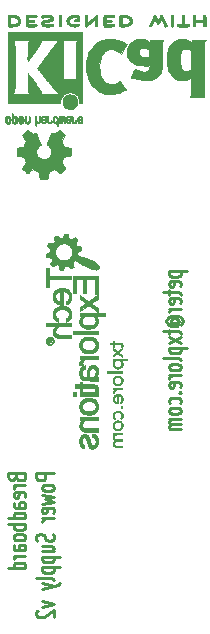
<source format=gbo>
%TF.GenerationSoftware,KiCad,Pcbnew,(6.0.7-1)-1*%
%TF.CreationDate,2022-10-15T22:10:26+02:00*%
%TF.ProjectId,BreadboardPowerSupply_v2,42726561-6462-46f6-9172-64506f776572,2*%
%TF.SameCoordinates,Original*%
%TF.FileFunction,Legend,Bot*%
%TF.FilePolarity,Positive*%
%FSLAX46Y46*%
G04 Gerber Fmt 4.6, Leading zero omitted, Abs format (unit mm)*
G04 Created by KiCad (PCBNEW (6.0.7-1)-1) date 2022-10-15 22:10:26*
%MOMM*%
%LPD*%
G01*
G04 APERTURE LIST*
%ADD10C,0.250000*%
%ADD11C,0.010000*%
G04 APERTURE END LIST*
D10*
X51621571Y-129580523D02*
X53121571Y-129580523D01*
X51693000Y-129580523D02*
X51621571Y-129675761D01*
X51621571Y-129866238D01*
X51693000Y-129961476D01*
X51764428Y-130009095D01*
X51907285Y-130056714D01*
X52335857Y-130056714D01*
X52478714Y-130009095D01*
X52550142Y-129961476D01*
X52621571Y-129866238D01*
X52621571Y-129675761D01*
X52550142Y-129580523D01*
X52550142Y-130866238D02*
X52621571Y-130771000D01*
X52621571Y-130580523D01*
X52550142Y-130485285D01*
X52407285Y-130437666D01*
X51835857Y-130437666D01*
X51693000Y-130485285D01*
X51621571Y-130580523D01*
X51621571Y-130771000D01*
X51693000Y-130866238D01*
X51835857Y-130913857D01*
X51978714Y-130913857D01*
X52121571Y-130437666D01*
X51621571Y-131199571D02*
X51621571Y-131580523D01*
X51121571Y-131342428D02*
X52407285Y-131342428D01*
X52550142Y-131390047D01*
X52621571Y-131485285D01*
X52621571Y-131580523D01*
X52550142Y-132294809D02*
X52621571Y-132199571D01*
X52621571Y-132009095D01*
X52550142Y-131913857D01*
X52407285Y-131866238D01*
X51835857Y-131866238D01*
X51693000Y-131913857D01*
X51621571Y-132009095D01*
X51621571Y-132199571D01*
X51693000Y-132294809D01*
X51835857Y-132342428D01*
X51978714Y-132342428D01*
X52121571Y-131866238D01*
X52621571Y-132771000D02*
X51621571Y-132771000D01*
X51907285Y-132771000D02*
X51764428Y-132818619D01*
X51693000Y-132866238D01*
X51621571Y-132961476D01*
X51621571Y-133056714D01*
X51907285Y-134009095D02*
X51835857Y-133961476D01*
X51764428Y-133866238D01*
X51764428Y-133771000D01*
X51835857Y-133675761D01*
X51907285Y-133628142D01*
X52050142Y-133580523D01*
X52193000Y-133580523D01*
X52335857Y-133628142D01*
X52407285Y-133675761D01*
X52478714Y-133771000D01*
X52478714Y-133866238D01*
X52407285Y-133961476D01*
X52335857Y-134009095D01*
X51764428Y-134009095D02*
X52335857Y-134009095D01*
X52407285Y-134056714D01*
X52407285Y-134104333D01*
X52335857Y-134199571D01*
X52193000Y-134247190D01*
X51835857Y-134247190D01*
X51621571Y-134151952D01*
X51478714Y-134009095D01*
X51407285Y-133818619D01*
X51478714Y-133628142D01*
X51621571Y-133485285D01*
X51835857Y-133390047D01*
X52121571Y-133342428D01*
X52407285Y-133390047D01*
X52621571Y-133485285D01*
X52764428Y-133628142D01*
X52835857Y-133818619D01*
X52764428Y-134009095D01*
X52621571Y-134151952D01*
X51621571Y-134532904D02*
X51621571Y-134913857D01*
X51121571Y-134675761D02*
X52407285Y-134675761D01*
X52550142Y-134723380D01*
X52621571Y-134818619D01*
X52621571Y-134913857D01*
X52621571Y-135151952D02*
X51621571Y-135675761D01*
X51621571Y-135151952D02*
X52621571Y-135675761D01*
X51621571Y-136056714D02*
X53121571Y-136056714D01*
X51693000Y-136056714D02*
X51621571Y-136151952D01*
X51621571Y-136342428D01*
X51693000Y-136437666D01*
X51764428Y-136485285D01*
X51907285Y-136532904D01*
X52335857Y-136532904D01*
X52478714Y-136485285D01*
X52550142Y-136437666D01*
X52621571Y-136342428D01*
X52621571Y-136151952D01*
X52550142Y-136056714D01*
X52621571Y-137104333D02*
X52550142Y-137009095D01*
X52407285Y-136961476D01*
X51121571Y-136961476D01*
X52621571Y-137628142D02*
X52550142Y-137532904D01*
X52478714Y-137485285D01*
X52335857Y-137437666D01*
X51907285Y-137437666D01*
X51764428Y-137485285D01*
X51693000Y-137532904D01*
X51621571Y-137628142D01*
X51621571Y-137771000D01*
X51693000Y-137866238D01*
X51764428Y-137913857D01*
X51907285Y-137961476D01*
X52335857Y-137961476D01*
X52478714Y-137913857D01*
X52550142Y-137866238D01*
X52621571Y-137771000D01*
X52621571Y-137628142D01*
X52621571Y-138390047D02*
X51621571Y-138390047D01*
X51907285Y-138390047D02*
X51764428Y-138437666D01*
X51693000Y-138485285D01*
X51621571Y-138580523D01*
X51621571Y-138675761D01*
X52550142Y-139390047D02*
X52621571Y-139294809D01*
X52621571Y-139104333D01*
X52550142Y-139009095D01*
X52407285Y-138961476D01*
X51835857Y-138961476D01*
X51693000Y-139009095D01*
X51621571Y-139104333D01*
X51621571Y-139294809D01*
X51693000Y-139390047D01*
X51835857Y-139437666D01*
X51978714Y-139437666D01*
X52121571Y-138961476D01*
X52478714Y-139866238D02*
X52550142Y-139913857D01*
X52621571Y-139866238D01*
X52550142Y-139818619D01*
X52478714Y-139866238D01*
X52621571Y-139866238D01*
X52550142Y-140771000D02*
X52621571Y-140675761D01*
X52621571Y-140485285D01*
X52550142Y-140390047D01*
X52478714Y-140342428D01*
X52335857Y-140294809D01*
X51907285Y-140294809D01*
X51764428Y-140342428D01*
X51693000Y-140390047D01*
X51621571Y-140485285D01*
X51621571Y-140675761D01*
X51693000Y-140771000D01*
X52621571Y-141342428D02*
X52550142Y-141247190D01*
X52478714Y-141199571D01*
X52335857Y-141151952D01*
X51907285Y-141151952D01*
X51764428Y-141199571D01*
X51693000Y-141247190D01*
X51621571Y-141342428D01*
X51621571Y-141485285D01*
X51693000Y-141580523D01*
X51764428Y-141628142D01*
X51907285Y-141675761D01*
X52335857Y-141675761D01*
X52478714Y-141628142D01*
X52550142Y-141580523D01*
X52621571Y-141485285D01*
X52621571Y-141342428D01*
X52621571Y-142104333D02*
X51621571Y-142104333D01*
X51764428Y-142104333D02*
X51693000Y-142151952D01*
X51621571Y-142247190D01*
X51621571Y-142390047D01*
X51693000Y-142485285D01*
X51835857Y-142532904D01*
X52621571Y-142532904D01*
X51835857Y-142532904D02*
X51693000Y-142580523D01*
X51621571Y-142675761D01*
X51621571Y-142818619D01*
X51693000Y-142913857D01*
X51835857Y-142961476D01*
X52621571Y-142961476D01*
X38690357Y-147037928D02*
X38761785Y-147180785D01*
X38833214Y-147228404D01*
X38976071Y-147276023D01*
X39190357Y-147276023D01*
X39333214Y-147228404D01*
X39404642Y-147180785D01*
X39476071Y-147085547D01*
X39476071Y-146704595D01*
X37976071Y-146704595D01*
X37976071Y-147037928D01*
X38047500Y-147133166D01*
X38118928Y-147180785D01*
X38261785Y-147228404D01*
X38404642Y-147228404D01*
X38547500Y-147180785D01*
X38618928Y-147133166D01*
X38690357Y-147037928D01*
X38690357Y-146704595D01*
X39476071Y-147704595D02*
X38476071Y-147704595D01*
X38761785Y-147704595D02*
X38618928Y-147752214D01*
X38547500Y-147799833D01*
X38476071Y-147895071D01*
X38476071Y-147990309D01*
X39404642Y-148704595D02*
X39476071Y-148609357D01*
X39476071Y-148418880D01*
X39404642Y-148323642D01*
X39261785Y-148276023D01*
X38690357Y-148276023D01*
X38547500Y-148323642D01*
X38476071Y-148418880D01*
X38476071Y-148609357D01*
X38547500Y-148704595D01*
X38690357Y-148752214D01*
X38833214Y-148752214D01*
X38976071Y-148276023D01*
X39476071Y-149609357D02*
X38690357Y-149609357D01*
X38547500Y-149561738D01*
X38476071Y-149466500D01*
X38476071Y-149276023D01*
X38547500Y-149180785D01*
X39404642Y-149609357D02*
X39476071Y-149514119D01*
X39476071Y-149276023D01*
X39404642Y-149180785D01*
X39261785Y-149133166D01*
X39118928Y-149133166D01*
X38976071Y-149180785D01*
X38904642Y-149276023D01*
X38904642Y-149514119D01*
X38833214Y-149609357D01*
X39476071Y-150514119D02*
X37976071Y-150514119D01*
X39404642Y-150514119D02*
X39476071Y-150418880D01*
X39476071Y-150228404D01*
X39404642Y-150133166D01*
X39333214Y-150085547D01*
X39190357Y-150037928D01*
X38761785Y-150037928D01*
X38618928Y-150085547D01*
X38547500Y-150133166D01*
X38476071Y-150228404D01*
X38476071Y-150418880D01*
X38547500Y-150514119D01*
X39476071Y-150990309D02*
X37976071Y-150990309D01*
X38547500Y-150990309D02*
X38476071Y-151085547D01*
X38476071Y-151276023D01*
X38547500Y-151371261D01*
X38618928Y-151418880D01*
X38761785Y-151466500D01*
X39190357Y-151466500D01*
X39333214Y-151418880D01*
X39404642Y-151371261D01*
X39476071Y-151276023D01*
X39476071Y-151085547D01*
X39404642Y-150990309D01*
X39476071Y-152037928D02*
X39404642Y-151942690D01*
X39333214Y-151895071D01*
X39190357Y-151847452D01*
X38761785Y-151847452D01*
X38618928Y-151895071D01*
X38547500Y-151942690D01*
X38476071Y-152037928D01*
X38476071Y-152180785D01*
X38547500Y-152276023D01*
X38618928Y-152323642D01*
X38761785Y-152371261D01*
X39190357Y-152371261D01*
X39333214Y-152323642D01*
X39404642Y-152276023D01*
X39476071Y-152180785D01*
X39476071Y-152037928D01*
X39476071Y-153228404D02*
X38690357Y-153228404D01*
X38547500Y-153180785D01*
X38476071Y-153085547D01*
X38476071Y-152895071D01*
X38547500Y-152799833D01*
X39404642Y-153228404D02*
X39476071Y-153133166D01*
X39476071Y-152895071D01*
X39404642Y-152799833D01*
X39261785Y-152752214D01*
X39118928Y-152752214D01*
X38976071Y-152799833D01*
X38904642Y-152895071D01*
X38904642Y-153133166D01*
X38833214Y-153228404D01*
X39476071Y-153704595D02*
X38476071Y-153704595D01*
X38761785Y-153704595D02*
X38618928Y-153752214D01*
X38547500Y-153799833D01*
X38476071Y-153895071D01*
X38476071Y-153990309D01*
X39476071Y-154752214D02*
X37976071Y-154752214D01*
X39404642Y-154752214D02*
X39476071Y-154656976D01*
X39476071Y-154466500D01*
X39404642Y-154371261D01*
X39333214Y-154323642D01*
X39190357Y-154276023D01*
X38761785Y-154276023D01*
X38618928Y-154323642D01*
X38547500Y-154371261D01*
X38476071Y-154466500D01*
X38476071Y-154656976D01*
X38547500Y-154752214D01*
X41891071Y-146704595D02*
X40391071Y-146704595D01*
X40391071Y-147085547D01*
X40462500Y-147180785D01*
X40533928Y-147228404D01*
X40676785Y-147276023D01*
X40891071Y-147276023D01*
X41033928Y-147228404D01*
X41105357Y-147180785D01*
X41176785Y-147085547D01*
X41176785Y-146704595D01*
X41891071Y-147847452D02*
X41819642Y-147752214D01*
X41748214Y-147704595D01*
X41605357Y-147656976D01*
X41176785Y-147656976D01*
X41033928Y-147704595D01*
X40962500Y-147752214D01*
X40891071Y-147847452D01*
X40891071Y-147990309D01*
X40962500Y-148085547D01*
X41033928Y-148133166D01*
X41176785Y-148180785D01*
X41605357Y-148180785D01*
X41748214Y-148133166D01*
X41819642Y-148085547D01*
X41891071Y-147990309D01*
X41891071Y-147847452D01*
X40891071Y-148514119D02*
X41891071Y-148704595D01*
X41176785Y-148895071D01*
X41891071Y-149085547D01*
X40891071Y-149276023D01*
X41819642Y-150037928D02*
X41891071Y-149942690D01*
X41891071Y-149752214D01*
X41819642Y-149656976D01*
X41676785Y-149609357D01*
X41105357Y-149609357D01*
X40962500Y-149656976D01*
X40891071Y-149752214D01*
X40891071Y-149942690D01*
X40962500Y-150037928D01*
X41105357Y-150085547D01*
X41248214Y-150085547D01*
X41391071Y-149609357D01*
X41891071Y-150514119D02*
X40891071Y-150514119D01*
X41176785Y-150514119D02*
X41033928Y-150561738D01*
X40962500Y-150609357D01*
X40891071Y-150704595D01*
X40891071Y-150799833D01*
X41819642Y-151847452D02*
X41891071Y-151990309D01*
X41891071Y-152228404D01*
X41819642Y-152323642D01*
X41748214Y-152371261D01*
X41605357Y-152418880D01*
X41462500Y-152418880D01*
X41319642Y-152371261D01*
X41248214Y-152323642D01*
X41176785Y-152228404D01*
X41105357Y-152037928D01*
X41033928Y-151942690D01*
X40962500Y-151895071D01*
X40819642Y-151847452D01*
X40676785Y-151847452D01*
X40533928Y-151895071D01*
X40462500Y-151942690D01*
X40391071Y-152037928D01*
X40391071Y-152276023D01*
X40462500Y-152418880D01*
X40891071Y-153276023D02*
X41891071Y-153276023D01*
X40891071Y-152847452D02*
X41676785Y-152847452D01*
X41819642Y-152895071D01*
X41891071Y-152990309D01*
X41891071Y-153133166D01*
X41819642Y-153228404D01*
X41748214Y-153276023D01*
X40891071Y-153752214D02*
X42391071Y-153752214D01*
X40962500Y-153752214D02*
X40891071Y-153847452D01*
X40891071Y-154037928D01*
X40962500Y-154133166D01*
X41033928Y-154180785D01*
X41176785Y-154228404D01*
X41605357Y-154228404D01*
X41748214Y-154180785D01*
X41819642Y-154133166D01*
X41891071Y-154037928D01*
X41891071Y-153847452D01*
X41819642Y-153752214D01*
X40891071Y-154656976D02*
X42391071Y-154656976D01*
X40962500Y-154656976D02*
X40891071Y-154752214D01*
X40891071Y-154942690D01*
X40962500Y-155037928D01*
X41033928Y-155085547D01*
X41176785Y-155133166D01*
X41605357Y-155133166D01*
X41748214Y-155085547D01*
X41819642Y-155037928D01*
X41891071Y-154942690D01*
X41891071Y-154752214D01*
X41819642Y-154656976D01*
X41891071Y-155704595D02*
X41819642Y-155609357D01*
X41676785Y-155561738D01*
X40391071Y-155561738D01*
X40891071Y-155990309D02*
X41891071Y-156228404D01*
X40891071Y-156466500D02*
X41891071Y-156228404D01*
X42248214Y-156133166D01*
X42319642Y-156085547D01*
X42391071Y-155990309D01*
X40891071Y-157514119D02*
X41891071Y-157752214D01*
X40891071Y-157990309D01*
X40533928Y-158323642D02*
X40462500Y-158371261D01*
X40391071Y-158466500D01*
X40391071Y-158704595D01*
X40462500Y-158799833D01*
X40533928Y-158847452D01*
X40676785Y-158895071D01*
X40819642Y-158895071D01*
X41033928Y-158847452D01*
X41891071Y-158276023D01*
X41891071Y-158895071D01*
%TO.C,G\u002A\u002A\u002A*%
G36*
X45593000Y-142195550D02*
G01*
X44509500Y-142195550D01*
X44447805Y-142257462D01*
X44408328Y-142299247D01*
X44356328Y-142363743D01*
X44316398Y-142427263D01*
X44288241Y-142490393D01*
X44271564Y-142553718D01*
X44266070Y-142617825D01*
X44266085Y-142620564D01*
X44268785Y-142658710D01*
X44275440Y-142698683D01*
X44285047Y-142735653D01*
X44296603Y-142764789D01*
X44308330Y-142783428D01*
X44333430Y-142812195D01*
X44363238Y-142837600D01*
X44393247Y-142855416D01*
X44394407Y-142855929D01*
X44407733Y-142861843D01*
X44419824Y-142867039D01*
X44431553Y-142871566D01*
X44443789Y-142875475D01*
X44457404Y-142878815D01*
X44473269Y-142881635D01*
X44492254Y-142883984D01*
X44515230Y-142885913D01*
X44543068Y-142887471D01*
X44576639Y-142888708D01*
X44616814Y-142889672D01*
X44664464Y-142890414D01*
X44720459Y-142890984D01*
X44785671Y-142891430D01*
X44860969Y-142891802D01*
X44947226Y-142892150D01*
X45045312Y-142892524D01*
X45593000Y-142894639D01*
X45593000Y-143167800D01*
X45038962Y-143165290D01*
X44943457Y-143164854D01*
X44854461Y-143164411D01*
X44776428Y-143163936D01*
X44708468Y-143163380D01*
X44649690Y-143162692D01*
X44599203Y-143161823D01*
X44556117Y-143160723D01*
X44519541Y-143159343D01*
X44488585Y-143157632D01*
X44462358Y-143155542D01*
X44439970Y-143153022D01*
X44420529Y-143150023D01*
X44403145Y-143146495D01*
X44386929Y-143142389D01*
X44370988Y-143137655D01*
X44354432Y-143132243D01*
X44336372Y-143126103D01*
X44275066Y-143100674D01*
X44213812Y-143063586D01*
X44161937Y-143017947D01*
X44119454Y-142963780D01*
X44086377Y-142901107D01*
X44062721Y-142829950D01*
X44048500Y-142750332D01*
X44043727Y-142662275D01*
X44043734Y-142658432D01*
X44048194Y-142580308D01*
X44061395Y-142508515D01*
X44084079Y-142441280D01*
X44116987Y-142376832D01*
X44160859Y-142313400D01*
X44216437Y-142249211D01*
X44267232Y-142195550D01*
X44081700Y-142195550D01*
X44081700Y-141928850D01*
X45593000Y-141928850D01*
X45593000Y-142195550D01*
G37*
D11*
X45593000Y-142195550D02*
X44509500Y-142195550D01*
X44447805Y-142257462D01*
X44408328Y-142299247D01*
X44356328Y-142363743D01*
X44316398Y-142427263D01*
X44288241Y-142490393D01*
X44271564Y-142553718D01*
X44266070Y-142617825D01*
X44266085Y-142620564D01*
X44268785Y-142658710D01*
X44275440Y-142698683D01*
X44285047Y-142735653D01*
X44296603Y-142764789D01*
X44308330Y-142783428D01*
X44333430Y-142812195D01*
X44363238Y-142837600D01*
X44393247Y-142855416D01*
X44394407Y-142855929D01*
X44407733Y-142861843D01*
X44419824Y-142867039D01*
X44431553Y-142871566D01*
X44443789Y-142875475D01*
X44457404Y-142878815D01*
X44473269Y-142881635D01*
X44492254Y-142883984D01*
X44515230Y-142885913D01*
X44543068Y-142887471D01*
X44576639Y-142888708D01*
X44616814Y-142889672D01*
X44664464Y-142890414D01*
X44720459Y-142890984D01*
X44785671Y-142891430D01*
X44860969Y-142891802D01*
X44947226Y-142892150D01*
X45045312Y-142892524D01*
X45593000Y-142894639D01*
X45593000Y-143167800D01*
X45038962Y-143165290D01*
X44943457Y-143164854D01*
X44854461Y-143164411D01*
X44776428Y-143163936D01*
X44708468Y-143163380D01*
X44649690Y-143162692D01*
X44599203Y-143161823D01*
X44556117Y-143160723D01*
X44519541Y-143159343D01*
X44488585Y-143157632D01*
X44462358Y-143155542D01*
X44439970Y-143153022D01*
X44420529Y-143150023D01*
X44403145Y-143146495D01*
X44386929Y-143142389D01*
X44370988Y-143137655D01*
X44354432Y-143132243D01*
X44336372Y-143126103D01*
X44275066Y-143100674D01*
X44213812Y-143063586D01*
X44161937Y-143017947D01*
X44119454Y-142963780D01*
X44086377Y-142901107D01*
X44062721Y-142829950D01*
X44048500Y-142750332D01*
X44043727Y-142662275D01*
X44043734Y-142658432D01*
X44048194Y-142580308D01*
X44061395Y-142508515D01*
X44084079Y-142441280D01*
X44116987Y-142376832D01*
X44160859Y-142313400D01*
X44216437Y-142249211D01*
X44267232Y-142195550D01*
X44081700Y-142195550D01*
X44081700Y-141928850D01*
X45593000Y-141928850D01*
X45593000Y-142195550D01*
G36*
X47361931Y-142224916D02*
G01*
X47409123Y-142234083D01*
X47430580Y-142240618D01*
X47496086Y-142268651D01*
X47554326Y-142306335D01*
X47604425Y-142352755D01*
X47645508Y-142406995D01*
X47676700Y-142468140D01*
X47697125Y-142535275D01*
X47699380Y-142546617D01*
X47707344Y-142619451D01*
X47704335Y-142691155D01*
X47690774Y-142760134D01*
X47667086Y-142824795D01*
X47633694Y-142883543D01*
X47591022Y-142934784D01*
X47551021Y-142970134D01*
X47494327Y-143006803D01*
X47432240Y-143032580D01*
X47363901Y-143047801D01*
X47288450Y-143052800D01*
X47255793Y-143051889D01*
X47181507Y-143042131D01*
X47114074Y-143021686D01*
X47053500Y-142990555D01*
X46999792Y-142948744D01*
X46952957Y-142896255D01*
X46928308Y-142858842D01*
X46899158Y-142796647D01*
X46879878Y-142729210D01*
X46870840Y-142658609D01*
X46871318Y-142636875D01*
X46964600Y-142636875D01*
X46965192Y-142656879D01*
X46974705Y-142717838D01*
X46995055Y-142773815D01*
X47025247Y-142823848D01*
X47064287Y-142866971D01*
X47111179Y-142902222D01*
X47164929Y-142928638D01*
X47224541Y-142945253D01*
X47289021Y-142951106D01*
X47304363Y-142950621D01*
X47345246Y-142945623D01*
X47387919Y-142936179D01*
X47427561Y-142923486D01*
X47459352Y-142908743D01*
X47502773Y-142877827D01*
X47545233Y-142833620D01*
X47578758Y-142781511D01*
X47602169Y-142723034D01*
X47606359Y-142705206D01*
X47611031Y-142665366D01*
X47611548Y-142621783D01*
X47607962Y-142579722D01*
X47600328Y-142544450D01*
X47597923Y-142537180D01*
X47571752Y-142478427D01*
X47536596Y-142428541D01*
X47492787Y-142387838D01*
X47440661Y-142356638D01*
X47380549Y-142335256D01*
X47318083Y-142324568D01*
X47255432Y-142324547D01*
X47196100Y-142335036D01*
X47141171Y-142355251D01*
X47091725Y-142384408D01*
X47048844Y-142421723D01*
X47013609Y-142466412D01*
X46987103Y-142517689D01*
X46970406Y-142574771D01*
X46964600Y-142636875D01*
X46871318Y-142636875D01*
X46872416Y-142586921D01*
X46884977Y-142516225D01*
X46886860Y-142509276D01*
X46911551Y-142443920D01*
X46946656Y-142385034D01*
X46991198Y-142333583D01*
X47044199Y-142290529D01*
X47104682Y-142256837D01*
X47171670Y-142233472D01*
X47198871Y-142227748D01*
X47251958Y-142221736D01*
X47255432Y-142221677D01*
X47307927Y-142220797D01*
X47361931Y-142224916D01*
G37*
X47361931Y-142224916D02*
X47409123Y-142234083D01*
X47430580Y-142240618D01*
X47496086Y-142268651D01*
X47554326Y-142306335D01*
X47604425Y-142352755D01*
X47645508Y-142406995D01*
X47676700Y-142468140D01*
X47697125Y-142535275D01*
X47699380Y-142546617D01*
X47707344Y-142619451D01*
X47704335Y-142691155D01*
X47690774Y-142760134D01*
X47667086Y-142824795D01*
X47633694Y-142883543D01*
X47591022Y-142934784D01*
X47551021Y-142970134D01*
X47494327Y-143006803D01*
X47432240Y-143032580D01*
X47363901Y-143047801D01*
X47288450Y-143052800D01*
X47255793Y-143051889D01*
X47181507Y-143042131D01*
X47114074Y-143021686D01*
X47053500Y-142990555D01*
X46999792Y-142948744D01*
X46952957Y-142896255D01*
X46928308Y-142858842D01*
X46899158Y-142796647D01*
X46879878Y-142729210D01*
X46870840Y-142658609D01*
X46871318Y-142636875D01*
X46964600Y-142636875D01*
X46965192Y-142656879D01*
X46974705Y-142717838D01*
X46995055Y-142773815D01*
X47025247Y-142823848D01*
X47064287Y-142866971D01*
X47111179Y-142902222D01*
X47164929Y-142928638D01*
X47224541Y-142945253D01*
X47289021Y-142951106D01*
X47304363Y-142950621D01*
X47345246Y-142945623D01*
X47387919Y-142936179D01*
X47427561Y-142923486D01*
X47459352Y-142908743D01*
X47502773Y-142877827D01*
X47545233Y-142833620D01*
X47578758Y-142781511D01*
X47602169Y-142723034D01*
X47606359Y-142705206D01*
X47611031Y-142665366D01*
X47611548Y-142621783D01*
X47607962Y-142579722D01*
X47600328Y-142544450D01*
X47597923Y-142537180D01*
X47571752Y-142478427D01*
X47536596Y-142428541D01*
X47492787Y-142387838D01*
X47440661Y-142356638D01*
X47380549Y-142335256D01*
X47318083Y-142324568D01*
X47255432Y-142324547D01*
X47196100Y-142335036D01*
X47141171Y-142355251D01*
X47091725Y-142384408D01*
X47048844Y-142421723D01*
X47013609Y-142466412D01*
X46987103Y-142517689D01*
X46970406Y-142574771D01*
X46964600Y-142636875D01*
X46871318Y-142636875D01*
X46872416Y-142586921D01*
X46884977Y-142516225D01*
X46886860Y-142509276D01*
X46911551Y-142443920D01*
X46946656Y-142385034D01*
X46991198Y-142333583D01*
X47044199Y-142290529D01*
X47104682Y-142256837D01*
X47171670Y-142233472D01*
X47198871Y-142227748D01*
X47251958Y-142221736D01*
X47255432Y-142221677D01*
X47307927Y-142220797D01*
X47361931Y-142224916D01*
G36*
X42627550Y-131002445D02*
G01*
X42703105Y-131008245D01*
X42804924Y-131024745D01*
X42899808Y-131050725D01*
X42987272Y-131085942D01*
X43066834Y-131130155D01*
X43138010Y-131183124D01*
X43200315Y-131244607D01*
X43253266Y-131314363D01*
X43264270Y-131331779D01*
X43307862Y-131414935D01*
X43339988Y-131503335D01*
X43360805Y-131597400D01*
X43366628Y-131645255D01*
X43370317Y-131724664D01*
X43367766Y-131806721D01*
X43359181Y-131886747D01*
X43344770Y-131960063D01*
X43320206Y-132037732D01*
X43284871Y-132114364D01*
X43240927Y-132183488D01*
X43189116Y-132244354D01*
X43130181Y-132296214D01*
X43064866Y-132338319D01*
X42993911Y-132369920D01*
X42918062Y-132390267D01*
X42887900Y-132395860D01*
X42887900Y-132119752D01*
X42924412Y-132112511D01*
X42958656Y-132102835D01*
X43006035Y-132078698D01*
X43048685Y-132043424D01*
X43086069Y-131997591D01*
X43117650Y-131941782D01*
X43142890Y-131876576D01*
X43145105Y-131869366D01*
X43150580Y-131848868D01*
X43154220Y-131828629D01*
X43156366Y-131805414D01*
X43157358Y-131775983D01*
X43157535Y-131737100D01*
X43157337Y-131706590D01*
X43156557Y-131676737D01*
X43154815Y-131653849D01*
X43151710Y-131634722D01*
X43146845Y-131616149D01*
X43139819Y-131594922D01*
X43139812Y-131594901D01*
X43122515Y-131550554D01*
X43103383Y-131513816D01*
X43079473Y-131479854D01*
X43047841Y-131443832D01*
X43040048Y-131435776D01*
X42985650Y-131389175D01*
X42922925Y-131350840D01*
X42851374Y-131320551D01*
X42770495Y-131298091D01*
X42679790Y-131283242D01*
X42640250Y-131278653D01*
X42640250Y-132422900D01*
X42571987Y-132422847D01*
X42503451Y-132420909D01*
X42398117Y-132409946D01*
X42299608Y-132389519D01*
X42208350Y-132359875D01*
X42124773Y-132321257D01*
X42049303Y-132273911D01*
X41982368Y-132218081D01*
X41924396Y-132154013D01*
X41875814Y-132081950D01*
X41837051Y-132002139D01*
X41817540Y-131947108D01*
X41800556Y-131877970D01*
X41790531Y-131803698D01*
X41786917Y-131721225D01*
X41786938Y-131718050D01*
X41996484Y-131718050D01*
X41996699Y-131740601D01*
X41997942Y-131770099D01*
X42000821Y-131793826D01*
X42005946Y-131816085D01*
X42013925Y-131841177D01*
X42028650Y-131880003D01*
X42047659Y-131918227D01*
X42071206Y-131952844D01*
X42102228Y-131988762D01*
X42140526Y-132024592D01*
X42197799Y-132064753D01*
X42260528Y-132095720D01*
X42279639Y-132102797D01*
X42310158Y-132112717D01*
X42342477Y-132122030D01*
X42373157Y-132129818D01*
X42398758Y-132135164D01*
X42415840Y-132137150D01*
X42430700Y-132137150D01*
X42430700Y-131284613D01*
X42397914Y-131288963D01*
X42368944Y-131294439D01*
X42327164Y-131305894D01*
X42282503Y-131321156D01*
X42239351Y-131338697D01*
X42202100Y-131356994D01*
X42171525Y-131376309D01*
X42131079Y-131408532D01*
X42093435Y-131445539D01*
X42061629Y-131484268D01*
X42038699Y-131521658D01*
X42034782Y-131529800D01*
X42016474Y-131574059D01*
X42004622Y-131617241D01*
X41998275Y-131663766D01*
X41996484Y-131718050D01*
X41786938Y-131718050D01*
X41787202Y-131677632D01*
X41789911Y-131624004D01*
X41795814Y-131575898D01*
X41805462Y-131529233D01*
X41819402Y-131479925D01*
X41845191Y-131411191D01*
X41886063Y-131333584D01*
X41936719Y-131263264D01*
X41996603Y-131200560D01*
X42065162Y-131145800D01*
X42141838Y-131099312D01*
X42226077Y-131061425D01*
X42317323Y-131032467D01*
X42415021Y-131012765D01*
X42430700Y-131011233D01*
X42518615Y-131002648D01*
X42627550Y-131002445D01*
G37*
X42627550Y-131002445D02*
X42703105Y-131008245D01*
X42804924Y-131024745D01*
X42899808Y-131050725D01*
X42987272Y-131085942D01*
X43066834Y-131130155D01*
X43138010Y-131183124D01*
X43200315Y-131244607D01*
X43253266Y-131314363D01*
X43264270Y-131331779D01*
X43307862Y-131414935D01*
X43339988Y-131503335D01*
X43360805Y-131597400D01*
X43366628Y-131645255D01*
X43370317Y-131724664D01*
X43367766Y-131806721D01*
X43359181Y-131886747D01*
X43344770Y-131960063D01*
X43320206Y-132037732D01*
X43284871Y-132114364D01*
X43240927Y-132183488D01*
X43189116Y-132244354D01*
X43130181Y-132296214D01*
X43064866Y-132338319D01*
X42993911Y-132369920D01*
X42918062Y-132390267D01*
X42887900Y-132395860D01*
X42887900Y-132119752D01*
X42924412Y-132112511D01*
X42958656Y-132102835D01*
X43006035Y-132078698D01*
X43048685Y-132043424D01*
X43086069Y-131997591D01*
X43117650Y-131941782D01*
X43142890Y-131876576D01*
X43145105Y-131869366D01*
X43150580Y-131848868D01*
X43154220Y-131828629D01*
X43156366Y-131805414D01*
X43157358Y-131775983D01*
X43157535Y-131737100D01*
X43157337Y-131706590D01*
X43156557Y-131676737D01*
X43154815Y-131653849D01*
X43151710Y-131634722D01*
X43146845Y-131616149D01*
X43139819Y-131594922D01*
X43139812Y-131594901D01*
X43122515Y-131550554D01*
X43103383Y-131513816D01*
X43079473Y-131479854D01*
X43047841Y-131443832D01*
X43040048Y-131435776D01*
X42985650Y-131389175D01*
X42922925Y-131350840D01*
X42851374Y-131320551D01*
X42770495Y-131298091D01*
X42679790Y-131283242D01*
X42640250Y-131278653D01*
X42640250Y-132422900D01*
X42571987Y-132422847D01*
X42503451Y-132420909D01*
X42398117Y-132409946D01*
X42299608Y-132389519D01*
X42208350Y-132359875D01*
X42124773Y-132321257D01*
X42049303Y-132273911D01*
X41982368Y-132218081D01*
X41924396Y-132154013D01*
X41875814Y-132081950D01*
X41837051Y-132002139D01*
X41817540Y-131947108D01*
X41800556Y-131877970D01*
X41790531Y-131803698D01*
X41786917Y-131721225D01*
X41786938Y-131718050D01*
X41996484Y-131718050D01*
X41996699Y-131740601D01*
X41997942Y-131770099D01*
X42000821Y-131793826D01*
X42005946Y-131816085D01*
X42013925Y-131841177D01*
X42028650Y-131880003D01*
X42047659Y-131918227D01*
X42071206Y-131952844D01*
X42102228Y-131988762D01*
X42140526Y-132024592D01*
X42197799Y-132064753D01*
X42260528Y-132095720D01*
X42279639Y-132102797D01*
X42310158Y-132112717D01*
X42342477Y-132122030D01*
X42373157Y-132129818D01*
X42398758Y-132135164D01*
X42415840Y-132137150D01*
X42430700Y-132137150D01*
X42430700Y-131284613D01*
X42397914Y-131288963D01*
X42368944Y-131294439D01*
X42327164Y-131305894D01*
X42282503Y-131321156D01*
X42239351Y-131338697D01*
X42202100Y-131356994D01*
X42171525Y-131376309D01*
X42131079Y-131408532D01*
X42093435Y-131445539D01*
X42061629Y-131484268D01*
X42038699Y-131521658D01*
X42034782Y-131529800D01*
X42016474Y-131574059D01*
X42004622Y-131617241D01*
X41998275Y-131663766D01*
X41996484Y-131718050D01*
X41786938Y-131718050D01*
X41787202Y-131677632D01*
X41789911Y-131624004D01*
X41795814Y-131575898D01*
X41805462Y-131529233D01*
X41819402Y-131479925D01*
X41845191Y-131411191D01*
X41886063Y-131333584D01*
X41936719Y-131263264D01*
X41996603Y-131200560D01*
X42065162Y-131145800D01*
X42141838Y-131099312D01*
X42226077Y-131061425D01*
X42317323Y-131032467D01*
X42415021Y-131012765D01*
X42430700Y-131011233D01*
X42518615Y-131002648D01*
X42627550Y-131002445D01*
G36*
X44291250Y-139166600D02*
G01*
X44730987Y-139166730D01*
X44758148Y-139166743D01*
X44862196Y-139166898D01*
X44954588Y-139167264D01*
X45036166Y-139167895D01*
X45107769Y-139168849D01*
X45170238Y-139170182D01*
X45224412Y-139171950D01*
X45271132Y-139174209D01*
X45311237Y-139177015D01*
X45345569Y-139180425D01*
X45374966Y-139184496D01*
X45400269Y-139189282D01*
X45422319Y-139194841D01*
X45441954Y-139201229D01*
X45460016Y-139208501D01*
X45477345Y-139216716D01*
X45519490Y-139243555D01*
X45553642Y-139278040D01*
X45580096Y-139320955D01*
X45599420Y-139373223D01*
X45612180Y-139435764D01*
X45613957Y-139453577D01*
X45615339Y-139487334D01*
X45615442Y-139527509D01*
X45614374Y-139570450D01*
X45612237Y-139612507D01*
X45609138Y-139650028D01*
X45605181Y-139679362D01*
X45597993Y-139719050D01*
X45397213Y-139719050D01*
X45400756Y-139634558D01*
X45401933Y-139593062D01*
X45401151Y-139559483D01*
X45397797Y-139534110D01*
X45391370Y-139514690D01*
X45381364Y-139498968D01*
X45367276Y-139484689D01*
X45365082Y-139482758D01*
X45356945Y-139475668D01*
X45349101Y-139469480D01*
X45340683Y-139464127D01*
X45330826Y-139459545D01*
X45318663Y-139455670D01*
X45303328Y-139452436D01*
X45283955Y-139449779D01*
X45259677Y-139447634D01*
X45229629Y-139445936D01*
X45192944Y-139444621D01*
X45148757Y-139443623D01*
X45096201Y-139442877D01*
X45034409Y-139442320D01*
X44962516Y-139441886D01*
X44879656Y-139441510D01*
X44784962Y-139441128D01*
X44291250Y-139439137D01*
X44291250Y-139687300D01*
X44081700Y-139687300D01*
X44081700Y-139439650D01*
X43700700Y-139439650D01*
X43700700Y-139166600D01*
X44081700Y-139166600D01*
X44081700Y-138982450D01*
X44291250Y-138982450D01*
X44291250Y-139166600D01*
G37*
X44291250Y-139166600D02*
X44730987Y-139166730D01*
X44758148Y-139166743D01*
X44862196Y-139166898D01*
X44954588Y-139167264D01*
X45036166Y-139167895D01*
X45107769Y-139168849D01*
X45170238Y-139170182D01*
X45224412Y-139171950D01*
X45271132Y-139174209D01*
X45311237Y-139177015D01*
X45345569Y-139180425D01*
X45374966Y-139184496D01*
X45400269Y-139189282D01*
X45422319Y-139194841D01*
X45441954Y-139201229D01*
X45460016Y-139208501D01*
X45477345Y-139216716D01*
X45519490Y-139243555D01*
X45553642Y-139278040D01*
X45580096Y-139320955D01*
X45599420Y-139373223D01*
X45612180Y-139435764D01*
X45613957Y-139453577D01*
X45615339Y-139487334D01*
X45615442Y-139527509D01*
X45614374Y-139570450D01*
X45612237Y-139612507D01*
X45609138Y-139650028D01*
X45605181Y-139679362D01*
X45597993Y-139719050D01*
X45397213Y-139719050D01*
X45400756Y-139634558D01*
X45401933Y-139593062D01*
X45401151Y-139559483D01*
X45397797Y-139534110D01*
X45391370Y-139514690D01*
X45381364Y-139498968D01*
X45367276Y-139484689D01*
X45365082Y-139482758D01*
X45356945Y-139475668D01*
X45349101Y-139469480D01*
X45340683Y-139464127D01*
X45330826Y-139459545D01*
X45318663Y-139455670D01*
X45303328Y-139452436D01*
X45283955Y-139449779D01*
X45259677Y-139447634D01*
X45229629Y-139445936D01*
X45192944Y-139444621D01*
X45148757Y-139443623D01*
X45096201Y-139442877D01*
X45034409Y-139442320D01*
X44962516Y-139441886D01*
X44879656Y-139441510D01*
X44784962Y-139441128D01*
X44291250Y-139439137D01*
X44291250Y-139687300D01*
X44081700Y-139687300D01*
X44081700Y-139439650D01*
X43700700Y-139439650D01*
X43700700Y-139166600D01*
X44081700Y-139166600D01*
X44081700Y-138982450D01*
X44291250Y-138982450D01*
X44291250Y-139166600D01*
G36*
X46916975Y-139482283D02*
G01*
X46925294Y-139482541D01*
X46945896Y-139482962D01*
X46976970Y-139483487D01*
X47017303Y-139484101D01*
X47065683Y-139484786D01*
X47120898Y-139485524D01*
X47181737Y-139486300D01*
X47246987Y-139487095D01*
X47315437Y-139487894D01*
X47688500Y-139492146D01*
X47688500Y-139592050D01*
X47450687Y-139592050D01*
X47439462Y-139592055D01*
X47371983Y-139592321D01*
X47313036Y-139592977D01*
X47263454Y-139594001D01*
X47224069Y-139595372D01*
X47195715Y-139597067D01*
X47179225Y-139599067D01*
X47163992Y-139602642D01*
X47110090Y-139622640D01*
X47063768Y-139652151D01*
X47025922Y-139690493D01*
X46997448Y-139736987D01*
X46996157Y-139739781D01*
X46988162Y-139759480D01*
X46983433Y-139778346D01*
X46981165Y-139800879D01*
X46980555Y-139831581D01*
X46980560Y-139837223D01*
X46980565Y-139862348D01*
X46978947Y-139878693D01*
X46973531Y-139888465D01*
X46962144Y-139893873D01*
X46942609Y-139897126D01*
X46912752Y-139900433D01*
X46876779Y-139904528D01*
X46872185Y-139867755D01*
X46870874Y-139851583D01*
X46873017Y-139806062D01*
X46882302Y-139760015D01*
X46897681Y-139719530D01*
X46914570Y-139692000D01*
X46939817Y-139660381D01*
X46968067Y-139631987D01*
X46995458Y-139611100D01*
X47003880Y-139605694D01*
X47016526Y-139596282D01*
X47021579Y-139590462D01*
X47018039Y-139588926D01*
X47004166Y-139587257D01*
X46982223Y-139586120D01*
X46954818Y-139585700D01*
X46887886Y-139585700D01*
X46889730Y-139533312D01*
X46891575Y-139480925D01*
X46916975Y-139482283D01*
G37*
X46916975Y-139482283D02*
X46925294Y-139482541D01*
X46945896Y-139482962D01*
X46976970Y-139483487D01*
X47017303Y-139484101D01*
X47065683Y-139484786D01*
X47120898Y-139485524D01*
X47181737Y-139486300D01*
X47246987Y-139487095D01*
X47315437Y-139487894D01*
X47688500Y-139492146D01*
X47688500Y-139592050D01*
X47450687Y-139592050D01*
X47439462Y-139592055D01*
X47371983Y-139592321D01*
X47313036Y-139592977D01*
X47263454Y-139594001D01*
X47224069Y-139595372D01*
X47195715Y-139597067D01*
X47179225Y-139599067D01*
X47163992Y-139602642D01*
X47110090Y-139622640D01*
X47063768Y-139652151D01*
X47025922Y-139690493D01*
X46997448Y-139736987D01*
X46996157Y-139739781D01*
X46988162Y-139759480D01*
X46983433Y-139778346D01*
X46981165Y-139800879D01*
X46980555Y-139831581D01*
X46980560Y-139837223D01*
X46980565Y-139862348D01*
X46978947Y-139878693D01*
X46973531Y-139888465D01*
X46962144Y-139893873D01*
X46942609Y-139897126D01*
X46912752Y-139900433D01*
X46876779Y-139904528D01*
X46872185Y-139867755D01*
X46870874Y-139851583D01*
X46873017Y-139806062D01*
X46882302Y-139760015D01*
X46897681Y-139719530D01*
X46914570Y-139692000D01*
X46939817Y-139660381D01*
X46968067Y-139631987D01*
X46995458Y-139611100D01*
X47003880Y-139605694D01*
X47016526Y-139596282D01*
X47021579Y-139590462D01*
X47018039Y-139588926D01*
X47004166Y-139587257D01*
X46982223Y-139586120D01*
X46954818Y-139585700D01*
X46887886Y-139585700D01*
X46889730Y-139533312D01*
X46891575Y-139480925D01*
X46916975Y-139482283D01*
G36*
X45221632Y-137524121D02*
G01*
X45269958Y-137528680D01*
X45311571Y-137537371D01*
X45351585Y-137551584D01*
X45395115Y-137572710D01*
X45408932Y-137580513D01*
X45461486Y-137618922D01*
X45508513Y-137667559D01*
X45549181Y-137725097D01*
X45582656Y-137790213D01*
X45608106Y-137861580D01*
X45624697Y-137937875D01*
X45625176Y-137941186D01*
X45628447Y-137976592D01*
X45629961Y-138019823D01*
X45629732Y-138066610D01*
X45627770Y-138112684D01*
X45624088Y-138153775D01*
X45617927Y-138195092D01*
X45597093Y-138284082D01*
X45566895Y-138369449D01*
X45528272Y-138448773D01*
X45482162Y-138519634D01*
X45446871Y-138566525D01*
X45519935Y-138568314D01*
X45593000Y-138570103D01*
X45593000Y-138836400D01*
X45054837Y-138836274D01*
X44973399Y-138836200D01*
X44883055Y-138835976D01*
X44799714Y-138835611D01*
X44724088Y-138835115D01*
X44656889Y-138834494D01*
X44598829Y-138833757D01*
X44550620Y-138832912D01*
X44512976Y-138831965D01*
X44486606Y-138830926D01*
X44472225Y-138829803D01*
X44406423Y-138817588D01*
X44330734Y-138794800D01*
X44264477Y-138763743D01*
X44207395Y-138724149D01*
X44159233Y-138675749D01*
X44119733Y-138618276D01*
X44088638Y-138551459D01*
X44065692Y-138475032D01*
X44050639Y-138388725D01*
X44048521Y-138367988D01*
X44045765Y-138324242D01*
X44044190Y-138273740D01*
X44043775Y-138219716D01*
X44044494Y-138165407D01*
X44046326Y-138114049D01*
X44049245Y-138068876D01*
X44053229Y-138033125D01*
X44059236Y-137996942D01*
X44077700Y-137915880D01*
X44101917Y-137844766D01*
X44132452Y-137782358D01*
X44169869Y-137727418D01*
X44214734Y-137678704D01*
X44217239Y-137676363D01*
X44271287Y-137634883D01*
X44334127Y-137602105D01*
X44405048Y-137578334D01*
X44483337Y-137563873D01*
X44513500Y-137560292D01*
X44513500Y-137831657D01*
X44483587Y-137836143D01*
X44445679Y-137844470D01*
X44395415Y-137865601D01*
X44352372Y-137897109D01*
X44316680Y-137938862D01*
X44288470Y-137990731D01*
X44267869Y-138052585D01*
X44263222Y-138078179D01*
X44259441Y-138115844D01*
X44257133Y-138160074D01*
X44256300Y-138207679D01*
X44256943Y-138255472D01*
X44259063Y-138300263D01*
X44262661Y-138338864D01*
X44267740Y-138368087D01*
X44271298Y-138381666D01*
X44288209Y-138430433D01*
X44310150Y-138470787D01*
X44338115Y-138503323D01*
X44373093Y-138528636D01*
X44416076Y-138547324D01*
X44468056Y-138559981D01*
X44530024Y-138567203D01*
X44602970Y-138569587D01*
X44657516Y-138569700D01*
X44862750Y-138569700D01*
X45032612Y-138569707D01*
X45202475Y-138569715D01*
X45259625Y-138510890D01*
X45285458Y-138483334D01*
X45309312Y-138454613D01*
X45328577Y-138426477D01*
X45346189Y-138394995D01*
X45359863Y-138367196D01*
X45389570Y-138292784D01*
X45407974Y-138220450D01*
X45413695Y-138181951D01*
X45417773Y-138111381D01*
X45413385Y-138044526D01*
X45400866Y-137982788D01*
X45380550Y-137927571D01*
X45352771Y-137880278D01*
X45317863Y-137842312D01*
X45298269Y-137828214D01*
X45258271Y-137809781D01*
X45212582Y-137798772D01*
X45164538Y-137795863D01*
X45117478Y-137801730D01*
X45082722Y-137812353D01*
X45033741Y-137838030D01*
X44990753Y-137874894D01*
X44953755Y-137922951D01*
X44922742Y-137982205D01*
X44897712Y-138052659D01*
X44894473Y-138064183D01*
X44884002Y-138108017D01*
X44875854Y-138154905D01*
X44869841Y-138206761D01*
X44865777Y-138265498D01*
X44863475Y-138333032D01*
X44862750Y-138411275D01*
X44862750Y-138569700D01*
X44657516Y-138569700D01*
X44661620Y-138409362D01*
X44662305Y-138385687D01*
X44664248Y-138334643D01*
X44666742Y-138283743D01*
X44669606Y-138236127D01*
X44672661Y-138194933D01*
X44675726Y-138163300D01*
X44677578Y-138147966D01*
X44695370Y-138035909D01*
X44719364Y-137934931D01*
X44749565Y-137845027D01*
X44785977Y-137766191D01*
X44828605Y-137698418D01*
X44877454Y-137641702D01*
X44932529Y-137596038D01*
X44993833Y-137561420D01*
X45061373Y-137537842D01*
X45135152Y-137525300D01*
X45164538Y-137524744D01*
X45215175Y-137523788D01*
X45221632Y-137524121D01*
G37*
X45221632Y-137524121D02*
X45269958Y-137528680D01*
X45311571Y-137537371D01*
X45351585Y-137551584D01*
X45395115Y-137572710D01*
X45408932Y-137580513D01*
X45461486Y-137618922D01*
X45508513Y-137667559D01*
X45549181Y-137725097D01*
X45582656Y-137790213D01*
X45608106Y-137861580D01*
X45624697Y-137937875D01*
X45625176Y-137941186D01*
X45628447Y-137976592D01*
X45629961Y-138019823D01*
X45629732Y-138066610D01*
X45627770Y-138112684D01*
X45624088Y-138153775D01*
X45617927Y-138195092D01*
X45597093Y-138284082D01*
X45566895Y-138369449D01*
X45528272Y-138448773D01*
X45482162Y-138519634D01*
X45446871Y-138566525D01*
X45519935Y-138568314D01*
X45593000Y-138570103D01*
X45593000Y-138836400D01*
X45054837Y-138836274D01*
X44973399Y-138836200D01*
X44883055Y-138835976D01*
X44799714Y-138835611D01*
X44724088Y-138835115D01*
X44656889Y-138834494D01*
X44598829Y-138833757D01*
X44550620Y-138832912D01*
X44512976Y-138831965D01*
X44486606Y-138830926D01*
X44472225Y-138829803D01*
X44406423Y-138817588D01*
X44330734Y-138794800D01*
X44264477Y-138763743D01*
X44207395Y-138724149D01*
X44159233Y-138675749D01*
X44119733Y-138618276D01*
X44088638Y-138551459D01*
X44065692Y-138475032D01*
X44050639Y-138388725D01*
X44048521Y-138367988D01*
X44045765Y-138324242D01*
X44044190Y-138273740D01*
X44043775Y-138219716D01*
X44044494Y-138165407D01*
X44046326Y-138114049D01*
X44049245Y-138068876D01*
X44053229Y-138033125D01*
X44059236Y-137996942D01*
X44077700Y-137915880D01*
X44101917Y-137844766D01*
X44132452Y-137782358D01*
X44169869Y-137727418D01*
X44214734Y-137678704D01*
X44217239Y-137676363D01*
X44271287Y-137634883D01*
X44334127Y-137602105D01*
X44405048Y-137578334D01*
X44483337Y-137563873D01*
X44513500Y-137560292D01*
X44513500Y-137831657D01*
X44483587Y-137836143D01*
X44445679Y-137844470D01*
X44395415Y-137865601D01*
X44352372Y-137897109D01*
X44316680Y-137938862D01*
X44288470Y-137990731D01*
X44267869Y-138052585D01*
X44263222Y-138078179D01*
X44259441Y-138115844D01*
X44257133Y-138160074D01*
X44256300Y-138207679D01*
X44256943Y-138255472D01*
X44259063Y-138300263D01*
X44262661Y-138338864D01*
X44267740Y-138368087D01*
X44271298Y-138381666D01*
X44288209Y-138430433D01*
X44310150Y-138470787D01*
X44338115Y-138503323D01*
X44373093Y-138528636D01*
X44416076Y-138547324D01*
X44468056Y-138559981D01*
X44530024Y-138567203D01*
X44602970Y-138569587D01*
X44657516Y-138569700D01*
X44862750Y-138569700D01*
X45032612Y-138569707D01*
X45202475Y-138569715D01*
X45259625Y-138510890D01*
X45285458Y-138483334D01*
X45309312Y-138454613D01*
X45328577Y-138426477D01*
X45346189Y-138394995D01*
X45359863Y-138367196D01*
X45389570Y-138292784D01*
X45407974Y-138220450D01*
X45413695Y-138181951D01*
X45417773Y-138111381D01*
X45413385Y-138044526D01*
X45400866Y-137982788D01*
X45380550Y-137927571D01*
X45352771Y-137880278D01*
X45317863Y-137842312D01*
X45298269Y-137828214D01*
X45258271Y-137809781D01*
X45212582Y-137798772D01*
X45164538Y-137795863D01*
X45117478Y-137801730D01*
X45082722Y-137812353D01*
X45033741Y-137838030D01*
X44990753Y-137874894D01*
X44953755Y-137922951D01*
X44922742Y-137982205D01*
X44897712Y-138052659D01*
X44894473Y-138064183D01*
X44884002Y-138108017D01*
X44875854Y-138154905D01*
X44869841Y-138206761D01*
X44865777Y-138265498D01*
X44863475Y-138333032D01*
X44862750Y-138411275D01*
X44862750Y-138569700D01*
X44657516Y-138569700D01*
X44661620Y-138409362D01*
X44662305Y-138385687D01*
X44664248Y-138334643D01*
X44666742Y-138283743D01*
X44669606Y-138236127D01*
X44672661Y-138194933D01*
X44675726Y-138163300D01*
X44677578Y-138147966D01*
X44695370Y-138035909D01*
X44719364Y-137934931D01*
X44749565Y-137845027D01*
X44785977Y-137766191D01*
X44828605Y-137698418D01*
X44877454Y-137641702D01*
X44932529Y-137596038D01*
X44993833Y-137561420D01*
X45061373Y-137537842D01*
X45135152Y-137525300D01*
X45164538Y-137524744D01*
X45215175Y-137523788D01*
X45221632Y-137524121D01*
G36*
X45162624Y-143344915D02*
G01*
X45179320Y-143346458D01*
X45203142Y-143350029D01*
X45229334Y-143354928D01*
X45297054Y-143373152D01*
X45366170Y-143402566D01*
X45427134Y-143441374D01*
X45480037Y-143489699D01*
X45524971Y-143547660D01*
X45562029Y-143615380D01*
X45591302Y-143692980D01*
X45612882Y-143780579D01*
X45626860Y-143878300D01*
X45627022Y-143879966D01*
X45629208Y-143915730D01*
X45630042Y-143959169D01*
X45629610Y-144006214D01*
X45627998Y-144052797D01*
X45625292Y-144094851D01*
X45621577Y-144128306D01*
X45618360Y-144148141D01*
X45597806Y-144236826D01*
X45568570Y-144316900D01*
X45530846Y-144388093D01*
X45484830Y-144450133D01*
X45430714Y-144502749D01*
X45368694Y-144545671D01*
X45298963Y-144578626D01*
X45289115Y-144582328D01*
X45270443Y-144588841D01*
X45253790Y-144593317D01*
X45236214Y-144596147D01*
X45214769Y-144597725D01*
X45186512Y-144598443D01*
X45148500Y-144598693D01*
X45125360Y-144598706D01*
X45090950Y-144598244D01*
X45064659Y-144596909D01*
X45043523Y-144594416D01*
X45024579Y-144590476D01*
X45004862Y-144584805D01*
X44973330Y-144573405D01*
X44934743Y-144554337D01*
X44899649Y-144530086D01*
X44867553Y-144499820D01*
X44837957Y-144462708D01*
X44810365Y-144417920D01*
X44784280Y-144364625D01*
X44759205Y-144301991D01*
X44734645Y-144229188D01*
X44710101Y-144145385D01*
X44685078Y-144049750D01*
X44683201Y-144042246D01*
X44662773Y-143962086D01*
X44644331Y-143893436D01*
X44627395Y-143835432D01*
X44611489Y-143787209D01*
X44596133Y-143747902D01*
X44580849Y-143716646D01*
X44565158Y-143692575D01*
X44548584Y-143674825D01*
X44530646Y-143662531D01*
X44510868Y-143654828D01*
X44488769Y-143650851D01*
X44463874Y-143649735D01*
X44450135Y-143650156D01*
X44424120Y-143652644D01*
X44403123Y-143656615D01*
X44391540Y-143661053D01*
X44365931Y-143677234D01*
X44339700Y-143700717D01*
X44315853Y-143728618D01*
X44297395Y-143758054D01*
X44289997Y-143773259D01*
X44276423Y-143806176D01*
X44266920Y-143839235D01*
X44260895Y-143875548D01*
X44257756Y-143918224D01*
X44256909Y-143970375D01*
X44258041Y-144023679D01*
X44261676Y-144068968D01*
X44268294Y-144107147D01*
X44278378Y-144140971D01*
X44292409Y-144173194D01*
X44296722Y-144181276D01*
X44323828Y-144218021D01*
X44358780Y-144248583D01*
X44398651Y-144270801D01*
X44440514Y-144282514D01*
X44469050Y-144286426D01*
X44469050Y-144551400D01*
X44438315Y-144551400D01*
X44437962Y-144551399D01*
X44415899Y-144549674D01*
X44387785Y-144545274D01*
X44359616Y-144539132D01*
X44308223Y-144522525D01*
X44249200Y-144492790D01*
X44197755Y-144453398D01*
X44153763Y-144404174D01*
X44117098Y-144344942D01*
X44087636Y-144275528D01*
X44065251Y-144195754D01*
X44049817Y-144105447D01*
X44046863Y-144074595D01*
X44044651Y-144028853D01*
X44044041Y-143978246D01*
X44044935Y-143925697D01*
X44047236Y-143874124D01*
X44050845Y-143826449D01*
X44055665Y-143785592D01*
X44061597Y-143754475D01*
X44065181Y-143740969D01*
X44092583Y-143661017D01*
X44128148Y-143589880D01*
X44171536Y-143527981D01*
X44222406Y-143475747D01*
X44280416Y-143433599D01*
X44345225Y-143401963D01*
X44355311Y-143398569D01*
X44388944Y-143391187D01*
X44430104Y-143386117D01*
X44475175Y-143383504D01*
X44520541Y-143383492D01*
X44562586Y-143386226D01*
X44597694Y-143391852D01*
X44656951Y-143411461D01*
X44708795Y-143441093D01*
X44753732Y-143481182D01*
X44792412Y-143532198D01*
X44798883Y-143542699D01*
X44813701Y-143569100D01*
X44827719Y-143598024D01*
X44841435Y-143630885D01*
X44855342Y-143669096D01*
X44869938Y-143714070D01*
X44885719Y-143767219D01*
X44903181Y-143829958D01*
X44922819Y-143903700D01*
X44939683Y-143967500D01*
X44958002Y-144035053D01*
X44974170Y-144092212D01*
X44988570Y-144140066D01*
X45001584Y-144179706D01*
X45013595Y-144212221D01*
X45024984Y-144238703D01*
X45036133Y-144260242D01*
X45047426Y-144277927D01*
X45059243Y-144292848D01*
X45072561Y-144305499D01*
X45105246Y-144323711D01*
X45145962Y-144333171D01*
X45193642Y-144333557D01*
X45229745Y-144327675D01*
X45276491Y-144309962D01*
X45317086Y-144281808D01*
X45351232Y-144243766D01*
X45378630Y-144196385D01*
X45398984Y-144140219D01*
X45411994Y-144075817D01*
X45417363Y-144003732D01*
X45414793Y-143924514D01*
X45408089Y-143870413D01*
X45395878Y-143814549D01*
X45379381Y-143765435D01*
X45359385Y-143725900D01*
X45357636Y-143723191D01*
X45323892Y-143682943D01*
X45282047Y-143651370D01*
X45234268Y-143629776D01*
X45182721Y-143619467D01*
X45142150Y-143616211D01*
X45142150Y-143344900D01*
X45161467Y-143344900D01*
X45162624Y-143344915D01*
G37*
X45162624Y-143344915D02*
X45179320Y-143346458D01*
X45203142Y-143350029D01*
X45229334Y-143354928D01*
X45297054Y-143373152D01*
X45366170Y-143402566D01*
X45427134Y-143441374D01*
X45480037Y-143489699D01*
X45524971Y-143547660D01*
X45562029Y-143615380D01*
X45591302Y-143692980D01*
X45612882Y-143780579D01*
X45626860Y-143878300D01*
X45627022Y-143879966D01*
X45629208Y-143915730D01*
X45630042Y-143959169D01*
X45629610Y-144006214D01*
X45627998Y-144052797D01*
X45625292Y-144094851D01*
X45621577Y-144128306D01*
X45618360Y-144148141D01*
X45597806Y-144236826D01*
X45568570Y-144316900D01*
X45530846Y-144388093D01*
X45484830Y-144450133D01*
X45430714Y-144502749D01*
X45368694Y-144545671D01*
X45298963Y-144578626D01*
X45289115Y-144582328D01*
X45270443Y-144588841D01*
X45253790Y-144593317D01*
X45236214Y-144596147D01*
X45214769Y-144597725D01*
X45186512Y-144598443D01*
X45148500Y-144598693D01*
X45125360Y-144598706D01*
X45090950Y-144598244D01*
X45064659Y-144596909D01*
X45043523Y-144594416D01*
X45024579Y-144590476D01*
X45004862Y-144584805D01*
X44973330Y-144573405D01*
X44934743Y-144554337D01*
X44899649Y-144530086D01*
X44867553Y-144499820D01*
X44837957Y-144462708D01*
X44810365Y-144417920D01*
X44784280Y-144364625D01*
X44759205Y-144301991D01*
X44734645Y-144229188D01*
X44710101Y-144145385D01*
X44685078Y-144049750D01*
X44683201Y-144042246D01*
X44662773Y-143962086D01*
X44644331Y-143893436D01*
X44627395Y-143835432D01*
X44611489Y-143787209D01*
X44596133Y-143747902D01*
X44580849Y-143716646D01*
X44565158Y-143692575D01*
X44548584Y-143674825D01*
X44530646Y-143662531D01*
X44510868Y-143654828D01*
X44488769Y-143650851D01*
X44463874Y-143649735D01*
X44450135Y-143650156D01*
X44424120Y-143652644D01*
X44403123Y-143656615D01*
X44391540Y-143661053D01*
X44365931Y-143677234D01*
X44339700Y-143700717D01*
X44315853Y-143728618D01*
X44297395Y-143758054D01*
X44289997Y-143773259D01*
X44276423Y-143806176D01*
X44266920Y-143839235D01*
X44260895Y-143875548D01*
X44257756Y-143918224D01*
X44256909Y-143970375D01*
X44258041Y-144023679D01*
X44261676Y-144068968D01*
X44268294Y-144107147D01*
X44278378Y-144140971D01*
X44292409Y-144173194D01*
X44296722Y-144181276D01*
X44323828Y-144218021D01*
X44358780Y-144248583D01*
X44398651Y-144270801D01*
X44440514Y-144282514D01*
X44469050Y-144286426D01*
X44469050Y-144551400D01*
X44438315Y-144551400D01*
X44437962Y-144551399D01*
X44415899Y-144549674D01*
X44387785Y-144545274D01*
X44359616Y-144539132D01*
X44308223Y-144522525D01*
X44249200Y-144492790D01*
X44197755Y-144453398D01*
X44153763Y-144404174D01*
X44117098Y-144344942D01*
X44087636Y-144275528D01*
X44065251Y-144195754D01*
X44049817Y-144105447D01*
X44046863Y-144074595D01*
X44044651Y-144028853D01*
X44044041Y-143978246D01*
X44044935Y-143925697D01*
X44047236Y-143874124D01*
X44050845Y-143826449D01*
X44055665Y-143785592D01*
X44061597Y-143754475D01*
X44065181Y-143740969D01*
X44092583Y-143661017D01*
X44128148Y-143589880D01*
X44171536Y-143527981D01*
X44222406Y-143475747D01*
X44280416Y-143433599D01*
X44345225Y-143401963D01*
X44355311Y-143398569D01*
X44388944Y-143391187D01*
X44430104Y-143386117D01*
X44475175Y-143383504D01*
X44520541Y-143383492D01*
X44562586Y-143386226D01*
X44597694Y-143391852D01*
X44656951Y-143411461D01*
X44708795Y-143441093D01*
X44753732Y-143481182D01*
X44792412Y-143532198D01*
X44798883Y-143542699D01*
X44813701Y-143569100D01*
X44827719Y-143598024D01*
X44841435Y-143630885D01*
X44855342Y-143669096D01*
X44869938Y-143714070D01*
X44885719Y-143767219D01*
X44903181Y-143829958D01*
X44922819Y-143903700D01*
X44939683Y-143967500D01*
X44958002Y-144035053D01*
X44974170Y-144092212D01*
X44988570Y-144140066D01*
X45001584Y-144179706D01*
X45013595Y-144212221D01*
X45024984Y-144238703D01*
X45036133Y-144260242D01*
X45047426Y-144277927D01*
X45059243Y-144292848D01*
X45072561Y-144305499D01*
X45105246Y-144323711D01*
X45145962Y-144333171D01*
X45193642Y-144333557D01*
X45229745Y-144327675D01*
X45276491Y-144309962D01*
X45317086Y-144281808D01*
X45351232Y-144243766D01*
X45378630Y-144196385D01*
X45398984Y-144140219D01*
X45411994Y-144075817D01*
X45417363Y-144003732D01*
X45414793Y-143924514D01*
X45408089Y-143870413D01*
X45395878Y-143814549D01*
X45379381Y-143765435D01*
X45359385Y-143725900D01*
X45357636Y-143723191D01*
X45323892Y-143682943D01*
X45282047Y-143651370D01*
X45234268Y-143629776D01*
X45182721Y-143619467D01*
X45142150Y-143616211D01*
X45142150Y-143344900D01*
X45161467Y-143344900D01*
X45162624Y-143344915D01*
G36*
X48082200Y-137083800D02*
G01*
X47813912Y-137084001D01*
X47545625Y-137084202D01*
X47564675Y-137097884D01*
X47590131Y-137119098D01*
X47626206Y-137160017D01*
X47657479Y-137208813D01*
X47682237Y-137262664D01*
X47698769Y-137318750D01*
X47699608Y-137322885D01*
X47706032Y-137377655D01*
X47705720Y-137437386D01*
X47698955Y-137496901D01*
X47686021Y-137551022D01*
X47685279Y-137553316D01*
X47657844Y-137617852D01*
X47620606Y-137674881D01*
X47574438Y-137723758D01*
X47520211Y-137763832D01*
X47458798Y-137794456D01*
X47391070Y-137814981D01*
X47317899Y-137824758D01*
X47257003Y-137824622D01*
X47184276Y-137814420D01*
X47117113Y-137793459D01*
X47056247Y-137762224D01*
X47002414Y-137721195D01*
X46956349Y-137670855D01*
X46918786Y-137611688D01*
X46890462Y-137544175D01*
X46885918Y-137529745D01*
X46879740Y-137505860D01*
X46875938Y-137481949D01*
X46873937Y-137453794D01*
X46873431Y-137429875D01*
X46966641Y-137429875D01*
X46967381Y-137439471D01*
X46977371Y-137497445D01*
X46997068Y-137549368D01*
X47027542Y-137598194D01*
X47037219Y-137610532D01*
X47077777Y-137651646D01*
X47124366Y-137682866D01*
X47178385Y-137704980D01*
X47241235Y-137718778D01*
X47262975Y-137721568D01*
X47289457Y-137723034D01*
X47315942Y-137721403D01*
X47348554Y-137716549D01*
X47402712Y-137703069D01*
X47459855Y-137678099D01*
X47509202Y-137643927D01*
X47549963Y-137601248D01*
X47581348Y-137550758D01*
X47602566Y-137493152D01*
X47605938Y-137477425D01*
X47610355Y-137438967D01*
X47611303Y-137396922D01*
X47608777Y-137356558D01*
X47602770Y-137323139D01*
X47589305Y-137284266D01*
X47560220Y-137229684D01*
X47521910Y-137181086D01*
X47475969Y-137140069D01*
X47423988Y-137108232D01*
X47367561Y-137087173D01*
X47341183Y-137081500D01*
X47281684Y-137077254D01*
X47224034Y-137084301D01*
X47169376Y-137101662D01*
X47118855Y-137128360D01*
X47073614Y-137163418D01*
X47034797Y-137205856D01*
X47003548Y-137254699D01*
X46981009Y-137308968D01*
X46968326Y-137367686D01*
X46966641Y-137429875D01*
X46873431Y-137429875D01*
X46873162Y-137417175D01*
X46873682Y-137373997D01*
X46876974Y-137333417D01*
X46883936Y-137297565D01*
X46895403Y-137262304D01*
X46912209Y-137223500D01*
X46915150Y-137217387D01*
X46932039Y-137187513D01*
X46952957Y-137159837D01*
X46981239Y-137129837D01*
X47027846Y-137083800D01*
X46888400Y-137083800D01*
X46888400Y-136982200D01*
X48082200Y-136982200D01*
X48082200Y-137083800D01*
G37*
X48082200Y-137083800D02*
X47813912Y-137084001D01*
X47545625Y-137084202D01*
X47564675Y-137097884D01*
X47590131Y-137119098D01*
X47626206Y-137160017D01*
X47657479Y-137208813D01*
X47682237Y-137262664D01*
X47698769Y-137318750D01*
X47699608Y-137322885D01*
X47706032Y-137377655D01*
X47705720Y-137437386D01*
X47698955Y-137496901D01*
X47686021Y-137551022D01*
X47685279Y-137553316D01*
X47657844Y-137617852D01*
X47620606Y-137674881D01*
X47574438Y-137723758D01*
X47520211Y-137763832D01*
X47458798Y-137794456D01*
X47391070Y-137814981D01*
X47317899Y-137824758D01*
X47257003Y-137824622D01*
X47184276Y-137814420D01*
X47117113Y-137793459D01*
X47056247Y-137762224D01*
X47002414Y-137721195D01*
X46956349Y-137670855D01*
X46918786Y-137611688D01*
X46890462Y-137544175D01*
X46885918Y-137529745D01*
X46879740Y-137505860D01*
X46875938Y-137481949D01*
X46873937Y-137453794D01*
X46873431Y-137429875D01*
X46966641Y-137429875D01*
X46967381Y-137439471D01*
X46977371Y-137497445D01*
X46997068Y-137549368D01*
X47027542Y-137598194D01*
X47037219Y-137610532D01*
X47077777Y-137651646D01*
X47124366Y-137682866D01*
X47178385Y-137704980D01*
X47241235Y-137718778D01*
X47262975Y-137721568D01*
X47289457Y-137723034D01*
X47315942Y-137721403D01*
X47348554Y-137716549D01*
X47402712Y-137703069D01*
X47459855Y-137678099D01*
X47509202Y-137643927D01*
X47549963Y-137601248D01*
X47581348Y-137550758D01*
X47602566Y-137493152D01*
X47605938Y-137477425D01*
X47610355Y-137438967D01*
X47611303Y-137396922D01*
X47608777Y-137356558D01*
X47602770Y-137323139D01*
X47589305Y-137284266D01*
X47560220Y-137229684D01*
X47521910Y-137181086D01*
X47475969Y-137140069D01*
X47423988Y-137108232D01*
X47367561Y-137087173D01*
X47341183Y-137081500D01*
X47281684Y-137077254D01*
X47224034Y-137084301D01*
X47169376Y-137101662D01*
X47118855Y-137128360D01*
X47073614Y-137163418D01*
X47034797Y-137205856D01*
X47003548Y-137254699D01*
X46981009Y-137308968D01*
X46968326Y-137367686D01*
X46966641Y-137429875D01*
X46873431Y-137429875D01*
X46873162Y-137417175D01*
X46873682Y-137373997D01*
X46876974Y-137333417D01*
X46883936Y-137297565D01*
X46895403Y-137262304D01*
X46912209Y-137223500D01*
X46915150Y-137217387D01*
X46932039Y-137187513D01*
X46952957Y-137159837D01*
X46981239Y-137129837D01*
X47027846Y-137083800D01*
X46888400Y-137083800D01*
X46888400Y-136982200D01*
X48082200Y-136982200D01*
X48082200Y-137083800D01*
G36*
X47646437Y-140997634D02*
G01*
X47673634Y-141017364D01*
X47686520Y-141032062D01*
X47693233Y-141047316D01*
X47694850Y-141068105D01*
X47694292Y-141081025D01*
X47686424Y-141112710D01*
X47669417Y-141135596D01*
X47643476Y-141149477D01*
X47608805Y-141154150D01*
X47589569Y-141152847D01*
X47574090Y-141146711D01*
X47558064Y-141132934D01*
X47552598Y-141127078D01*
X47535529Y-141099301D01*
X47530320Y-141070095D01*
X47537011Y-141041346D01*
X47555638Y-141014938D01*
X47561274Y-141009708D01*
X47588372Y-140993768D01*
X47617388Y-140989756D01*
X47646437Y-140997634D01*
G37*
X47646437Y-140997634D02*
X47673634Y-141017364D01*
X47686520Y-141032062D01*
X47693233Y-141047316D01*
X47694850Y-141068105D01*
X47694292Y-141081025D01*
X47686424Y-141112710D01*
X47669417Y-141135596D01*
X47643476Y-141149477D01*
X47608805Y-141154150D01*
X47589569Y-141152847D01*
X47574090Y-141146711D01*
X47558064Y-141132934D01*
X47552598Y-141127078D01*
X47535529Y-141099301D01*
X47530320Y-141070095D01*
X47537011Y-141041346D01*
X47555638Y-141014938D01*
X47561274Y-141009708D01*
X47588372Y-140993768D01*
X47617388Y-140989756D01*
X47646437Y-140997634D01*
G36*
X41597973Y-135136572D02*
G01*
X41657235Y-135155235D01*
X41711472Y-135184303D01*
X41759545Y-135222962D01*
X41800316Y-135270398D01*
X41832645Y-135325799D01*
X41855392Y-135388350D01*
X41858985Y-135404834D01*
X41863581Y-135444778D01*
X41864587Y-135489315D01*
X41861992Y-135533364D01*
X41855787Y-135571845D01*
X41850762Y-135590599D01*
X41827606Y-135647745D01*
X41794754Y-135699670D01*
X41753690Y-135744919D01*
X41705901Y-135782036D01*
X41652875Y-135809567D01*
X41596096Y-135826057D01*
X41545186Y-135832021D01*
X41479315Y-135829827D01*
X41417662Y-135816572D01*
X41361168Y-135793046D01*
X41310777Y-135760038D01*
X41267433Y-135718338D01*
X41232079Y-135668737D01*
X41205658Y-135612024D01*
X41189114Y-135548990D01*
X41183898Y-135486515D01*
X41259226Y-135486515D01*
X41263468Y-135533346D01*
X41274457Y-135574513D01*
X41274758Y-135575276D01*
X41296635Y-135615629D01*
X41328163Y-135653847D01*
X41366385Y-135686899D01*
X41408344Y-135711755D01*
X41449830Y-135726895D01*
X41503072Y-135735995D01*
X41556212Y-135734779D01*
X41607620Y-135723950D01*
X41655668Y-135704214D01*
X41698729Y-135676274D01*
X41735173Y-135640834D01*
X41763373Y-135598600D01*
X41781700Y-135550275D01*
X41790071Y-135497680D01*
X41788023Y-135442061D01*
X41774823Y-135390261D01*
X41751228Y-135343421D01*
X41717994Y-135302680D01*
X41675878Y-135269177D01*
X41625638Y-135244052D01*
X41568029Y-135228446D01*
X41528759Y-135224845D01*
X41474843Y-135229541D01*
X41422984Y-135244511D01*
X41375097Y-135268726D01*
X41333092Y-135301155D01*
X41298882Y-135340771D01*
X41274379Y-135386542D01*
X41270991Y-135396059D01*
X41261733Y-135439069D01*
X41259226Y-135486515D01*
X41183898Y-135486515D01*
X41183390Y-135480425D01*
X41183428Y-135474670D01*
X41190010Y-135406548D01*
X41207357Y-135343862D01*
X41234701Y-135287479D01*
X41271269Y-135238269D01*
X41316291Y-135197097D01*
X41368996Y-135164831D01*
X41428612Y-135142339D01*
X41494370Y-135130488D01*
X41528759Y-135129331D01*
X41534826Y-135129127D01*
X41597973Y-135136572D01*
G37*
X41597973Y-135136572D02*
X41657235Y-135155235D01*
X41711472Y-135184303D01*
X41759545Y-135222962D01*
X41800316Y-135270398D01*
X41832645Y-135325799D01*
X41855392Y-135388350D01*
X41858985Y-135404834D01*
X41863581Y-135444778D01*
X41864587Y-135489315D01*
X41861992Y-135533364D01*
X41855787Y-135571845D01*
X41850762Y-135590599D01*
X41827606Y-135647745D01*
X41794754Y-135699670D01*
X41753690Y-135744919D01*
X41705901Y-135782036D01*
X41652875Y-135809567D01*
X41596096Y-135826057D01*
X41545186Y-135832021D01*
X41479315Y-135829827D01*
X41417662Y-135816572D01*
X41361168Y-135793046D01*
X41310777Y-135760038D01*
X41267433Y-135718338D01*
X41232079Y-135668737D01*
X41205658Y-135612024D01*
X41189114Y-135548990D01*
X41183898Y-135486515D01*
X41259226Y-135486515D01*
X41263468Y-135533346D01*
X41274457Y-135574513D01*
X41274758Y-135575276D01*
X41296635Y-135615629D01*
X41328163Y-135653847D01*
X41366385Y-135686899D01*
X41408344Y-135711755D01*
X41449830Y-135726895D01*
X41503072Y-135735995D01*
X41556212Y-135734779D01*
X41607620Y-135723950D01*
X41655668Y-135704214D01*
X41698729Y-135676274D01*
X41735173Y-135640834D01*
X41763373Y-135598600D01*
X41781700Y-135550275D01*
X41790071Y-135497680D01*
X41788023Y-135442061D01*
X41774823Y-135390261D01*
X41751228Y-135343421D01*
X41717994Y-135302680D01*
X41675878Y-135269177D01*
X41625638Y-135244052D01*
X41568029Y-135228446D01*
X41528759Y-135224845D01*
X41474843Y-135229541D01*
X41422984Y-135244511D01*
X41375097Y-135268726D01*
X41333092Y-135301155D01*
X41298882Y-135340771D01*
X41274379Y-135386542D01*
X41270991Y-135396059D01*
X41261733Y-135439069D01*
X41259226Y-135486515D01*
X41183898Y-135486515D01*
X41183390Y-135480425D01*
X41183428Y-135474670D01*
X41190010Y-135406548D01*
X41207357Y-135343862D01*
X41234701Y-135287479D01*
X41271269Y-135238269D01*
X41316291Y-135197097D01*
X41368996Y-135164831D01*
X41428612Y-135142339D01*
X41494370Y-135130488D01*
X41528759Y-135129331D01*
X41534826Y-135129127D01*
X41597973Y-135136572D01*
G36*
X47361931Y-141399416D02*
G01*
X47409123Y-141408583D01*
X47430580Y-141415118D01*
X47496086Y-141443151D01*
X47554326Y-141480835D01*
X47604425Y-141527255D01*
X47645508Y-141581495D01*
X47676700Y-141642640D01*
X47697125Y-141709775D01*
X47703435Y-141746019D01*
X47707669Y-141818352D01*
X47700360Y-141887264D01*
X47681711Y-141951910D01*
X47651926Y-142011447D01*
X47611211Y-142065030D01*
X47571548Y-142108316D01*
X47553268Y-142086845D01*
X47550438Y-142083504D01*
X47534270Y-142063968D01*
X47519819Y-142045923D01*
X47504651Y-142026471D01*
X47536161Y-141992909D01*
X47551865Y-141974218D01*
X47572137Y-141945472D01*
X47588067Y-141917916D01*
X47597135Y-141898185D01*
X47604590Y-141876162D01*
X47608820Y-141852262D01*
X47611112Y-141821081D01*
X47608586Y-141760954D01*
X47594696Y-141702126D01*
X47570089Y-141648639D01*
X47535569Y-141601574D01*
X47491937Y-141562017D01*
X47439996Y-141531049D01*
X47380549Y-141509756D01*
X47326895Y-141499930D01*
X47263547Y-141498381D01*
X47203234Y-141507561D01*
X47147127Y-141526786D01*
X47096395Y-141555371D01*
X47052210Y-141592632D01*
X47015741Y-141637883D01*
X46988159Y-141690440D01*
X46970633Y-141749618D01*
X46966983Y-141773195D01*
X46966426Y-141829889D01*
X46978105Y-141884455D01*
X47002170Y-141937424D01*
X47038773Y-141989327D01*
X47070624Y-142027579D01*
X47048704Y-142056002D01*
X47039908Y-142067454D01*
X47026621Y-142084918D01*
X47017492Y-142097125D01*
X47013110Y-142102316D01*
X47008017Y-142103996D01*
X47000756Y-142100005D01*
X46989203Y-142089102D01*
X46971234Y-142070041D01*
X46933918Y-142022405D01*
X46902392Y-141963474D01*
X46881402Y-141899377D01*
X46871281Y-141831579D01*
X46872362Y-141761540D01*
X46884977Y-141690725D01*
X46886860Y-141683776D01*
X46911551Y-141618420D01*
X46946656Y-141559534D01*
X46991198Y-141508083D01*
X47044199Y-141465029D01*
X47104682Y-141431337D01*
X47171670Y-141407972D01*
X47198871Y-141402248D01*
X47251958Y-141396236D01*
X47307927Y-141395297D01*
X47361931Y-141399416D01*
G37*
X47361931Y-141399416D02*
X47409123Y-141408583D01*
X47430580Y-141415118D01*
X47496086Y-141443151D01*
X47554326Y-141480835D01*
X47604425Y-141527255D01*
X47645508Y-141581495D01*
X47676700Y-141642640D01*
X47697125Y-141709775D01*
X47703435Y-141746019D01*
X47707669Y-141818352D01*
X47700360Y-141887264D01*
X47681711Y-141951910D01*
X47651926Y-142011447D01*
X47611211Y-142065030D01*
X47571548Y-142108316D01*
X47553268Y-142086845D01*
X47550438Y-142083504D01*
X47534270Y-142063968D01*
X47519819Y-142045923D01*
X47504651Y-142026471D01*
X47536161Y-141992909D01*
X47551865Y-141974218D01*
X47572137Y-141945472D01*
X47588067Y-141917916D01*
X47597135Y-141898185D01*
X47604590Y-141876162D01*
X47608820Y-141852262D01*
X47611112Y-141821081D01*
X47608586Y-141760954D01*
X47594696Y-141702126D01*
X47570089Y-141648639D01*
X47535569Y-141601574D01*
X47491937Y-141562017D01*
X47439996Y-141531049D01*
X47380549Y-141509756D01*
X47326895Y-141499930D01*
X47263547Y-141498381D01*
X47203234Y-141507561D01*
X47147127Y-141526786D01*
X47096395Y-141555371D01*
X47052210Y-141592632D01*
X47015741Y-141637883D01*
X46988159Y-141690440D01*
X46970633Y-141749618D01*
X46966983Y-141773195D01*
X46966426Y-141829889D01*
X46978105Y-141884455D01*
X47002170Y-141937424D01*
X47038773Y-141989327D01*
X47070624Y-142027579D01*
X47048704Y-142056002D01*
X47039908Y-142067454D01*
X47026621Y-142084918D01*
X47017492Y-142097125D01*
X47013110Y-142102316D01*
X47008017Y-142103996D01*
X47000756Y-142100005D01*
X46989203Y-142089102D01*
X46971234Y-142070041D01*
X46933918Y-142022405D01*
X46902392Y-141963474D01*
X46881402Y-141899377D01*
X46871281Y-141831579D01*
X46872362Y-141761540D01*
X46884977Y-141690725D01*
X46886860Y-141683776D01*
X46911551Y-141618420D01*
X46946656Y-141559534D01*
X46991198Y-141508083D01*
X47044199Y-141465029D01*
X47104682Y-141431337D01*
X47171670Y-141407972D01*
X47198871Y-141402248D01*
X47251958Y-141396236D01*
X47307927Y-141395297D01*
X47361931Y-141399416D01*
G36*
X45591519Y-131756731D02*
G01*
X45589825Y-131924014D01*
X45300900Y-132107099D01*
X45272369Y-132125198D01*
X45219295Y-132158975D01*
X45170042Y-132190460D01*
X45125599Y-132219013D01*
X45086954Y-132243994D01*
X45055096Y-132264762D01*
X45031014Y-132280677D01*
X45015697Y-132291099D01*
X45010134Y-132295388D01*
X45011699Y-132297083D01*
X45022331Y-132305001D01*
X45042177Y-132318693D01*
X45070271Y-132337524D01*
X45105648Y-132360859D01*
X45147339Y-132388060D01*
X45194381Y-132418494D01*
X45245805Y-132451524D01*
X45300647Y-132486514D01*
X45593000Y-132672438D01*
X45593000Y-133007964D01*
X45575537Y-132995774D01*
X45569898Y-132991799D01*
X45554226Y-132980707D01*
X45529768Y-132963375D01*
X45497391Y-132940420D01*
X45457965Y-132912457D01*
X45412358Y-132880105D01*
X45361441Y-132843978D01*
X45306082Y-132804693D01*
X45247149Y-132762867D01*
X45185513Y-132719117D01*
X45133871Y-132682519D01*
X45074962Y-132640927D01*
X45019673Y-132602054D01*
X44968841Y-132566483D01*
X44923308Y-132534796D01*
X44883914Y-132507576D01*
X44851497Y-132485405D01*
X44826898Y-132468865D01*
X44810956Y-132458537D01*
X44804513Y-132455005D01*
X44801703Y-132456416D01*
X44789307Y-132464315D01*
X44767970Y-132478633D01*
X44738550Y-132498774D01*
X44701909Y-132524137D01*
X44658906Y-132554124D01*
X44610400Y-132588137D01*
X44557253Y-132625577D01*
X44500325Y-132665846D01*
X44440475Y-132708345D01*
X44084875Y-132961330D01*
X44083177Y-132798581D01*
X44082850Y-132760362D01*
X44082671Y-132719372D01*
X44082704Y-132684001D01*
X44082940Y-132656018D01*
X44083370Y-132637194D01*
X44083986Y-132629299D01*
X44084006Y-132629256D01*
X44090038Y-132624481D01*
X44105761Y-132613693D01*
X44130118Y-132597575D01*
X44162054Y-132576810D01*
X44200511Y-132552081D01*
X44244433Y-132524071D01*
X44292764Y-132493463D01*
X44344447Y-132460940D01*
X44346642Y-132459562D01*
X44398074Y-132427224D01*
X44446020Y-132396948D01*
X44489440Y-132369401D01*
X44527293Y-132345249D01*
X44558537Y-132325159D01*
X44582132Y-132309796D01*
X44597038Y-132299827D01*
X44602211Y-132295919D01*
X44602195Y-132295876D01*
X44596415Y-132291632D01*
X44580963Y-132281353D01*
X44556882Y-132265705D01*
X44525211Y-132245354D01*
X44486991Y-132220968D01*
X44443263Y-132193212D01*
X44395069Y-132162752D01*
X44343449Y-132130256D01*
X44084875Y-131967788D01*
X44083180Y-131801079D01*
X44082927Y-131760176D01*
X44083044Y-131719265D01*
X44083551Y-131684909D01*
X44084410Y-131658642D01*
X44085586Y-131642001D01*
X44087042Y-131636522D01*
X44089357Y-131637986D01*
X44101026Y-131645969D01*
X44121689Y-131660349D01*
X44150492Y-131680524D01*
X44186577Y-131705891D01*
X44229089Y-131735847D01*
X44277171Y-131769788D01*
X44329968Y-131807113D01*
X44386623Y-131847218D01*
X44446279Y-131889500D01*
X44481616Y-131914530D01*
X44539677Y-131955520D01*
X44594284Y-131993908D01*
X44644579Y-132029095D01*
X44689698Y-132060486D01*
X44728782Y-132087485D01*
X44760970Y-132109496D01*
X44785400Y-132125922D01*
X44801211Y-132136167D01*
X44807543Y-132139636D01*
X44812017Y-132137102D01*
X44826210Y-132127780D01*
X44849220Y-132112162D01*
X44880206Y-132090832D01*
X44918328Y-132064373D01*
X44962748Y-132033373D01*
X45012625Y-131998415D01*
X45067119Y-131960084D01*
X45125390Y-131918965D01*
X45186600Y-131875644D01*
X45235325Y-131841115D01*
X45294825Y-131798976D01*
X45350936Y-131759263D01*
X45402787Y-131722592D01*
X45449507Y-131689577D01*
X45490224Y-131660835D01*
X45524067Y-131636981D01*
X45550166Y-131618629D01*
X45567648Y-131606395D01*
X45575644Y-131600894D01*
X45593213Y-131589449D01*
X45591519Y-131756731D01*
G37*
X45591519Y-131756731D02*
X45589825Y-131924014D01*
X45300900Y-132107099D01*
X45272369Y-132125198D01*
X45219295Y-132158975D01*
X45170042Y-132190460D01*
X45125599Y-132219013D01*
X45086954Y-132243994D01*
X45055096Y-132264762D01*
X45031014Y-132280677D01*
X45015697Y-132291099D01*
X45010134Y-132295388D01*
X45011699Y-132297083D01*
X45022331Y-132305001D01*
X45042177Y-132318693D01*
X45070271Y-132337524D01*
X45105648Y-132360859D01*
X45147339Y-132388060D01*
X45194381Y-132418494D01*
X45245805Y-132451524D01*
X45300647Y-132486514D01*
X45593000Y-132672438D01*
X45593000Y-133007964D01*
X45575537Y-132995774D01*
X45569898Y-132991799D01*
X45554226Y-132980707D01*
X45529768Y-132963375D01*
X45497391Y-132940420D01*
X45457965Y-132912457D01*
X45412358Y-132880105D01*
X45361441Y-132843978D01*
X45306082Y-132804693D01*
X45247149Y-132762867D01*
X45185513Y-132719117D01*
X45133871Y-132682519D01*
X45074962Y-132640927D01*
X45019673Y-132602054D01*
X44968841Y-132566483D01*
X44923308Y-132534796D01*
X44883914Y-132507576D01*
X44851497Y-132485405D01*
X44826898Y-132468865D01*
X44810956Y-132458537D01*
X44804513Y-132455005D01*
X44801703Y-132456416D01*
X44789307Y-132464315D01*
X44767970Y-132478633D01*
X44738550Y-132498774D01*
X44701909Y-132524137D01*
X44658906Y-132554124D01*
X44610400Y-132588137D01*
X44557253Y-132625577D01*
X44500325Y-132665846D01*
X44440475Y-132708345D01*
X44084875Y-132961330D01*
X44083177Y-132798581D01*
X44082850Y-132760362D01*
X44082671Y-132719372D01*
X44082704Y-132684001D01*
X44082940Y-132656018D01*
X44083370Y-132637194D01*
X44083986Y-132629299D01*
X44084006Y-132629256D01*
X44090038Y-132624481D01*
X44105761Y-132613693D01*
X44130118Y-132597575D01*
X44162054Y-132576810D01*
X44200511Y-132552081D01*
X44244433Y-132524071D01*
X44292764Y-132493463D01*
X44344447Y-132460940D01*
X44346642Y-132459562D01*
X44398074Y-132427224D01*
X44446020Y-132396948D01*
X44489440Y-132369401D01*
X44527293Y-132345249D01*
X44558537Y-132325159D01*
X44582132Y-132309796D01*
X44597038Y-132299827D01*
X44602211Y-132295919D01*
X44602195Y-132295876D01*
X44596415Y-132291632D01*
X44580963Y-132281353D01*
X44556882Y-132265705D01*
X44525211Y-132245354D01*
X44486991Y-132220968D01*
X44443263Y-132193212D01*
X44395069Y-132162752D01*
X44343449Y-132130256D01*
X44084875Y-131967788D01*
X44083180Y-131801079D01*
X44082927Y-131760176D01*
X44083044Y-131719265D01*
X44083551Y-131684909D01*
X44084410Y-131658642D01*
X44085586Y-131642001D01*
X44087042Y-131636522D01*
X44089357Y-131637986D01*
X44101026Y-131645969D01*
X44121689Y-131660349D01*
X44150492Y-131680524D01*
X44186577Y-131705891D01*
X44229089Y-131735847D01*
X44277171Y-131769788D01*
X44329968Y-131807113D01*
X44386623Y-131847218D01*
X44446279Y-131889500D01*
X44481616Y-131914530D01*
X44539677Y-131955520D01*
X44594284Y-131993908D01*
X44644579Y-132029095D01*
X44689698Y-132060486D01*
X44728782Y-132087485D01*
X44760970Y-132109496D01*
X44785400Y-132125922D01*
X44801211Y-132136167D01*
X44807543Y-132139636D01*
X44812017Y-132137102D01*
X44826210Y-132127780D01*
X44849220Y-132112162D01*
X44880206Y-132090832D01*
X44918328Y-132064373D01*
X44962748Y-132033373D01*
X45012625Y-131998415D01*
X45067119Y-131960084D01*
X45125390Y-131918965D01*
X45186600Y-131875644D01*
X45235325Y-131841115D01*
X45294825Y-131798976D01*
X45350936Y-131759263D01*
X45402787Y-131722592D01*
X45449507Y-131689577D01*
X45490224Y-131660835D01*
X45524067Y-131636981D01*
X45550166Y-131618629D01*
X45567648Y-131606395D01*
X45575644Y-131600894D01*
X45593213Y-131589449D01*
X45591519Y-131756731D01*
G36*
X44967960Y-140315834D02*
G01*
X45018575Y-140320922D01*
X45059825Y-140327547D01*
X45100707Y-140336905D01*
X45187378Y-140363196D01*
X45264595Y-140396128D01*
X45342083Y-140441333D01*
X45413429Y-140496786D01*
X45475430Y-140560507D01*
X45527650Y-140631898D01*
X45569651Y-140710358D01*
X45600998Y-140795287D01*
X45621253Y-140886087D01*
X45624248Y-140908313D01*
X45628884Y-140967202D01*
X45630051Y-141030426D01*
X45627737Y-141092472D01*
X45621927Y-141147826D01*
X45603758Y-141234671D01*
X45574385Y-141320468D01*
X45535056Y-141398845D01*
X45486118Y-141469557D01*
X45427920Y-141532361D01*
X45360811Y-141587012D01*
X45285137Y-141633268D01*
X45201248Y-141670884D01*
X45109492Y-141699617D01*
X45010216Y-141719222D01*
X44903769Y-141729456D01*
X44790498Y-141730075D01*
X44750059Y-141728191D01*
X44684384Y-141722820D01*
X44625554Y-141714440D01*
X44569908Y-141702472D01*
X44513783Y-141686338D01*
X44473493Y-141672339D01*
X44387030Y-141633674D01*
X44309546Y-141586230D01*
X44241263Y-141530234D01*
X44182404Y-141465915D01*
X44133192Y-141393501D01*
X44093850Y-141313222D01*
X44064601Y-141225306D01*
X44060434Y-141208780D01*
X44055199Y-141184124D01*
X44051401Y-141158884D01*
X44048708Y-141130032D01*
X44046789Y-141094539D01*
X44045311Y-141049375D01*
X44044825Y-141020800D01*
X44256787Y-141020800D01*
X44256793Y-141024339D01*
X44257225Y-141058995D01*
X44258677Y-141085104D01*
X44261666Y-141106478D01*
X44266709Y-141126932D01*
X44274322Y-141150277D01*
X44276454Y-141156333D01*
X44293744Y-141199477D01*
X44312930Y-141234954D01*
X44336771Y-141267195D01*
X44368029Y-141300632D01*
X44394363Y-141324153D01*
X44449314Y-141361968D01*
X44513135Y-141394010D01*
X44583867Y-141419360D01*
X44659550Y-141437102D01*
X44675727Y-141439798D01*
X44767388Y-141449784D01*
X44859846Y-141451379D01*
X44950844Y-141444830D01*
X45038124Y-141430385D01*
X45119427Y-141408290D01*
X45192496Y-141378793D01*
X45198239Y-141375983D01*
X45228555Y-141359929D01*
X45253419Y-141343695D01*
X45277308Y-141324047D01*
X45304698Y-141297753D01*
X45332760Y-141267499D01*
X45365147Y-141223446D01*
X45388577Y-141177029D01*
X45405014Y-141124860D01*
X45416698Y-141053845D01*
X45417005Y-140982646D01*
X45405613Y-140914518D01*
X45382768Y-140850395D01*
X45348713Y-140791212D01*
X45303694Y-140737904D01*
X45278985Y-140715396D01*
X45221036Y-140674770D01*
X45153273Y-140641650D01*
X45075486Y-140615940D01*
X44987464Y-140597550D01*
X44973450Y-140595595D01*
X44928869Y-140591721D01*
X44877144Y-140589838D01*
X44821569Y-140589858D01*
X44765436Y-140591693D01*
X44712038Y-140595256D01*
X44664670Y-140600457D01*
X44626624Y-140607209D01*
X44595825Y-140614913D01*
X44527204Y-140637156D01*
X44467607Y-140664840D01*
X44414844Y-140699093D01*
X44366726Y-140741042D01*
X44351082Y-140757172D01*
X44314536Y-140801989D01*
X44287782Y-140848346D01*
X44269871Y-140898659D01*
X44259856Y-140955339D01*
X44256787Y-141020800D01*
X44044825Y-141020800D01*
X44044571Y-141005831D01*
X44045505Y-140949471D01*
X44049225Y-140900319D01*
X44056132Y-140855200D01*
X44066623Y-140810935D01*
X44081098Y-140764349D01*
X44095691Y-140725362D01*
X44134992Y-140645514D01*
X44184114Y-140573473D01*
X44242740Y-140509480D01*
X44310555Y-140453773D01*
X44387243Y-140406593D01*
X44472490Y-140368180D01*
X44565978Y-140338773D01*
X44667393Y-140318613D01*
X44688160Y-140316021D01*
X44736850Y-140312319D01*
X44792425Y-140310524D01*
X44851635Y-140310560D01*
X44877144Y-140311329D01*
X44911230Y-140312355D01*
X44967960Y-140315834D01*
G37*
X44967960Y-140315834D02*
X45018575Y-140320922D01*
X45059825Y-140327547D01*
X45100707Y-140336905D01*
X45187378Y-140363196D01*
X45264595Y-140396128D01*
X45342083Y-140441333D01*
X45413429Y-140496786D01*
X45475430Y-140560507D01*
X45527650Y-140631898D01*
X45569651Y-140710358D01*
X45600998Y-140795287D01*
X45621253Y-140886087D01*
X45624248Y-140908313D01*
X45628884Y-140967202D01*
X45630051Y-141030426D01*
X45627737Y-141092472D01*
X45621927Y-141147826D01*
X45603758Y-141234671D01*
X45574385Y-141320468D01*
X45535056Y-141398845D01*
X45486118Y-141469557D01*
X45427920Y-141532361D01*
X45360811Y-141587012D01*
X45285137Y-141633268D01*
X45201248Y-141670884D01*
X45109492Y-141699617D01*
X45010216Y-141719222D01*
X44903769Y-141729456D01*
X44790498Y-141730075D01*
X44750059Y-141728191D01*
X44684384Y-141722820D01*
X44625554Y-141714440D01*
X44569908Y-141702472D01*
X44513783Y-141686338D01*
X44473493Y-141672339D01*
X44387030Y-141633674D01*
X44309546Y-141586230D01*
X44241263Y-141530234D01*
X44182404Y-141465915D01*
X44133192Y-141393501D01*
X44093850Y-141313222D01*
X44064601Y-141225306D01*
X44060434Y-141208780D01*
X44055199Y-141184124D01*
X44051401Y-141158884D01*
X44048708Y-141130032D01*
X44046789Y-141094539D01*
X44045311Y-141049375D01*
X44044825Y-141020800D01*
X44256787Y-141020800D01*
X44256793Y-141024339D01*
X44257225Y-141058995D01*
X44258677Y-141085104D01*
X44261666Y-141106478D01*
X44266709Y-141126932D01*
X44274322Y-141150277D01*
X44276454Y-141156333D01*
X44293744Y-141199477D01*
X44312930Y-141234954D01*
X44336771Y-141267195D01*
X44368029Y-141300632D01*
X44394363Y-141324153D01*
X44449314Y-141361968D01*
X44513135Y-141394010D01*
X44583867Y-141419360D01*
X44659550Y-141437102D01*
X44675727Y-141439798D01*
X44767388Y-141449784D01*
X44859846Y-141451379D01*
X44950844Y-141444830D01*
X45038124Y-141430385D01*
X45119427Y-141408290D01*
X45192496Y-141378793D01*
X45198239Y-141375983D01*
X45228555Y-141359929D01*
X45253419Y-141343695D01*
X45277308Y-141324047D01*
X45304698Y-141297753D01*
X45332760Y-141267499D01*
X45365147Y-141223446D01*
X45388577Y-141177029D01*
X45405014Y-141124860D01*
X45416698Y-141053845D01*
X45417005Y-140982646D01*
X45405613Y-140914518D01*
X45382768Y-140850395D01*
X45348713Y-140791212D01*
X45303694Y-140737904D01*
X45278985Y-140715396D01*
X45221036Y-140674770D01*
X45153273Y-140641650D01*
X45075486Y-140615940D01*
X44987464Y-140597550D01*
X44973450Y-140595595D01*
X44928869Y-140591721D01*
X44877144Y-140589838D01*
X44821569Y-140589858D01*
X44765436Y-140591693D01*
X44712038Y-140595256D01*
X44664670Y-140600457D01*
X44626624Y-140607209D01*
X44595825Y-140614913D01*
X44527204Y-140637156D01*
X44467607Y-140664840D01*
X44414844Y-140699093D01*
X44366726Y-140741042D01*
X44351082Y-140757172D01*
X44314536Y-140801989D01*
X44287782Y-140848346D01*
X44269871Y-140898659D01*
X44259856Y-140955339D01*
X44256787Y-141020800D01*
X44044825Y-141020800D01*
X44044571Y-141005831D01*
X44045505Y-140949471D01*
X44049225Y-140900319D01*
X44056132Y-140855200D01*
X44066623Y-140810935D01*
X44081098Y-140764349D01*
X44095691Y-140725362D01*
X44134992Y-140645514D01*
X44184114Y-140573473D01*
X44242740Y-140509480D01*
X44310555Y-140453773D01*
X44387243Y-140406593D01*
X44472490Y-140368180D01*
X44565978Y-140338773D01*
X44667393Y-140318613D01*
X44688160Y-140316021D01*
X44736850Y-140312319D01*
X44792425Y-140310524D01*
X44851635Y-140310560D01*
X44877144Y-140311329D01*
X44911230Y-140312355D01*
X44967960Y-140315834D01*
G36*
X41713150Y-135420100D02*
G01*
X41554400Y-135420100D01*
X41554400Y-135468265D01*
X41632187Y-135512648D01*
X41709975Y-135557030D01*
X41711855Y-135599834D01*
X41713736Y-135642637D01*
X41631538Y-135592126D01*
X41549339Y-135541615D01*
X41542317Y-135568170D01*
X41541422Y-135571431D01*
X41528246Y-135602155D01*
X41508412Y-135622906D01*
X41480687Y-135634558D01*
X41443838Y-135637985D01*
X41420650Y-135636642D01*
X41389993Y-135629064D01*
X41367082Y-135613836D01*
X41349717Y-135589831D01*
X41347538Y-135585620D01*
X41342805Y-135574691D01*
X41339375Y-135562324D01*
X41336977Y-135546268D01*
X41335339Y-135524270D01*
X41334189Y-135494077D01*
X41333255Y-135453437D01*
X41332662Y-135423275D01*
X41392475Y-135423275D01*
X41393553Y-135475999D01*
X41395032Y-135505679D01*
X41399468Y-135531844D01*
X41407628Y-135548474D01*
X41420396Y-135557213D01*
X41438658Y-135559702D01*
X41444287Y-135559612D01*
X41463761Y-135556888D01*
X41475709Y-135548583D01*
X41484152Y-135532269D01*
X41484310Y-135531842D01*
X41487636Y-135516245D01*
X41490000Y-135493026D01*
X41490900Y-135467044D01*
X41490900Y-135419565D01*
X41441687Y-135421420D01*
X41392475Y-135423275D01*
X41332662Y-135423275D01*
X41331100Y-135343900D01*
X41713150Y-135343900D01*
X41713150Y-135420100D01*
G37*
X41713150Y-135420100D02*
X41554400Y-135420100D01*
X41554400Y-135468265D01*
X41632187Y-135512648D01*
X41709975Y-135557030D01*
X41711855Y-135599834D01*
X41713736Y-135642637D01*
X41631538Y-135592126D01*
X41549339Y-135541615D01*
X41542317Y-135568170D01*
X41541422Y-135571431D01*
X41528246Y-135602155D01*
X41508412Y-135622906D01*
X41480687Y-135634558D01*
X41443838Y-135637985D01*
X41420650Y-135636642D01*
X41389993Y-135629064D01*
X41367082Y-135613836D01*
X41349717Y-135589831D01*
X41347538Y-135585620D01*
X41342805Y-135574691D01*
X41339375Y-135562324D01*
X41336977Y-135546268D01*
X41335339Y-135524270D01*
X41334189Y-135494077D01*
X41333255Y-135453437D01*
X41332662Y-135423275D01*
X41392475Y-135423275D01*
X41393553Y-135475999D01*
X41395032Y-135505679D01*
X41399468Y-135531844D01*
X41407628Y-135548474D01*
X41420396Y-135557213D01*
X41438658Y-135559702D01*
X41444287Y-135559612D01*
X41463761Y-135556888D01*
X41475709Y-135548583D01*
X41484152Y-135532269D01*
X41484310Y-135531842D01*
X41487636Y-135516245D01*
X41490000Y-135493026D01*
X41490900Y-135467044D01*
X41490900Y-135419565D01*
X41441687Y-135421420D01*
X41392475Y-135423275D01*
X41332662Y-135423275D01*
X41331100Y-135343900D01*
X41713150Y-135343900D01*
X41713150Y-135420100D01*
G36*
X46916975Y-143279583D02*
G01*
X46925294Y-143279841D01*
X46945896Y-143280262D01*
X46976970Y-143280787D01*
X47017303Y-143281401D01*
X47065683Y-143282086D01*
X47120898Y-143282824D01*
X47181737Y-143283600D01*
X47246987Y-143284395D01*
X47315437Y-143285194D01*
X47688500Y-143289446D01*
X47688500Y-143389350D01*
X47464662Y-143389460D01*
X47448752Y-143389473D01*
X47383612Y-143389701D01*
X47329341Y-143390333D01*
X47284438Y-143391542D01*
X47247403Y-143393500D01*
X47216734Y-143396380D01*
X47190933Y-143400354D01*
X47168497Y-143405595D01*
X47147928Y-143412275D01*
X47127724Y-143420567D01*
X47106385Y-143430643D01*
X47099445Y-143434183D01*
X47052911Y-143465589D01*
X47015445Y-143505306D01*
X46987774Y-143552141D01*
X46970629Y-143604903D01*
X46964737Y-143662400D01*
X46967048Y-143691879D01*
X46978851Y-143729132D01*
X47001173Y-143760795D01*
X47034590Y-143787610D01*
X47079677Y-143810316D01*
X47082195Y-143811337D01*
X47090551Y-143814474D01*
X47099362Y-143817073D01*
X47109851Y-143819194D01*
X47123245Y-143820898D01*
X47140767Y-143822245D01*
X47163641Y-143823297D01*
X47193093Y-143824114D01*
X47230346Y-143824756D01*
X47276626Y-143825285D01*
X47333156Y-143825761D01*
X47401162Y-143826244D01*
X47688500Y-143828210D01*
X47688500Y-143934805D01*
X47423387Y-143936715D01*
X47380228Y-143937035D01*
X47322427Y-143937527D01*
X47275198Y-143938070D01*
X47237244Y-143938730D01*
X47207267Y-143939574D01*
X47183970Y-143940668D01*
X47166057Y-143942081D01*
X47152228Y-143943878D01*
X47141188Y-143946127D01*
X47131639Y-143948895D01*
X47122284Y-143952248D01*
X47081895Y-143970820D01*
X47037422Y-144001918D01*
X47003365Y-144040081D01*
X46979992Y-144084894D01*
X46967574Y-144135940D01*
X46966382Y-144192801D01*
X46969378Y-144217400D01*
X46982430Y-144262047D01*
X47004944Y-144298570D01*
X47037200Y-144327503D01*
X47050606Y-144336467D01*
X47063902Y-144344563D01*
X47077308Y-144351237D01*
X47092085Y-144356639D01*
X47109491Y-144360919D01*
X47130784Y-144364228D01*
X47157225Y-144366716D01*
X47190071Y-144368532D01*
X47230581Y-144369828D01*
X47280015Y-144370753D01*
X47339630Y-144371459D01*
X47410687Y-144372095D01*
X47688500Y-144374437D01*
X47688500Y-144475200D01*
X47415182Y-144475200D01*
X47353912Y-144475143D01*
X47294192Y-144474916D01*
X47244784Y-144474478D01*
X47204409Y-144473788D01*
X47171791Y-144472807D01*
X47145653Y-144471495D01*
X47124716Y-144469813D01*
X47107704Y-144467720D01*
X47093339Y-144465176D01*
X47091648Y-144464823D01*
X47032148Y-144446938D01*
X46981898Y-144420352D01*
X46940928Y-144385097D01*
X46909270Y-144341207D01*
X46886953Y-144288716D01*
X46874010Y-144227657D01*
X46870896Y-144171284D01*
X46877359Y-144109606D01*
X46894221Y-144052823D01*
X46921084Y-144002221D01*
X46957545Y-143959089D01*
X46959007Y-143957712D01*
X46979368Y-143940085D01*
X46998989Y-143925473D01*
X47013812Y-143916919D01*
X47016327Y-143915864D01*
X47029168Y-143909306D01*
X47034341Y-143904517D01*
X47030531Y-143901092D01*
X47017817Y-143894021D01*
X46999282Y-143885393D01*
X46993433Y-143882736D01*
X46954068Y-143857341D01*
X46921746Y-143822988D01*
X46896931Y-143781385D01*
X46880083Y-143734242D01*
X46871667Y-143683268D01*
X46872144Y-143630172D01*
X46881977Y-143576664D01*
X46901628Y-143524453D01*
X46908603Y-143511225D01*
X46929747Y-143478882D01*
X46954872Y-143448158D01*
X46981044Y-143422430D01*
X47005330Y-143405074D01*
X47010388Y-143402227D01*
X47023035Y-143393709D01*
X47028100Y-143387905D01*
X47023666Y-143386193D01*
X47008860Y-143384538D01*
X46986116Y-143383414D01*
X46957993Y-143383000D01*
X46887886Y-143383000D01*
X46889730Y-143330612D01*
X46891575Y-143278225D01*
X46916975Y-143279583D01*
G37*
X46916975Y-143279583D02*
X46925294Y-143279841D01*
X46945896Y-143280262D01*
X46976970Y-143280787D01*
X47017303Y-143281401D01*
X47065683Y-143282086D01*
X47120898Y-143282824D01*
X47181737Y-143283600D01*
X47246987Y-143284395D01*
X47315437Y-143285194D01*
X47688500Y-143289446D01*
X47688500Y-143389350D01*
X47464662Y-143389460D01*
X47448752Y-143389473D01*
X47383612Y-143389701D01*
X47329341Y-143390333D01*
X47284438Y-143391542D01*
X47247403Y-143393500D01*
X47216734Y-143396380D01*
X47190933Y-143400354D01*
X47168497Y-143405595D01*
X47147928Y-143412275D01*
X47127724Y-143420567D01*
X47106385Y-143430643D01*
X47099445Y-143434183D01*
X47052911Y-143465589D01*
X47015445Y-143505306D01*
X46987774Y-143552141D01*
X46970629Y-143604903D01*
X46964737Y-143662400D01*
X46967048Y-143691879D01*
X46978851Y-143729132D01*
X47001173Y-143760795D01*
X47034590Y-143787610D01*
X47079677Y-143810316D01*
X47082195Y-143811337D01*
X47090551Y-143814474D01*
X47099362Y-143817073D01*
X47109851Y-143819194D01*
X47123245Y-143820898D01*
X47140767Y-143822245D01*
X47163641Y-143823297D01*
X47193093Y-143824114D01*
X47230346Y-143824756D01*
X47276626Y-143825285D01*
X47333156Y-143825761D01*
X47401162Y-143826244D01*
X47688500Y-143828210D01*
X47688500Y-143934805D01*
X47423387Y-143936715D01*
X47380228Y-143937035D01*
X47322427Y-143937527D01*
X47275198Y-143938070D01*
X47237244Y-143938730D01*
X47207267Y-143939574D01*
X47183970Y-143940668D01*
X47166057Y-143942081D01*
X47152228Y-143943878D01*
X47141188Y-143946127D01*
X47131639Y-143948895D01*
X47122284Y-143952248D01*
X47081895Y-143970820D01*
X47037422Y-144001918D01*
X47003365Y-144040081D01*
X46979992Y-144084894D01*
X46967574Y-144135940D01*
X46966382Y-144192801D01*
X46969378Y-144217400D01*
X46982430Y-144262047D01*
X47004944Y-144298570D01*
X47037200Y-144327503D01*
X47050606Y-144336467D01*
X47063902Y-144344563D01*
X47077308Y-144351237D01*
X47092085Y-144356639D01*
X47109491Y-144360919D01*
X47130784Y-144364228D01*
X47157225Y-144366716D01*
X47190071Y-144368532D01*
X47230581Y-144369828D01*
X47280015Y-144370753D01*
X47339630Y-144371459D01*
X47410687Y-144372095D01*
X47688500Y-144374437D01*
X47688500Y-144475200D01*
X47415182Y-144475200D01*
X47353912Y-144475143D01*
X47294192Y-144474916D01*
X47244784Y-144474478D01*
X47204409Y-144473788D01*
X47171791Y-144472807D01*
X47145653Y-144471495D01*
X47124716Y-144469813D01*
X47107704Y-144467720D01*
X47093339Y-144465176D01*
X47091648Y-144464823D01*
X47032148Y-144446938D01*
X46981898Y-144420352D01*
X46940928Y-144385097D01*
X46909270Y-144341207D01*
X46886953Y-144288716D01*
X46874010Y-144227657D01*
X46870896Y-144171284D01*
X46877359Y-144109606D01*
X46894221Y-144052823D01*
X46921084Y-144002221D01*
X46957545Y-143959089D01*
X46959007Y-143957712D01*
X46979368Y-143940085D01*
X46998989Y-143925473D01*
X47013812Y-143916919D01*
X47016327Y-143915864D01*
X47029168Y-143909306D01*
X47034341Y-143904517D01*
X47030531Y-143901092D01*
X47017817Y-143894021D01*
X46999282Y-143885393D01*
X46993433Y-143882736D01*
X46954068Y-143857341D01*
X46921746Y-143822988D01*
X46896931Y-143781385D01*
X46880083Y-143734242D01*
X46871667Y-143683268D01*
X46872144Y-143630172D01*
X46881977Y-143576664D01*
X46901628Y-143524453D01*
X46908603Y-143511225D01*
X46929747Y-143478882D01*
X46954872Y-143448158D01*
X46981044Y-143422430D01*
X47005330Y-143405074D01*
X47010388Y-143402227D01*
X47023035Y-143393709D01*
X47028100Y-143387905D01*
X47023666Y-143386193D01*
X47008860Y-143384538D01*
X46986116Y-143383414D01*
X46957993Y-143383000D01*
X46887886Y-143383000D01*
X46889730Y-143330612D01*
X46891575Y-143278225D01*
X46916975Y-143279583D01*
G36*
X47272256Y-139992133D02*
G01*
X47323060Y-139993031D01*
X47371148Y-139997234D01*
X47411843Y-140004689D01*
X47456095Y-140017931D01*
X47506150Y-140039696D01*
X47550723Y-140068445D01*
X47593680Y-140106338D01*
X47615236Y-140129146D01*
X47650493Y-140175933D01*
X47676611Y-140226964D01*
X47695714Y-140285979D01*
X47700755Y-140309059D01*
X47704261Y-140336245D01*
X47705573Y-140367874D01*
X47705003Y-140408025D01*
X47704347Y-140424315D01*
X47697654Y-140490848D01*
X47684225Y-140548553D01*
X47663268Y-140599460D01*
X47633994Y-140645603D01*
X47595610Y-140689012D01*
X47581414Y-140702668D01*
X47562763Y-140719378D01*
X47548357Y-140730811D01*
X47540495Y-140735050D01*
X47539942Y-140734987D01*
X47531319Y-140729378D01*
X47517966Y-140716458D01*
X47502532Y-140698759D01*
X47473127Y-140662469D01*
X47507003Y-140632276D01*
X47544512Y-140592767D01*
X47574624Y-140545777D01*
X47597111Y-140490294D01*
X47608082Y-140443472D01*
X47612309Y-140387846D01*
X47607804Y-140333238D01*
X47594843Y-140282623D01*
X47573703Y-140238975D01*
X47551130Y-140209230D01*
X47520394Y-140177494D01*
X47486880Y-140149551D01*
X47454734Y-140129225D01*
X47441388Y-140123110D01*
X47412263Y-140112346D01*
X47380545Y-140102994D01*
X47350935Y-140096371D01*
X47328137Y-140093793D01*
X47313850Y-140093700D01*
X47313850Y-140760450D01*
X47256366Y-140760450D01*
X47251099Y-140760423D01*
X47178198Y-140754270D01*
X47111203Y-140737654D01*
X47050825Y-140711052D01*
X46997777Y-140674943D01*
X46952771Y-140629804D01*
X46916520Y-140576113D01*
X46889734Y-140514349D01*
X46879648Y-140474116D01*
X46873175Y-140421699D01*
X46872217Y-140369940D01*
X46965385Y-140369940D01*
X46969204Y-140425340D01*
X46982926Y-140479121D01*
X47006275Y-140528923D01*
X47038972Y-140572381D01*
X47040947Y-140574453D01*
X47086104Y-140612450D01*
X47137689Y-140639604D01*
X47194787Y-140655428D01*
X47218600Y-140659425D01*
X47218600Y-140376562D01*
X47218533Y-140332030D01*
X47218251Y-140276442D01*
X47217771Y-140225912D01*
X47217117Y-140181712D01*
X47216313Y-140145117D01*
X47215384Y-140117401D01*
X47214352Y-140099837D01*
X47213244Y-140093700D01*
X47210681Y-140093920D01*
X47195610Y-140097798D01*
X47173961Y-140105380D01*
X47149484Y-140115186D01*
X47125931Y-140125737D01*
X47107055Y-140135556D01*
X47081019Y-140153590D01*
X47049662Y-140181196D01*
X47021254Y-140211884D01*
X47000073Y-140241421D01*
X46988569Y-140263741D01*
X46971747Y-140315286D01*
X46965385Y-140369940D01*
X46872217Y-140369940D01*
X46872160Y-140366859D01*
X46876656Y-140314200D01*
X46886723Y-140268325D01*
X46886943Y-140267624D01*
X46913231Y-140205049D01*
X46950055Y-140148037D01*
X46995991Y-140097907D01*
X47049617Y-140055978D01*
X47109510Y-140023567D01*
X47174246Y-140001993D01*
X47181210Y-140000467D01*
X47213244Y-139996009D01*
X47223414Y-139994594D01*
X47272256Y-139992133D01*
G37*
X47272256Y-139992133D02*
X47323060Y-139993031D01*
X47371148Y-139997234D01*
X47411843Y-140004689D01*
X47456095Y-140017931D01*
X47506150Y-140039696D01*
X47550723Y-140068445D01*
X47593680Y-140106338D01*
X47615236Y-140129146D01*
X47650493Y-140175933D01*
X47676611Y-140226964D01*
X47695714Y-140285979D01*
X47700755Y-140309059D01*
X47704261Y-140336245D01*
X47705573Y-140367874D01*
X47705003Y-140408025D01*
X47704347Y-140424315D01*
X47697654Y-140490848D01*
X47684225Y-140548553D01*
X47663268Y-140599460D01*
X47633994Y-140645603D01*
X47595610Y-140689012D01*
X47581414Y-140702668D01*
X47562763Y-140719378D01*
X47548357Y-140730811D01*
X47540495Y-140735050D01*
X47539942Y-140734987D01*
X47531319Y-140729378D01*
X47517966Y-140716458D01*
X47502532Y-140698759D01*
X47473127Y-140662469D01*
X47507003Y-140632276D01*
X47544512Y-140592767D01*
X47574624Y-140545777D01*
X47597111Y-140490294D01*
X47608082Y-140443472D01*
X47612309Y-140387846D01*
X47607804Y-140333238D01*
X47594843Y-140282623D01*
X47573703Y-140238975D01*
X47551130Y-140209230D01*
X47520394Y-140177494D01*
X47486880Y-140149551D01*
X47454734Y-140129225D01*
X47441388Y-140123110D01*
X47412263Y-140112346D01*
X47380545Y-140102994D01*
X47350935Y-140096371D01*
X47328137Y-140093793D01*
X47313850Y-140093700D01*
X47313850Y-140760450D01*
X47256366Y-140760450D01*
X47251099Y-140760423D01*
X47178198Y-140754270D01*
X47111203Y-140737654D01*
X47050825Y-140711052D01*
X46997777Y-140674943D01*
X46952771Y-140629804D01*
X46916520Y-140576113D01*
X46889734Y-140514349D01*
X46879648Y-140474116D01*
X46873175Y-140421699D01*
X46872217Y-140369940D01*
X46965385Y-140369940D01*
X46969204Y-140425340D01*
X46982926Y-140479121D01*
X47006275Y-140528923D01*
X47038972Y-140572381D01*
X47040947Y-140574453D01*
X47086104Y-140612450D01*
X47137689Y-140639604D01*
X47194787Y-140655428D01*
X47218600Y-140659425D01*
X47218600Y-140376562D01*
X47218533Y-140332030D01*
X47218251Y-140276442D01*
X47217771Y-140225912D01*
X47217117Y-140181712D01*
X47216313Y-140145117D01*
X47215384Y-140117401D01*
X47214352Y-140099837D01*
X47213244Y-140093700D01*
X47210681Y-140093920D01*
X47195610Y-140097798D01*
X47173961Y-140105380D01*
X47149484Y-140115186D01*
X47125931Y-140125737D01*
X47107055Y-140135556D01*
X47081019Y-140153590D01*
X47049662Y-140181196D01*
X47021254Y-140211884D01*
X47000073Y-140241421D01*
X46988569Y-140263741D01*
X46971747Y-140315286D01*
X46965385Y-140369940D01*
X46872217Y-140369940D01*
X46872160Y-140366859D01*
X46876656Y-140314200D01*
X46886723Y-140268325D01*
X46886943Y-140267624D01*
X46913231Y-140205049D01*
X46950055Y-140148037D01*
X46995991Y-140097907D01*
X47049617Y-140055978D01*
X47109510Y-140023567D01*
X47174246Y-140001993D01*
X47181210Y-140000467D01*
X47213244Y-139996009D01*
X47223414Y-139994594D01*
X47272256Y-139992133D01*
G36*
X46983650Y-135660919D02*
G01*
X47277337Y-135662747D01*
X47325171Y-135663049D01*
X47385932Y-135663472D01*
X47435999Y-135663923D01*
X47476570Y-135664461D01*
X47508839Y-135665149D01*
X47534003Y-135666045D01*
X47553259Y-135667212D01*
X47567802Y-135668708D01*
X47578829Y-135670594D01*
X47587536Y-135672932D01*
X47595119Y-135675781D01*
X47602775Y-135679202D01*
X47632112Y-135695235D01*
X47660473Y-135719321D01*
X47682025Y-135750538D01*
X47699073Y-135791575D01*
X47701683Y-135801995D01*
X47704766Y-135830082D01*
X47705142Y-135864493D01*
X47702983Y-135901210D01*
X47698457Y-135936215D01*
X47691733Y-135965490D01*
X47681136Y-135999706D01*
X47636441Y-135995959D01*
X47634758Y-135995817D01*
X47612706Y-135993677D01*
X47596521Y-135991619D01*
X47589604Y-135990070D01*
X47589477Y-135987824D01*
X47592197Y-135976590D01*
X47597896Y-135959602D01*
X47602023Y-135945143D01*
X47606805Y-135914627D01*
X47608727Y-135879375D01*
X47608612Y-135864858D01*
X47605667Y-135834446D01*
X47597715Y-135812061D01*
X47583267Y-135794579D01*
X47560836Y-135778875D01*
X47555866Y-135776169D01*
X47549458Y-135773571D01*
X47541124Y-135771442D01*
X47529666Y-135769724D01*
X47513889Y-135768360D01*
X47492594Y-135767291D01*
X47464585Y-135766458D01*
X47428664Y-135765805D01*
X47383635Y-135765272D01*
X47328300Y-135764801D01*
X47261462Y-135764335D01*
X46983650Y-135762496D01*
X46983650Y-135991600D01*
X46888400Y-135991600D01*
X46888400Y-135763000D01*
X46659800Y-135763000D01*
X46659800Y-135661400D01*
X46888400Y-135661400D01*
X46888400Y-135489950D01*
X46983650Y-135489950D01*
X46983650Y-135660919D01*
G37*
X46983650Y-135660919D02*
X47277337Y-135662747D01*
X47325171Y-135663049D01*
X47385932Y-135663472D01*
X47435999Y-135663923D01*
X47476570Y-135664461D01*
X47508839Y-135665149D01*
X47534003Y-135666045D01*
X47553259Y-135667212D01*
X47567802Y-135668708D01*
X47578829Y-135670594D01*
X47587536Y-135672932D01*
X47595119Y-135675781D01*
X47602775Y-135679202D01*
X47632112Y-135695235D01*
X47660473Y-135719321D01*
X47682025Y-135750538D01*
X47699073Y-135791575D01*
X47701683Y-135801995D01*
X47704766Y-135830082D01*
X47705142Y-135864493D01*
X47702983Y-135901210D01*
X47698457Y-135936215D01*
X47691733Y-135965490D01*
X47681136Y-135999706D01*
X47636441Y-135995959D01*
X47634758Y-135995817D01*
X47612706Y-135993677D01*
X47596521Y-135991619D01*
X47589604Y-135990070D01*
X47589477Y-135987824D01*
X47592197Y-135976590D01*
X47597896Y-135959602D01*
X47602023Y-135945143D01*
X47606805Y-135914627D01*
X47608727Y-135879375D01*
X47608612Y-135864858D01*
X47605667Y-135834446D01*
X47597715Y-135812061D01*
X47583267Y-135794579D01*
X47560836Y-135778875D01*
X47555866Y-135776169D01*
X47549458Y-135773571D01*
X47541124Y-135771442D01*
X47529666Y-135769724D01*
X47513889Y-135768360D01*
X47492594Y-135767291D01*
X47464585Y-135766458D01*
X47428664Y-135765805D01*
X47383635Y-135765272D01*
X47328300Y-135764801D01*
X47261462Y-135764335D01*
X46983650Y-135762496D01*
X46983650Y-135991600D01*
X46888400Y-135991600D01*
X46888400Y-135763000D01*
X46659800Y-135763000D01*
X46659800Y-135661400D01*
X46888400Y-135661400D01*
X46888400Y-135489950D01*
X46983650Y-135489950D01*
X46983650Y-135660919D01*
G36*
X45593000Y-131514850D02*
G01*
X45345350Y-131514850D01*
X45345350Y-130225800D01*
X44634150Y-130225800D01*
X44634150Y-131387850D01*
X44386500Y-131387850D01*
X44386500Y-130225800D01*
X43751500Y-130225800D01*
X43751500Y-131464050D01*
X43497448Y-131464050D01*
X43499061Y-130706812D01*
X43500675Y-129949575D01*
X44546837Y-129947968D01*
X45593000Y-129946362D01*
X45593000Y-131514850D01*
G37*
X45593000Y-131514850D02*
X45345350Y-131514850D01*
X45345350Y-130225800D01*
X44634150Y-130225800D01*
X44634150Y-131387850D01*
X44386500Y-131387850D01*
X44386500Y-130225800D01*
X43751500Y-130225800D01*
X43751500Y-131464050D01*
X43497448Y-131464050D01*
X43499061Y-130706812D01*
X43500675Y-129949575D01*
X44546837Y-129947968D01*
X45593000Y-129946362D01*
X45593000Y-131514850D01*
G36*
X47685791Y-136051143D02*
G01*
X47687120Y-136063625D01*
X47687974Y-136084371D01*
X47688202Y-136110662D01*
X47687905Y-136172575D01*
X47510459Y-136305925D01*
X47474605Y-136332935D01*
X47436148Y-136362066D01*
X47402100Y-136388028D01*
X47373616Y-136409935D01*
X47351847Y-136426898D01*
X47337945Y-136438032D01*
X47333063Y-136442450D01*
X47336980Y-136446112D01*
X47349915Y-136456722D01*
X47370782Y-136473347D01*
X47398443Y-136495094D01*
X47431761Y-136521067D01*
X47469595Y-136550372D01*
X47510807Y-136582114D01*
X47688500Y-136718604D01*
X47688500Y-136856267D01*
X47661531Y-136835096D01*
X47661511Y-136835079D01*
X47650366Y-136826299D01*
X47630575Y-136810673D01*
X47603445Y-136789235D01*
X47570284Y-136763018D01*
X47532400Y-136733058D01*
X47491098Y-136700386D01*
X47447688Y-136666037D01*
X47415139Y-136640401D01*
X47370505Y-136605709D01*
X47331803Y-136576209D01*
X47299809Y-136552474D01*
X47275302Y-136535076D01*
X47259056Y-136524590D01*
X47251851Y-136521588D01*
X47247105Y-136524590D01*
X47233042Y-136534635D01*
X47211121Y-136550805D01*
X47182567Y-136572181D01*
X47148606Y-136597844D01*
X47110460Y-136626878D01*
X47069356Y-136658363D01*
X47036060Y-136683891D01*
X46997719Y-136713139D01*
X46963530Y-136739056D01*
X46934672Y-136760758D01*
X46912326Y-136777357D01*
X46897672Y-136787966D01*
X46891890Y-136791700D01*
X46890785Y-136788655D01*
X46889740Y-136775353D01*
X46889371Y-136753912D01*
X46889765Y-136726991D01*
X46891575Y-136662282D01*
X47033563Y-136559285D01*
X47036397Y-136557229D01*
X47073616Y-136530163D01*
X47107483Y-136505423D01*
X47136609Y-136484032D01*
X47159607Y-136467012D01*
X47175088Y-136455385D01*
X47181664Y-136450175D01*
X47180916Y-136447467D01*
X47171398Y-136437536D01*
X47151982Y-136420966D01*
X47123042Y-136398058D01*
X47084953Y-136369114D01*
X47038088Y-136334437D01*
X46888400Y-136224811D01*
X46888400Y-136159005D01*
X46888551Y-136138464D01*
X46889175Y-136115077D01*
X46890171Y-136099109D01*
X46891418Y-136093200D01*
X46896417Y-136096576D01*
X46910366Y-136106930D01*
X46932099Y-136123398D01*
X46960470Y-136145104D01*
X46994337Y-136171172D01*
X47032555Y-136200729D01*
X47073980Y-136232898D01*
X47113245Y-136263388D01*
X47151679Y-136293108D01*
X47185830Y-136319385D01*
X47214552Y-136341345D01*
X47236701Y-136358112D01*
X47251132Y-136368812D01*
X47256700Y-136372569D01*
X47258322Y-136371587D01*
X47268563Y-136364212D01*
X47287261Y-136350292D01*
X47313355Y-136330631D01*
X47345784Y-136306031D01*
X47383486Y-136277298D01*
X47425401Y-136245235D01*
X47470467Y-136210646D01*
X47493586Y-136192890D01*
X47537223Y-136159473D01*
X47577193Y-136128991D01*
X47612432Y-136102249D01*
X47641874Y-136080049D01*
X47664456Y-136063196D01*
X47679112Y-136052495D01*
X47684780Y-136048750D01*
X47685791Y-136051143D01*
G37*
X47685791Y-136051143D02*
X47687120Y-136063625D01*
X47687974Y-136084371D01*
X47688202Y-136110662D01*
X47687905Y-136172575D01*
X47510459Y-136305925D01*
X47474605Y-136332935D01*
X47436148Y-136362066D01*
X47402100Y-136388028D01*
X47373616Y-136409935D01*
X47351847Y-136426898D01*
X47337945Y-136438032D01*
X47333063Y-136442450D01*
X47336980Y-136446112D01*
X47349915Y-136456722D01*
X47370782Y-136473347D01*
X47398443Y-136495094D01*
X47431761Y-136521067D01*
X47469595Y-136550372D01*
X47510807Y-136582114D01*
X47688500Y-136718604D01*
X47688500Y-136856267D01*
X47661531Y-136835096D01*
X47661511Y-136835079D01*
X47650366Y-136826299D01*
X47630575Y-136810673D01*
X47603445Y-136789235D01*
X47570284Y-136763018D01*
X47532400Y-136733058D01*
X47491098Y-136700386D01*
X47447688Y-136666037D01*
X47415139Y-136640401D01*
X47370505Y-136605709D01*
X47331803Y-136576209D01*
X47299809Y-136552474D01*
X47275302Y-136535076D01*
X47259056Y-136524590D01*
X47251851Y-136521588D01*
X47247105Y-136524590D01*
X47233042Y-136534635D01*
X47211121Y-136550805D01*
X47182567Y-136572181D01*
X47148606Y-136597844D01*
X47110460Y-136626878D01*
X47069356Y-136658363D01*
X47036060Y-136683891D01*
X46997719Y-136713139D01*
X46963530Y-136739056D01*
X46934672Y-136760758D01*
X46912326Y-136777357D01*
X46897672Y-136787966D01*
X46891890Y-136791700D01*
X46890785Y-136788655D01*
X46889740Y-136775353D01*
X46889371Y-136753912D01*
X46889765Y-136726991D01*
X46891575Y-136662282D01*
X47033563Y-136559285D01*
X47036397Y-136557229D01*
X47073616Y-136530163D01*
X47107483Y-136505423D01*
X47136609Y-136484032D01*
X47159607Y-136467012D01*
X47175088Y-136455385D01*
X47181664Y-136450175D01*
X47180916Y-136447467D01*
X47171398Y-136437536D01*
X47151982Y-136420966D01*
X47123042Y-136398058D01*
X47084953Y-136369114D01*
X47038088Y-136334437D01*
X46888400Y-136224811D01*
X46888400Y-136159005D01*
X46888551Y-136138464D01*
X46889175Y-136115077D01*
X46890171Y-136099109D01*
X46891418Y-136093200D01*
X46896417Y-136096576D01*
X46910366Y-136106930D01*
X46932099Y-136123398D01*
X46960470Y-136145104D01*
X46994337Y-136171172D01*
X47032555Y-136200729D01*
X47073980Y-136232898D01*
X47113245Y-136263388D01*
X47151679Y-136293108D01*
X47185830Y-136319385D01*
X47214552Y-136341345D01*
X47236701Y-136358112D01*
X47251132Y-136368812D01*
X47256700Y-136372569D01*
X47258322Y-136371587D01*
X47268563Y-136364212D01*
X47287261Y-136350292D01*
X47313355Y-136330631D01*
X47345784Y-136306031D01*
X47383486Y-136277298D01*
X47425401Y-136245235D01*
X47470467Y-136210646D01*
X47493586Y-136192890D01*
X47537223Y-136159473D01*
X47577193Y-136128991D01*
X47612432Y-136102249D01*
X47641874Y-136080049D01*
X47664456Y-136063196D01*
X47679112Y-136052495D01*
X47684780Y-136048750D01*
X47685791Y-136051143D01*
G36*
X45593000Y-134918450D02*
G01*
X43497500Y-134918450D01*
X43497500Y-134651750D01*
X45593000Y-134651750D01*
X45593000Y-134918450D01*
G37*
X45593000Y-134918450D02*
X43497500Y-134918450D01*
X43497500Y-134651750D01*
X45593000Y-134651750D01*
X45593000Y-134918450D01*
G36*
X46177200Y-133394450D02*
G01*
X45478751Y-133394450D01*
X45510946Y-133434137D01*
X45515047Y-133439306D01*
X45545040Y-133483733D01*
X45572821Y-133535826D01*
X45596242Y-133591151D01*
X45613158Y-133645275D01*
X45618350Y-133670425D01*
X45624338Y-133717073D01*
X45627625Y-133769129D01*
X45628206Y-133823032D01*
X45626074Y-133875218D01*
X45621225Y-133922126D01*
X45613653Y-133960193D01*
X45603104Y-133994655D01*
X45569647Y-134074437D01*
X45525536Y-134147521D01*
X45471005Y-134213682D01*
X45406284Y-134272697D01*
X45331605Y-134324343D01*
X45247200Y-134368395D01*
X45153300Y-134404630D01*
X45144131Y-134407566D01*
X45053498Y-134430533D01*
X44956089Y-134445354D01*
X44854565Y-134452051D01*
X44751586Y-134450652D01*
X44649810Y-134441180D01*
X44551898Y-134423660D01*
X44460510Y-134398118D01*
X44418423Y-134382468D01*
X44338256Y-134343917D01*
X44266475Y-134297085D01*
X44203659Y-134242594D01*
X44150387Y-134181066D01*
X44107237Y-134113124D01*
X44074787Y-134039389D01*
X44053617Y-133960486D01*
X44049202Y-133930491D01*
X44045533Y-133885778D01*
X44044047Y-133837411D01*
X44044477Y-133808299D01*
X44253163Y-133808299D01*
X44259266Y-133868294D01*
X44276446Y-133925102D01*
X44304494Y-133977802D01*
X44343201Y-134025476D01*
X44392358Y-134067201D01*
X44451756Y-134102059D01*
X44463822Y-134107752D01*
X44513393Y-134128162D01*
X44564396Y-134143974D01*
X44619029Y-134155582D01*
X44679491Y-134163379D01*
X44747981Y-134167758D01*
X44826696Y-134169112D01*
X44877459Y-134168469D01*
X44959927Y-134164057D01*
X45033205Y-134155174D01*
X45099142Y-134141485D01*
X45159586Y-134122653D01*
X45216386Y-134098344D01*
X45221176Y-134095961D01*
X45273823Y-134063734D01*
X45320464Y-134024139D01*
X45359428Y-133979083D01*
X45389040Y-133930476D01*
X45407627Y-133880225D01*
X45415098Y-133841126D01*
X45418370Y-133772464D01*
X45410085Y-133702224D01*
X45390637Y-133631681D01*
X45360417Y-133562106D01*
X45319819Y-133494776D01*
X45269233Y-133430962D01*
X45236384Y-133394450D01*
X44512125Y-133394450D01*
X44473125Y-133425550D01*
X44442903Y-133451419D01*
X44410342Y-133482348D01*
X44378912Y-133514859D01*
X44351602Y-133545857D01*
X44331402Y-133572250D01*
X44303405Y-133618393D01*
X44275023Y-133682428D01*
X44258345Y-133746037D01*
X44253163Y-133808299D01*
X44044477Y-133808299D01*
X44044756Y-133789432D01*
X44047675Y-133745877D01*
X44052815Y-133710785D01*
X44053965Y-133705525D01*
X44075791Y-133635846D01*
X44109194Y-133567253D01*
X44153153Y-133501536D01*
X44206650Y-133440487D01*
X44252535Y-133394450D01*
X44081700Y-133394450D01*
X44081700Y-133127750D01*
X46177200Y-133127750D01*
X46177200Y-133394450D01*
G37*
X46177200Y-133394450D02*
X45478751Y-133394450D01*
X45510946Y-133434137D01*
X45515047Y-133439306D01*
X45545040Y-133483733D01*
X45572821Y-133535826D01*
X45596242Y-133591151D01*
X45613158Y-133645275D01*
X45618350Y-133670425D01*
X45624338Y-133717073D01*
X45627625Y-133769129D01*
X45628206Y-133823032D01*
X45626074Y-133875218D01*
X45621225Y-133922126D01*
X45613653Y-133960193D01*
X45603104Y-133994655D01*
X45569647Y-134074437D01*
X45525536Y-134147521D01*
X45471005Y-134213682D01*
X45406284Y-134272697D01*
X45331605Y-134324343D01*
X45247200Y-134368395D01*
X45153300Y-134404630D01*
X45144131Y-134407566D01*
X45053498Y-134430533D01*
X44956089Y-134445354D01*
X44854565Y-134452051D01*
X44751586Y-134450652D01*
X44649810Y-134441180D01*
X44551898Y-134423660D01*
X44460510Y-134398118D01*
X44418423Y-134382468D01*
X44338256Y-134343917D01*
X44266475Y-134297085D01*
X44203659Y-134242594D01*
X44150387Y-134181066D01*
X44107237Y-134113124D01*
X44074787Y-134039389D01*
X44053617Y-133960486D01*
X44049202Y-133930491D01*
X44045533Y-133885778D01*
X44044047Y-133837411D01*
X44044477Y-133808299D01*
X44253163Y-133808299D01*
X44259266Y-133868294D01*
X44276446Y-133925102D01*
X44304494Y-133977802D01*
X44343201Y-134025476D01*
X44392358Y-134067201D01*
X44451756Y-134102059D01*
X44463822Y-134107752D01*
X44513393Y-134128162D01*
X44564396Y-134143974D01*
X44619029Y-134155582D01*
X44679491Y-134163379D01*
X44747981Y-134167758D01*
X44826696Y-134169112D01*
X44877459Y-134168469D01*
X44959927Y-134164057D01*
X45033205Y-134155174D01*
X45099142Y-134141485D01*
X45159586Y-134122653D01*
X45216386Y-134098344D01*
X45221176Y-134095961D01*
X45273823Y-134063734D01*
X45320464Y-134024139D01*
X45359428Y-133979083D01*
X45389040Y-133930476D01*
X45407627Y-133880225D01*
X45415098Y-133841126D01*
X45418370Y-133772464D01*
X45410085Y-133702224D01*
X45390637Y-133631681D01*
X45360417Y-133562106D01*
X45319819Y-133494776D01*
X45269233Y-133430962D01*
X45236384Y-133394450D01*
X44512125Y-133394450D01*
X44473125Y-133425550D01*
X44442903Y-133451419D01*
X44410342Y-133482348D01*
X44378912Y-133514859D01*
X44351602Y-133545857D01*
X44331402Y-133572250D01*
X44303405Y-133618393D01*
X44275023Y-133682428D01*
X44258345Y-133746037D01*
X44253163Y-133808299D01*
X44044477Y-133808299D01*
X44044756Y-133789432D01*
X44047675Y-133745877D01*
X44052815Y-133710785D01*
X44053965Y-133705525D01*
X44075791Y-133635846D01*
X44109194Y-133567253D01*
X44153153Y-133501536D01*
X44206650Y-133440487D01*
X44252535Y-133394450D01*
X44081700Y-133394450D01*
X44081700Y-133127750D01*
X46177200Y-133127750D01*
X46177200Y-133394450D01*
G36*
X43332400Y-134251700D02*
G01*
X42245196Y-134251700D01*
X42197608Y-134297737D01*
X42173806Y-134321573D01*
X42115717Y-134388548D01*
X42069914Y-134456095D01*
X42036478Y-134524026D01*
X42015491Y-134592151D01*
X42007035Y-134660282D01*
X42011192Y-134728231D01*
X42014901Y-134748830D01*
X42030289Y-134800671D01*
X42053380Y-134843246D01*
X42084894Y-134877668D01*
X42125550Y-134905051D01*
X42138044Y-134911699D01*
X42150093Y-134917828D01*
X42161975Y-134923186D01*
X42174546Y-134927828D01*
X42188664Y-134931810D01*
X42205188Y-134935188D01*
X42224976Y-134938018D01*
X42248884Y-134940356D01*
X42277772Y-134942259D01*
X42312496Y-134943781D01*
X42353916Y-134944980D01*
X42402888Y-134945912D01*
X42460270Y-134946631D01*
X42526921Y-134947195D01*
X42603698Y-134947659D01*
X42691459Y-134948080D01*
X42791062Y-134948513D01*
X43332400Y-134950855D01*
X43332400Y-135216900D01*
X42806770Y-135216900D01*
X42777272Y-135216893D01*
X42677045Y-135216759D01*
X42585397Y-135216460D01*
X42502843Y-135216001D01*
X42429898Y-135215387D01*
X42367076Y-135214625D01*
X42314894Y-135213721D01*
X42273866Y-135212681D01*
X42244507Y-135211510D01*
X42227333Y-135210214D01*
X42151878Y-135197690D01*
X42080930Y-135178286D01*
X42018834Y-135152133D01*
X41964292Y-135118677D01*
X41916009Y-135077367D01*
X41883053Y-135041076D01*
X41850035Y-134993245D01*
X41824697Y-134939912D01*
X41805226Y-134877810D01*
X41799733Y-134854565D01*
X41786416Y-134766306D01*
X41785521Y-134680494D01*
X41796956Y-134597459D01*
X41820631Y-134517533D01*
X41856455Y-134441049D01*
X41904335Y-134368338D01*
X41964182Y-134299732D01*
X42011750Y-134251700D01*
X41243250Y-134251700D01*
X41243250Y-133985000D01*
X43332400Y-133985000D01*
X43332400Y-134251700D01*
G37*
X43332400Y-134251700D02*
X42245196Y-134251700D01*
X42197608Y-134297737D01*
X42173806Y-134321573D01*
X42115717Y-134388548D01*
X42069914Y-134456095D01*
X42036478Y-134524026D01*
X42015491Y-134592151D01*
X42007035Y-134660282D01*
X42011192Y-134728231D01*
X42014901Y-134748830D01*
X42030289Y-134800671D01*
X42053380Y-134843246D01*
X42084894Y-134877668D01*
X42125550Y-134905051D01*
X42138044Y-134911699D01*
X42150093Y-134917828D01*
X42161975Y-134923186D01*
X42174546Y-134927828D01*
X42188664Y-134931810D01*
X42205188Y-134935188D01*
X42224976Y-134938018D01*
X42248884Y-134940356D01*
X42277772Y-134942259D01*
X42312496Y-134943781D01*
X42353916Y-134944980D01*
X42402888Y-134945912D01*
X42460270Y-134946631D01*
X42526921Y-134947195D01*
X42603698Y-134947659D01*
X42691459Y-134948080D01*
X42791062Y-134948513D01*
X43332400Y-134950855D01*
X43332400Y-135216900D01*
X42806770Y-135216900D01*
X42777272Y-135216893D01*
X42677045Y-135216759D01*
X42585397Y-135216460D01*
X42502843Y-135216001D01*
X42429898Y-135215387D01*
X42367076Y-135214625D01*
X42314894Y-135213721D01*
X42273866Y-135212681D01*
X42244507Y-135211510D01*
X42227333Y-135210214D01*
X42151878Y-135197690D01*
X42080930Y-135178286D01*
X42018834Y-135152133D01*
X41964292Y-135118677D01*
X41916009Y-135077367D01*
X41883053Y-135041076D01*
X41850035Y-134993245D01*
X41824697Y-134939912D01*
X41805226Y-134877810D01*
X41799733Y-134854565D01*
X41786416Y-134766306D01*
X41785521Y-134680494D01*
X41796956Y-134597459D01*
X41820631Y-134517533D01*
X41856455Y-134441049D01*
X41904335Y-134368338D01*
X41964182Y-134299732D01*
X42011750Y-134251700D01*
X41243250Y-134251700D01*
X41243250Y-133985000D01*
X43332400Y-133985000D01*
X43332400Y-134251700D01*
G36*
X45593000Y-140112750D02*
G01*
X44081700Y-140112750D01*
X44081700Y-139846050D01*
X45593000Y-139846050D01*
X45593000Y-140112750D01*
G37*
X45593000Y-140112750D02*
X44081700Y-140112750D01*
X44081700Y-139846050D01*
X45593000Y-139846050D01*
X45593000Y-140112750D01*
G36*
X43789600Y-140112750D02*
G01*
X43497500Y-140112750D01*
X43497500Y-139846050D01*
X43789600Y-139846050D01*
X43789600Y-140112750D01*
G37*
X43789600Y-140112750D02*
X43497500Y-140112750D01*
X43497500Y-139846050D01*
X43789600Y-139846050D01*
X43789600Y-140112750D01*
G36*
X47688500Y-138176000D02*
G01*
X46386750Y-138176000D01*
X46386750Y-138068050D01*
X47688500Y-138068050D01*
X47688500Y-138176000D01*
G37*
X47688500Y-138176000D02*
X46386750Y-138176000D01*
X46386750Y-138068050D01*
X47688500Y-138068050D01*
X47688500Y-138176000D01*
G36*
X42743748Y-126533929D02*
G01*
X42751085Y-126516679D01*
X42767201Y-126479403D01*
X42780507Y-126451885D01*
X42792777Y-126432826D01*
X42805782Y-126420927D01*
X42821295Y-126414890D01*
X42841087Y-126413415D01*
X42866932Y-126415204D01*
X42900600Y-126418957D01*
X42924099Y-126421584D01*
X42959280Y-126425449D01*
X42991477Y-126428915D01*
X43015875Y-126431459D01*
X43037352Y-126434444D01*
X43056547Y-126438753D01*
X43067385Y-126443227D01*
X43070024Y-126447618D01*
X43074196Y-126461733D01*
X43079109Y-126485810D01*
X43084880Y-126520519D01*
X43091628Y-126566531D01*
X43099473Y-126624515D01*
X43105305Y-126667455D01*
X43111816Y-126712016D01*
X43117907Y-126750270D01*
X43123314Y-126780639D01*
X43127769Y-126801548D01*
X43131008Y-126811420D01*
X43142886Y-126822853D01*
X43166581Y-126838734D01*
X43201712Y-126858706D01*
X43248036Y-126882620D01*
X43262432Y-126889081D01*
X43298557Y-126898666D01*
X43335717Y-126898511D01*
X43375285Y-126888329D01*
X43418637Y-126867832D01*
X43467147Y-126836731D01*
X43481020Y-126826989D01*
X43516347Y-126802655D01*
X43553525Y-126777550D01*
X43586490Y-126755788D01*
X43600818Y-126746525D01*
X43622843Y-126732766D01*
X43637939Y-126724632D01*
X43648528Y-126721168D01*
X43657029Y-126721415D01*
X43665865Y-126724419D01*
X43673207Y-126728749D01*
X43689640Y-126741720D01*
X43711079Y-126760867D01*
X43735725Y-126784348D01*
X43761778Y-126810322D01*
X43787441Y-126836947D01*
X43810913Y-126862382D01*
X43830398Y-126884785D01*
X43844094Y-126902315D01*
X43850205Y-126913131D01*
X43850851Y-126916240D01*
X43850561Y-126930076D01*
X43844887Y-126948090D01*
X43832928Y-126973428D01*
X43805387Y-127027154D01*
X43779723Y-127077314D01*
X43758894Y-127118314D01*
X43742412Y-127151290D01*
X43729784Y-127177379D01*
X43720522Y-127197717D01*
X43714135Y-127213441D01*
X43710132Y-127225686D01*
X43708023Y-127235589D01*
X43707319Y-127244287D01*
X43707528Y-127252916D01*
X43708161Y-127262612D01*
X43708432Y-127266258D01*
X43718018Y-127313116D01*
X43737699Y-127358891D01*
X43765611Y-127400747D01*
X43799895Y-127435851D01*
X43838689Y-127461369D01*
X43851632Y-127467328D01*
X43866069Y-127472512D01*
X43882400Y-127476237D01*
X43903325Y-127478953D01*
X43931546Y-127481109D01*
X43969762Y-127483152D01*
X44008125Y-127485317D01*
X44064821Y-127490055D01*
X44109153Y-127496063D01*
X44141299Y-127503368D01*
X44161435Y-127511994D01*
X44163084Y-127513135D01*
X44173966Y-127524454D01*
X44183512Y-127542344D01*
X44192250Y-127568330D01*
X44200707Y-127603939D01*
X44209413Y-127650698D01*
X44215679Y-127690841D01*
X44218929Y-127723021D01*
X44218520Y-127747078D01*
X44214201Y-127765151D01*
X44205719Y-127779377D01*
X44192823Y-127791896D01*
X44176262Y-127803530D01*
X44147649Y-127820419D01*
X44110320Y-127840279D01*
X44065935Y-127862231D01*
X44016156Y-127885397D01*
X43979874Y-127904873D01*
X43938867Y-127936214D01*
X43906848Y-127972578D01*
X43885627Y-128012204D01*
X43877100Y-128039783D01*
X43869751Y-128080961D01*
X43867804Y-128122103D01*
X43871150Y-128160294D01*
X43879679Y-128192623D01*
X43893284Y-128216175D01*
X43896633Y-128219024D01*
X43907014Y-128225085D01*
X43924201Y-128233226D01*
X43948939Y-128243742D01*
X43981969Y-128256926D01*
X44024035Y-128273073D01*
X44075879Y-128292476D01*
X44138245Y-128315430D01*
X44211875Y-128342227D01*
X44272136Y-128364094D01*
X44382448Y-128404279D01*
X44481655Y-128440650D01*
X44570354Y-128473431D01*
X44649141Y-128502847D01*
X44718612Y-128529122D01*
X44779362Y-128552482D01*
X44831988Y-128573150D01*
X44877086Y-128591352D01*
X44915251Y-128607311D01*
X45056724Y-128671934D01*
X45202957Y-128748810D01*
X45339119Y-128831761D01*
X45466000Y-128921238D01*
X45479222Y-128931311D01*
X45530960Y-128971921D01*
X45573227Y-129007542D01*
X45607185Y-129039420D01*
X45633995Y-129068804D01*
X45654821Y-129096943D01*
X45670824Y-129125083D01*
X45683166Y-129154473D01*
X45687914Y-129170333D01*
X45693216Y-129215369D01*
X45688652Y-129262445D01*
X45675031Y-129308416D01*
X45653164Y-129350139D01*
X45623863Y-129384470D01*
X45621966Y-129386167D01*
X45583701Y-129413697D01*
X45540700Y-129432139D01*
X45491692Y-129441749D01*
X45435411Y-129442782D01*
X45370589Y-129435493D01*
X45324734Y-129427246D01*
X45254480Y-129412432D01*
X45181131Y-129394817D01*
X45109699Y-129375626D01*
X45045197Y-129356081D01*
X44980361Y-129333626D01*
X44897702Y-129302001D01*
X44807367Y-129264751D01*
X44710888Y-129222645D01*
X44609799Y-129176453D01*
X44505634Y-129126943D01*
X44399924Y-129074885D01*
X44294203Y-129021050D01*
X44190005Y-128966205D01*
X44088862Y-128911121D01*
X43992308Y-128856567D01*
X43901875Y-128803313D01*
X43819097Y-128752127D01*
X43745507Y-128703780D01*
X43685540Y-128662914D01*
X43658000Y-128673431D01*
X43654083Y-128675061D01*
X43630731Y-128688291D01*
X43603531Y-128707917D01*
X43575955Y-128731065D01*
X43551478Y-128754860D01*
X43533571Y-128776427D01*
X43529171Y-128782977D01*
X43506265Y-128826862D01*
X43494571Y-128872197D01*
X43493788Y-128920971D01*
X43503617Y-128975171D01*
X43508355Y-128993468D01*
X43521989Y-129048132D01*
X43533081Y-129095876D01*
X43541349Y-129135389D01*
X43546515Y-129165362D01*
X43548300Y-129184485D01*
X43547556Y-129192958D01*
X43540332Y-129211251D01*
X43524499Y-129230146D01*
X43498927Y-129250827D01*
X43462485Y-129274481D01*
X43428652Y-129294256D01*
X43387330Y-129316175D01*
X43353147Y-129331460D01*
X43327050Y-129339703D01*
X43309982Y-129340493D01*
X43309325Y-129340298D01*
X43297640Y-129333205D01*
X43277978Y-129317359D01*
X43250933Y-129293286D01*
X43217095Y-129261511D01*
X43177056Y-129222558D01*
X43161775Y-129207566D01*
X43127014Y-129174161D01*
X43096939Y-129146275D01*
X43072576Y-129124821D01*
X43054948Y-129110711D01*
X43045080Y-129104860D01*
X43039561Y-129103859D01*
X43019830Y-129102781D01*
X42997674Y-129103918D01*
X42989956Y-129104764D01*
X42942782Y-129110092D01*
X42906126Y-129114764D01*
X42878135Y-129119294D01*
X42856952Y-129124195D01*
X42840725Y-129129981D01*
X42827598Y-129137166D01*
X42815716Y-129146265D01*
X42803224Y-129157790D01*
X42787919Y-129174214D01*
X42770189Y-129199680D01*
X42754336Y-129231651D01*
X42738653Y-129273178D01*
X42735716Y-129281563D01*
X42724712Y-129310686D01*
X42711519Y-129343095D01*
X42697122Y-129376634D01*
X42682505Y-129409150D01*
X42668651Y-129438488D01*
X42656546Y-129462491D01*
X42647172Y-129479007D01*
X42641515Y-129485879D01*
X42636712Y-129486435D01*
X42620499Y-129486217D01*
X42595770Y-129484899D01*
X42565005Y-129482703D01*
X42530686Y-129479852D01*
X42495292Y-129476567D01*
X42461306Y-129473073D01*
X42431208Y-129469591D01*
X42407479Y-129466344D01*
X42392600Y-129463554D01*
X42370375Y-129457812D01*
X42346797Y-129279074D01*
X42344535Y-129262082D01*
X42336429Y-129204050D01*
X42329186Y-129156923D01*
X42322881Y-129121136D01*
X42317588Y-129097125D01*
X42313383Y-129085325D01*
X42306531Y-129079107D01*
X42289746Y-129068113D01*
X42265987Y-129054428D01*
X42237796Y-129039332D01*
X42207718Y-129024108D01*
X42178294Y-129010036D01*
X42152067Y-128998398D01*
X42131580Y-128990475D01*
X42119376Y-128987550D01*
X42118398Y-128987720D01*
X42107919Y-128992430D01*
X42088548Y-129002957D01*
X42061749Y-129018445D01*
X42028984Y-129038033D01*
X41991716Y-129060865D01*
X41951409Y-129086081D01*
X41946233Y-129089352D01*
X41902266Y-129117081D01*
X41867607Y-129138732D01*
X41840976Y-129154964D01*
X41821093Y-129166440D01*
X41806680Y-129173819D01*
X41796456Y-129177764D01*
X41789143Y-129178935D01*
X41783460Y-129177993D01*
X41778128Y-129175599D01*
X41772335Y-129171636D01*
X41757431Y-129159086D01*
X41736919Y-129140261D01*
X41712706Y-129116925D01*
X41686698Y-129090848D01*
X41675756Y-129079611D01*
X41649431Y-129051879D01*
X41630564Y-129030509D01*
X41617799Y-129013781D01*
X41609780Y-128999972D01*
X41605149Y-128987361D01*
X41597676Y-128959611D01*
X41669068Y-128815634D01*
X41685050Y-128783378D01*
X41703301Y-128746259D01*
X41716962Y-128717709D01*
X41726649Y-128696085D01*
X41732979Y-128679740D01*
X41736568Y-128667028D01*
X41738035Y-128656304D01*
X41737995Y-128645923D01*
X41737066Y-128634239D01*
X41734557Y-128617528D01*
X41726353Y-128585843D01*
X41714917Y-128555455D01*
X41700103Y-128526438D01*
X41670544Y-128485156D01*
X41634886Y-128454054D01*
X41592162Y-128432555D01*
X41541403Y-128420079D01*
X41481643Y-128416050D01*
X41473622Y-128416007D01*
X41431155Y-128414518D01*
X41389083Y-128411175D01*
X41350483Y-128406348D01*
X41318429Y-128400406D01*
X41295994Y-128393720D01*
X41290386Y-128391004D01*
X41276869Y-128380128D01*
X41265484Y-128362946D01*
X41255543Y-128337864D01*
X41246355Y-128303286D01*
X41237234Y-128257618D01*
X41231874Y-128227068D01*
X41226715Y-128193187D01*
X41224497Y-128168044D01*
X41225385Y-128149491D01*
X41229542Y-128135375D01*
X41237130Y-128123546D01*
X41248314Y-128111854D01*
X41258318Y-128103980D01*
X41279941Y-128089934D01*
X41309441Y-128072651D01*
X41344766Y-128053324D01*
X41383860Y-128033145D01*
X41388093Y-128031019D01*
X41434197Y-128007242D01*
X41470285Y-127987015D01*
X41497923Y-127969073D01*
X41518679Y-127952154D01*
X41521306Y-127949235D01*
X41999799Y-127949235D01*
X42005390Y-128037088D01*
X42021401Y-128123230D01*
X42047548Y-128206653D01*
X42083542Y-128286352D01*
X42129099Y-128361323D01*
X42183932Y-128430559D01*
X42247755Y-128493056D01*
X42320280Y-128547807D01*
X42401223Y-128593808D01*
X42490648Y-128630652D01*
X42582602Y-128655505D01*
X42675595Y-128667905D01*
X42769004Y-128667811D01*
X42862205Y-128655182D01*
X42954575Y-128629977D01*
X42997803Y-128613501D01*
X43080474Y-128572176D01*
X43156576Y-128520777D01*
X43225319Y-128460254D01*
X43285918Y-128391560D01*
X43337584Y-128315646D01*
X43379530Y-128233464D01*
X43410969Y-128145964D01*
X43431113Y-128054100D01*
X43435565Y-128019373D01*
X43439322Y-127924454D01*
X43430804Y-127831471D01*
X43410303Y-127741277D01*
X43378115Y-127654725D01*
X43334532Y-127572665D01*
X43279849Y-127495953D01*
X43214360Y-127425438D01*
X43158752Y-127377681D01*
X43080455Y-127324795D01*
X42996657Y-127283150D01*
X42908093Y-127253040D01*
X42815503Y-127234758D01*
X42719625Y-127228600D01*
X42674911Y-127229942D01*
X42580366Y-127241945D01*
X42488446Y-127266345D01*
X42399337Y-127303086D01*
X42313225Y-127352112D01*
X42300287Y-127361133D01*
X42267450Y-127387715D01*
X42231407Y-127420895D01*
X42194810Y-127457928D01*
X42160306Y-127496066D01*
X42130545Y-127532562D01*
X42108176Y-127564672D01*
X42087373Y-127600804D01*
X42048416Y-127685453D01*
X42021026Y-127772412D01*
X42004916Y-127860674D01*
X41999799Y-127949235D01*
X41521306Y-127949235D01*
X41534120Y-127934994D01*
X41545811Y-127916331D01*
X41555320Y-127894900D01*
X41563573Y-127866418D01*
X41569800Y-127828291D01*
X41572633Y-127787908D01*
X41571760Y-127750001D01*
X41566870Y-127719302D01*
X41566487Y-127717935D01*
X41563086Y-127708247D01*
X41557873Y-127698163D01*
X41549798Y-127686478D01*
X41537817Y-127671991D01*
X41520880Y-127653500D01*
X41497942Y-127629802D01*
X41467955Y-127599694D01*
X41429872Y-127561975D01*
X41301195Y-127434975D01*
X41358730Y-127313876D01*
X41416266Y-127192777D01*
X41575820Y-127213411D01*
X41609337Y-127217766D01*
X41652668Y-127223457D01*
X41691688Y-127228650D01*
X41724327Y-127233066D01*
X41748511Y-127236426D01*
X41762170Y-127238453D01*
X41767465Y-127239298D01*
X41778690Y-127240223D01*
X41788297Y-127238137D01*
X41798967Y-127231581D01*
X41813383Y-127219095D01*
X41834225Y-127199218D01*
X41838255Y-127195271D01*
X41863088Y-127168622D01*
X41887933Y-127138520D01*
X41911011Y-127107470D01*
X41930541Y-127077978D01*
X41944744Y-127052548D01*
X41951840Y-127033685D01*
X41951933Y-127033175D01*
X41951929Y-127017514D01*
X41948759Y-126990296D01*
X41942543Y-126952192D01*
X41933400Y-126903875D01*
X41921448Y-126846016D01*
X41906807Y-126779287D01*
X41901765Y-126755659D01*
X41896910Y-126726119D01*
X41896013Y-126704747D01*
X41899055Y-126689148D01*
X41906018Y-126676925D01*
X41907058Y-126675731D01*
X41918443Y-126665983D01*
X41937654Y-126651897D01*
X41962038Y-126635211D01*
X41988942Y-126617661D01*
X42015714Y-126600986D01*
X42039701Y-126586923D01*
X42058251Y-126577210D01*
X42068663Y-126572609D01*
X42097665Y-126563687D01*
X42122528Y-126563598D01*
X42146852Y-126572136D01*
X42148563Y-126573119D01*
X42160990Y-126582470D01*
X42180287Y-126598952D01*
X42204756Y-126621041D01*
X42232700Y-126647213D01*
X42262425Y-126675944D01*
X42281803Y-126694897D01*
X42310942Y-126722879D01*
X42333766Y-126743790D01*
X42351901Y-126758951D01*
X42366971Y-126769682D01*
X42380604Y-126777302D01*
X42394425Y-126783133D01*
X42440133Y-126794468D01*
X42492978Y-126795058D01*
X42549093Y-126783395D01*
X42588644Y-126769635D01*
X42624272Y-126752337D01*
X42650892Y-126732083D01*
X42670483Y-126707315D01*
X42685025Y-126676476D01*
X42690099Y-126663313D01*
X42700103Y-126638444D01*
X42713123Y-126606784D01*
X42719625Y-126591207D01*
X42728043Y-126571042D01*
X42743748Y-126533929D01*
G37*
X42743748Y-126533929D02*
X42751085Y-126516679D01*
X42767201Y-126479403D01*
X42780507Y-126451885D01*
X42792777Y-126432826D01*
X42805782Y-126420927D01*
X42821295Y-126414890D01*
X42841087Y-126413415D01*
X42866932Y-126415204D01*
X42900600Y-126418957D01*
X42924099Y-126421584D01*
X42959280Y-126425449D01*
X42991477Y-126428915D01*
X43015875Y-126431459D01*
X43037352Y-126434444D01*
X43056547Y-126438753D01*
X43067385Y-126443227D01*
X43070024Y-126447618D01*
X43074196Y-126461733D01*
X43079109Y-126485810D01*
X43084880Y-126520519D01*
X43091628Y-126566531D01*
X43099473Y-126624515D01*
X43105305Y-126667455D01*
X43111816Y-126712016D01*
X43117907Y-126750270D01*
X43123314Y-126780639D01*
X43127769Y-126801548D01*
X43131008Y-126811420D01*
X43142886Y-126822853D01*
X43166581Y-126838734D01*
X43201712Y-126858706D01*
X43248036Y-126882620D01*
X43262432Y-126889081D01*
X43298557Y-126898666D01*
X43335717Y-126898511D01*
X43375285Y-126888329D01*
X43418637Y-126867832D01*
X43467147Y-126836731D01*
X43481020Y-126826989D01*
X43516347Y-126802655D01*
X43553525Y-126777550D01*
X43586490Y-126755788D01*
X43600818Y-126746525D01*
X43622843Y-126732766D01*
X43637939Y-126724632D01*
X43648528Y-126721168D01*
X43657029Y-126721415D01*
X43665865Y-126724419D01*
X43673207Y-126728749D01*
X43689640Y-126741720D01*
X43711079Y-126760867D01*
X43735725Y-126784348D01*
X43761778Y-126810322D01*
X43787441Y-126836947D01*
X43810913Y-126862382D01*
X43830398Y-126884785D01*
X43844094Y-126902315D01*
X43850205Y-126913131D01*
X43850851Y-126916240D01*
X43850561Y-126930076D01*
X43844887Y-126948090D01*
X43832928Y-126973428D01*
X43805387Y-127027154D01*
X43779723Y-127077314D01*
X43758894Y-127118314D01*
X43742412Y-127151290D01*
X43729784Y-127177379D01*
X43720522Y-127197717D01*
X43714135Y-127213441D01*
X43710132Y-127225686D01*
X43708023Y-127235589D01*
X43707319Y-127244287D01*
X43707528Y-127252916D01*
X43708161Y-127262612D01*
X43708432Y-127266258D01*
X43718018Y-127313116D01*
X43737699Y-127358891D01*
X43765611Y-127400747D01*
X43799895Y-127435851D01*
X43838689Y-127461369D01*
X43851632Y-127467328D01*
X43866069Y-127472512D01*
X43882400Y-127476237D01*
X43903325Y-127478953D01*
X43931546Y-127481109D01*
X43969762Y-127483152D01*
X44008125Y-127485317D01*
X44064821Y-127490055D01*
X44109153Y-127496063D01*
X44141299Y-127503368D01*
X44161435Y-127511994D01*
X44163084Y-127513135D01*
X44173966Y-127524454D01*
X44183512Y-127542344D01*
X44192250Y-127568330D01*
X44200707Y-127603939D01*
X44209413Y-127650698D01*
X44215679Y-127690841D01*
X44218929Y-127723021D01*
X44218520Y-127747078D01*
X44214201Y-127765151D01*
X44205719Y-127779377D01*
X44192823Y-127791896D01*
X44176262Y-127803530D01*
X44147649Y-127820419D01*
X44110320Y-127840279D01*
X44065935Y-127862231D01*
X44016156Y-127885397D01*
X43979874Y-127904873D01*
X43938867Y-127936214D01*
X43906848Y-127972578D01*
X43885627Y-128012204D01*
X43877100Y-128039783D01*
X43869751Y-128080961D01*
X43867804Y-128122103D01*
X43871150Y-128160294D01*
X43879679Y-128192623D01*
X43893284Y-128216175D01*
X43896633Y-128219024D01*
X43907014Y-128225085D01*
X43924201Y-128233226D01*
X43948939Y-128243742D01*
X43981969Y-128256926D01*
X44024035Y-128273073D01*
X44075879Y-128292476D01*
X44138245Y-128315430D01*
X44211875Y-128342227D01*
X44272136Y-128364094D01*
X44382448Y-128404279D01*
X44481655Y-128440650D01*
X44570354Y-128473431D01*
X44649141Y-128502847D01*
X44718612Y-128529122D01*
X44779362Y-128552482D01*
X44831988Y-128573150D01*
X44877086Y-128591352D01*
X44915251Y-128607311D01*
X45056724Y-128671934D01*
X45202957Y-128748810D01*
X45339119Y-128831761D01*
X45466000Y-128921238D01*
X45479222Y-128931311D01*
X45530960Y-128971921D01*
X45573227Y-129007542D01*
X45607185Y-129039420D01*
X45633995Y-129068804D01*
X45654821Y-129096943D01*
X45670824Y-129125083D01*
X45683166Y-129154473D01*
X45687914Y-129170333D01*
X45693216Y-129215369D01*
X45688652Y-129262445D01*
X45675031Y-129308416D01*
X45653164Y-129350139D01*
X45623863Y-129384470D01*
X45621966Y-129386167D01*
X45583701Y-129413697D01*
X45540700Y-129432139D01*
X45491692Y-129441749D01*
X45435411Y-129442782D01*
X45370589Y-129435493D01*
X45324734Y-129427246D01*
X45254480Y-129412432D01*
X45181131Y-129394817D01*
X45109699Y-129375626D01*
X45045197Y-129356081D01*
X44980361Y-129333626D01*
X44897702Y-129302001D01*
X44807367Y-129264751D01*
X44710888Y-129222645D01*
X44609799Y-129176453D01*
X44505634Y-129126943D01*
X44399924Y-129074885D01*
X44294203Y-129021050D01*
X44190005Y-128966205D01*
X44088862Y-128911121D01*
X43992308Y-128856567D01*
X43901875Y-128803313D01*
X43819097Y-128752127D01*
X43745507Y-128703780D01*
X43685540Y-128662914D01*
X43658000Y-128673431D01*
X43654083Y-128675061D01*
X43630731Y-128688291D01*
X43603531Y-128707917D01*
X43575955Y-128731065D01*
X43551478Y-128754860D01*
X43533571Y-128776427D01*
X43529171Y-128782977D01*
X43506265Y-128826862D01*
X43494571Y-128872197D01*
X43493788Y-128920971D01*
X43503617Y-128975171D01*
X43508355Y-128993468D01*
X43521989Y-129048132D01*
X43533081Y-129095876D01*
X43541349Y-129135389D01*
X43546515Y-129165362D01*
X43548300Y-129184485D01*
X43547556Y-129192958D01*
X43540332Y-129211251D01*
X43524499Y-129230146D01*
X43498927Y-129250827D01*
X43462485Y-129274481D01*
X43428652Y-129294256D01*
X43387330Y-129316175D01*
X43353147Y-129331460D01*
X43327050Y-129339703D01*
X43309982Y-129340493D01*
X43309325Y-129340298D01*
X43297640Y-129333205D01*
X43277978Y-129317359D01*
X43250933Y-129293286D01*
X43217095Y-129261511D01*
X43177056Y-129222558D01*
X43161775Y-129207566D01*
X43127014Y-129174161D01*
X43096939Y-129146275D01*
X43072576Y-129124821D01*
X43054948Y-129110711D01*
X43045080Y-129104860D01*
X43039561Y-129103859D01*
X43019830Y-129102781D01*
X42997674Y-129103918D01*
X42989956Y-129104764D01*
X42942782Y-129110092D01*
X42906126Y-129114764D01*
X42878135Y-129119294D01*
X42856952Y-129124195D01*
X42840725Y-129129981D01*
X42827598Y-129137166D01*
X42815716Y-129146265D01*
X42803224Y-129157790D01*
X42787919Y-129174214D01*
X42770189Y-129199680D01*
X42754336Y-129231651D01*
X42738653Y-129273178D01*
X42735716Y-129281563D01*
X42724712Y-129310686D01*
X42711519Y-129343095D01*
X42697122Y-129376634D01*
X42682505Y-129409150D01*
X42668651Y-129438488D01*
X42656546Y-129462491D01*
X42647172Y-129479007D01*
X42641515Y-129485879D01*
X42636712Y-129486435D01*
X42620499Y-129486217D01*
X42595770Y-129484899D01*
X42565005Y-129482703D01*
X42530686Y-129479852D01*
X42495292Y-129476567D01*
X42461306Y-129473073D01*
X42431208Y-129469591D01*
X42407479Y-129466344D01*
X42392600Y-129463554D01*
X42370375Y-129457812D01*
X42346797Y-129279074D01*
X42344535Y-129262082D01*
X42336429Y-129204050D01*
X42329186Y-129156923D01*
X42322881Y-129121136D01*
X42317588Y-129097125D01*
X42313383Y-129085325D01*
X42306531Y-129079107D01*
X42289746Y-129068113D01*
X42265987Y-129054428D01*
X42237796Y-129039332D01*
X42207718Y-129024108D01*
X42178294Y-129010036D01*
X42152067Y-128998398D01*
X42131580Y-128990475D01*
X42119376Y-128987550D01*
X42118398Y-128987720D01*
X42107919Y-128992430D01*
X42088548Y-129002957D01*
X42061749Y-129018445D01*
X42028984Y-129038033D01*
X41991716Y-129060865D01*
X41951409Y-129086081D01*
X41946233Y-129089352D01*
X41902266Y-129117081D01*
X41867607Y-129138732D01*
X41840976Y-129154964D01*
X41821093Y-129166440D01*
X41806680Y-129173819D01*
X41796456Y-129177764D01*
X41789143Y-129178935D01*
X41783460Y-129177993D01*
X41778128Y-129175599D01*
X41772335Y-129171636D01*
X41757431Y-129159086D01*
X41736919Y-129140261D01*
X41712706Y-129116925D01*
X41686698Y-129090848D01*
X41675756Y-129079611D01*
X41649431Y-129051879D01*
X41630564Y-129030509D01*
X41617799Y-129013781D01*
X41609780Y-128999972D01*
X41605149Y-128987361D01*
X41597676Y-128959611D01*
X41669068Y-128815634D01*
X41685050Y-128783378D01*
X41703301Y-128746259D01*
X41716962Y-128717709D01*
X41726649Y-128696085D01*
X41732979Y-128679740D01*
X41736568Y-128667028D01*
X41738035Y-128656304D01*
X41737995Y-128645923D01*
X41737066Y-128634239D01*
X41734557Y-128617528D01*
X41726353Y-128585843D01*
X41714917Y-128555455D01*
X41700103Y-128526438D01*
X41670544Y-128485156D01*
X41634886Y-128454054D01*
X41592162Y-128432555D01*
X41541403Y-128420079D01*
X41481643Y-128416050D01*
X41473622Y-128416007D01*
X41431155Y-128414518D01*
X41389083Y-128411175D01*
X41350483Y-128406348D01*
X41318429Y-128400406D01*
X41295994Y-128393720D01*
X41290386Y-128391004D01*
X41276869Y-128380128D01*
X41265484Y-128362946D01*
X41255543Y-128337864D01*
X41246355Y-128303286D01*
X41237234Y-128257618D01*
X41231874Y-128227068D01*
X41226715Y-128193187D01*
X41224497Y-128168044D01*
X41225385Y-128149491D01*
X41229542Y-128135375D01*
X41237130Y-128123546D01*
X41248314Y-128111854D01*
X41258318Y-128103980D01*
X41279941Y-128089934D01*
X41309441Y-128072651D01*
X41344766Y-128053324D01*
X41383860Y-128033145D01*
X41388093Y-128031019D01*
X41434197Y-128007242D01*
X41470285Y-127987015D01*
X41497923Y-127969073D01*
X41518679Y-127952154D01*
X41521306Y-127949235D01*
X41999799Y-127949235D01*
X42005390Y-128037088D01*
X42021401Y-128123230D01*
X42047548Y-128206653D01*
X42083542Y-128286352D01*
X42129099Y-128361323D01*
X42183932Y-128430559D01*
X42247755Y-128493056D01*
X42320280Y-128547807D01*
X42401223Y-128593808D01*
X42490648Y-128630652D01*
X42582602Y-128655505D01*
X42675595Y-128667905D01*
X42769004Y-128667811D01*
X42862205Y-128655182D01*
X42954575Y-128629977D01*
X42997803Y-128613501D01*
X43080474Y-128572176D01*
X43156576Y-128520777D01*
X43225319Y-128460254D01*
X43285918Y-128391560D01*
X43337584Y-128315646D01*
X43379530Y-128233464D01*
X43410969Y-128145964D01*
X43431113Y-128054100D01*
X43435565Y-128019373D01*
X43439322Y-127924454D01*
X43430804Y-127831471D01*
X43410303Y-127741277D01*
X43378115Y-127654725D01*
X43334532Y-127572665D01*
X43279849Y-127495953D01*
X43214360Y-127425438D01*
X43158752Y-127377681D01*
X43080455Y-127324795D01*
X42996657Y-127283150D01*
X42908093Y-127253040D01*
X42815503Y-127234758D01*
X42719625Y-127228600D01*
X42674911Y-127229942D01*
X42580366Y-127241945D01*
X42488446Y-127266345D01*
X42399337Y-127303086D01*
X42313225Y-127352112D01*
X42300287Y-127361133D01*
X42267450Y-127387715D01*
X42231407Y-127420895D01*
X42194810Y-127457928D01*
X42160306Y-127496066D01*
X42130545Y-127532562D01*
X42108176Y-127564672D01*
X42087373Y-127600804D01*
X42048416Y-127685453D01*
X42021026Y-127772412D01*
X42004916Y-127860674D01*
X41999799Y-127949235D01*
X41521306Y-127949235D01*
X41534120Y-127934994D01*
X41545811Y-127916331D01*
X41555320Y-127894900D01*
X41563573Y-127866418D01*
X41569800Y-127828291D01*
X41572633Y-127787908D01*
X41571760Y-127750001D01*
X41566870Y-127719302D01*
X41566487Y-127717935D01*
X41563086Y-127708247D01*
X41557873Y-127698163D01*
X41549798Y-127686478D01*
X41537817Y-127671991D01*
X41520880Y-127653500D01*
X41497942Y-127629802D01*
X41467955Y-127599694D01*
X41429872Y-127561975D01*
X41301195Y-127434975D01*
X41358730Y-127313876D01*
X41416266Y-127192777D01*
X41575820Y-127213411D01*
X41609337Y-127217766D01*
X41652668Y-127223457D01*
X41691688Y-127228650D01*
X41724327Y-127233066D01*
X41748511Y-127236426D01*
X41762170Y-127238453D01*
X41767465Y-127239298D01*
X41778690Y-127240223D01*
X41788297Y-127238137D01*
X41798967Y-127231581D01*
X41813383Y-127219095D01*
X41834225Y-127199218D01*
X41838255Y-127195271D01*
X41863088Y-127168622D01*
X41887933Y-127138520D01*
X41911011Y-127107470D01*
X41930541Y-127077978D01*
X41944744Y-127052548D01*
X41951840Y-127033685D01*
X41951933Y-127033175D01*
X41951929Y-127017514D01*
X41948759Y-126990296D01*
X41942543Y-126952192D01*
X41933400Y-126903875D01*
X41921448Y-126846016D01*
X41906807Y-126779287D01*
X41901765Y-126755659D01*
X41896910Y-126726119D01*
X41896013Y-126704747D01*
X41899055Y-126689148D01*
X41906018Y-126676925D01*
X41907058Y-126675731D01*
X41918443Y-126665983D01*
X41937654Y-126651897D01*
X41962038Y-126635211D01*
X41988942Y-126617661D01*
X42015714Y-126600986D01*
X42039701Y-126586923D01*
X42058251Y-126577210D01*
X42068663Y-126572609D01*
X42097665Y-126563687D01*
X42122528Y-126563598D01*
X42146852Y-126572136D01*
X42148563Y-126573119D01*
X42160990Y-126582470D01*
X42180287Y-126598952D01*
X42204756Y-126621041D01*
X42232700Y-126647213D01*
X42262425Y-126675944D01*
X42281803Y-126694897D01*
X42310942Y-126722879D01*
X42333766Y-126743790D01*
X42351901Y-126758951D01*
X42366971Y-126769682D01*
X42380604Y-126777302D01*
X42394425Y-126783133D01*
X42440133Y-126794468D01*
X42492978Y-126795058D01*
X42549093Y-126783395D01*
X42588644Y-126769635D01*
X42624272Y-126752337D01*
X42650892Y-126732083D01*
X42670483Y-126707315D01*
X42685025Y-126676476D01*
X42690099Y-126663313D01*
X42700103Y-126638444D01*
X42713123Y-126606784D01*
X42719625Y-126591207D01*
X42728043Y-126571042D01*
X42743748Y-126533929D01*
G36*
X41490900Y-129965450D02*
G01*
X43332400Y-129965450D01*
X43332400Y-130244850D01*
X41490900Y-130244850D01*
X41490900Y-130937000D01*
X41243250Y-130937000D01*
X41243250Y-129279650D01*
X41490900Y-129279650D01*
X41490900Y-129965450D01*
G37*
X41490900Y-129965450D02*
X43332400Y-129965450D01*
X43332400Y-130244850D01*
X41490900Y-130244850D01*
X41490900Y-130937000D01*
X41243250Y-130937000D01*
X41243250Y-129279650D01*
X41490900Y-129279650D01*
X41490900Y-129965450D01*
G36*
X45593000Y-137007600D02*
G01*
X44518088Y-137007600D01*
X44473609Y-137043989D01*
X44428499Y-137084868D01*
X44380304Y-137141500D01*
X44344070Y-137202071D01*
X44319660Y-137266824D01*
X44306935Y-137335999D01*
X44306236Y-137346926D01*
X44306100Y-137373901D01*
X44307328Y-137405769D01*
X44309649Y-137439011D01*
X44312792Y-137470108D01*
X44316487Y-137495542D01*
X44320462Y-137511795D01*
X44320688Y-137512456D01*
X44320394Y-137515659D01*
X44316349Y-137518056D01*
X44307061Y-137519762D01*
X44291040Y-137520890D01*
X44266793Y-137521555D01*
X44232830Y-137521870D01*
X44187659Y-137521950D01*
X44050960Y-137521950D01*
X44046475Y-137480063D01*
X44044303Y-137453222D01*
X44043578Y-137400974D01*
X44046994Y-137349804D01*
X44054228Y-137303452D01*
X44064959Y-137265658D01*
X44074349Y-137243536D01*
X44105444Y-137187819D01*
X44146157Y-137132709D01*
X44194527Y-137080679D01*
X44248590Y-137034200D01*
X44279325Y-137010775D01*
X44180512Y-137009026D01*
X44081700Y-137007277D01*
X44081700Y-136734550D01*
X45593000Y-136734550D01*
X45593000Y-137007600D01*
G37*
X45593000Y-137007600D02*
X44518088Y-137007600D01*
X44473609Y-137043989D01*
X44428499Y-137084868D01*
X44380304Y-137141500D01*
X44344070Y-137202071D01*
X44319660Y-137266824D01*
X44306935Y-137335999D01*
X44306236Y-137346926D01*
X44306100Y-137373901D01*
X44307328Y-137405769D01*
X44309649Y-137439011D01*
X44312792Y-137470108D01*
X44316487Y-137495542D01*
X44320462Y-137511795D01*
X44320688Y-137512456D01*
X44320394Y-137515659D01*
X44316349Y-137518056D01*
X44307061Y-137519762D01*
X44291040Y-137520890D01*
X44266793Y-137521555D01*
X44232830Y-137521870D01*
X44187659Y-137521950D01*
X44050960Y-137521950D01*
X44046475Y-137480063D01*
X44044303Y-137453222D01*
X44043578Y-137400974D01*
X44046994Y-137349804D01*
X44054228Y-137303452D01*
X44064959Y-137265658D01*
X44074349Y-137243536D01*
X44105444Y-137187819D01*
X44146157Y-137132709D01*
X44194527Y-137080679D01*
X44248590Y-137034200D01*
X44279325Y-137010775D01*
X44180512Y-137009026D01*
X44081700Y-137007277D01*
X44081700Y-136734550D01*
X45593000Y-136734550D01*
X45593000Y-137007600D01*
G36*
X44882398Y-135118049D02*
G01*
X44940176Y-135120118D01*
X44991852Y-135124056D01*
X45034200Y-135129890D01*
X45100256Y-135144401D01*
X45195427Y-135174344D01*
X45281968Y-135213191D01*
X45359622Y-135260691D01*
X45428137Y-135316592D01*
X45487257Y-135380643D01*
X45536728Y-135452592D01*
X45576296Y-135532189D01*
X45605707Y-135619182D01*
X45624705Y-135713319D01*
X45625752Y-135722063D01*
X45627877Y-135755168D01*
X45628589Y-135796061D01*
X45628005Y-135841331D01*
X45626239Y-135887566D01*
X45623408Y-135931355D01*
X45619629Y-135969286D01*
X45615017Y-135997950D01*
X45595331Y-136070980D01*
X45561540Y-136155813D01*
X45517842Y-136232845D01*
X45464456Y-136301871D01*
X45401600Y-136362686D01*
X45329490Y-136415087D01*
X45248346Y-136458868D01*
X45158385Y-136493824D01*
X45059825Y-136519752D01*
X45040553Y-136523255D01*
X44994210Y-136529120D01*
X44940128Y-136533412D01*
X44881557Y-136536057D01*
X44821749Y-136536981D01*
X44763951Y-136536110D01*
X44711416Y-136533370D01*
X44667393Y-136528686D01*
X44665613Y-136528423D01*
X44563821Y-136508039D01*
X44470143Y-136478450D01*
X44384858Y-136439886D01*
X44308244Y-136392577D01*
X44240579Y-136336752D01*
X44182144Y-136272639D01*
X44133215Y-136200470D01*
X44094073Y-136120471D01*
X44064995Y-136032875D01*
X44059139Y-136009203D01*
X44054362Y-135985407D01*
X44050925Y-135960734D01*
X44048510Y-135932229D01*
X44046797Y-135896936D01*
X44045468Y-135851900D01*
X44045258Y-135841605D01*
X44254175Y-135841605D01*
X44263138Y-135914080D01*
X44269067Y-135939073D01*
X44292776Y-136003165D01*
X44327197Y-136060840D01*
X44371983Y-136111802D01*
X44426784Y-136155753D01*
X44491254Y-136192395D01*
X44565043Y-136221432D01*
X44647805Y-136242566D01*
X44659618Y-136244682D01*
X44702830Y-136250229D01*
X44753569Y-136254251D01*
X44807989Y-136256624D01*
X44862245Y-136257221D01*
X44912490Y-136255918D01*
X44954878Y-136252589D01*
X45040316Y-136238433D01*
X45121359Y-136215972D01*
X45193339Y-136185955D01*
X45255905Y-136148632D01*
X45308708Y-136104253D01*
X45351398Y-136053067D01*
X45383626Y-135995325D01*
X45405041Y-135931275D01*
X45415852Y-135865736D01*
X45416861Y-135794995D01*
X45406721Y-135727116D01*
X45385743Y-135663371D01*
X45354239Y-135605032D01*
X45312520Y-135553371D01*
X45289294Y-135531265D01*
X45229187Y-135486599D01*
X45160036Y-135450832D01*
X45081836Y-135423964D01*
X44994584Y-135405992D01*
X44898273Y-135396915D01*
X44792900Y-135396732D01*
X44701849Y-135403659D01*
X44617057Y-135417814D01*
X44541534Y-135439321D01*
X44474549Y-135468439D01*
X44415372Y-135505431D01*
X44363273Y-135550558D01*
X44332979Y-135585116D01*
X44296679Y-135642048D01*
X44271245Y-135704500D01*
X44256977Y-135771381D01*
X44254175Y-135841605D01*
X44045258Y-135841605D01*
X44044667Y-135812565D01*
X44044499Y-135775780D01*
X44045312Y-135746186D01*
X44047266Y-135720820D01*
X44050522Y-135696720D01*
X44055239Y-135670925D01*
X44056024Y-135667030D01*
X44080603Y-135574964D01*
X44115098Y-135490788D01*
X44159374Y-135414629D01*
X44213298Y-135346614D01*
X44276737Y-135286869D01*
X44349555Y-135235522D01*
X44431620Y-135192698D01*
X44522798Y-135158526D01*
X44622955Y-135133130D01*
X44654779Y-135127963D01*
X44704708Y-135122807D01*
X44761438Y-135119419D01*
X44792900Y-135118587D01*
X44821743Y-135117825D01*
X44882398Y-135118049D01*
G37*
X44882398Y-135118049D02*
X44940176Y-135120118D01*
X44991852Y-135124056D01*
X45034200Y-135129890D01*
X45100256Y-135144401D01*
X45195427Y-135174344D01*
X45281968Y-135213191D01*
X45359622Y-135260691D01*
X45428137Y-135316592D01*
X45487257Y-135380643D01*
X45536728Y-135452592D01*
X45576296Y-135532189D01*
X45605707Y-135619182D01*
X45624705Y-135713319D01*
X45625752Y-135722063D01*
X45627877Y-135755168D01*
X45628589Y-135796061D01*
X45628005Y-135841331D01*
X45626239Y-135887566D01*
X45623408Y-135931355D01*
X45619629Y-135969286D01*
X45615017Y-135997950D01*
X45595331Y-136070980D01*
X45561540Y-136155813D01*
X45517842Y-136232845D01*
X45464456Y-136301871D01*
X45401600Y-136362686D01*
X45329490Y-136415087D01*
X45248346Y-136458868D01*
X45158385Y-136493824D01*
X45059825Y-136519752D01*
X45040553Y-136523255D01*
X44994210Y-136529120D01*
X44940128Y-136533412D01*
X44881557Y-136536057D01*
X44821749Y-136536981D01*
X44763951Y-136536110D01*
X44711416Y-136533370D01*
X44667393Y-136528686D01*
X44665613Y-136528423D01*
X44563821Y-136508039D01*
X44470143Y-136478450D01*
X44384858Y-136439886D01*
X44308244Y-136392577D01*
X44240579Y-136336752D01*
X44182144Y-136272639D01*
X44133215Y-136200470D01*
X44094073Y-136120471D01*
X44064995Y-136032875D01*
X44059139Y-136009203D01*
X44054362Y-135985407D01*
X44050925Y-135960734D01*
X44048510Y-135932229D01*
X44046797Y-135896936D01*
X44045468Y-135851900D01*
X44045258Y-135841605D01*
X44254175Y-135841605D01*
X44263138Y-135914080D01*
X44269067Y-135939073D01*
X44292776Y-136003165D01*
X44327197Y-136060840D01*
X44371983Y-136111802D01*
X44426784Y-136155753D01*
X44491254Y-136192395D01*
X44565043Y-136221432D01*
X44647805Y-136242566D01*
X44659618Y-136244682D01*
X44702830Y-136250229D01*
X44753569Y-136254251D01*
X44807989Y-136256624D01*
X44862245Y-136257221D01*
X44912490Y-136255918D01*
X44954878Y-136252589D01*
X45040316Y-136238433D01*
X45121359Y-136215972D01*
X45193339Y-136185955D01*
X45255905Y-136148632D01*
X45308708Y-136104253D01*
X45351398Y-136053067D01*
X45383626Y-135995325D01*
X45405041Y-135931275D01*
X45415852Y-135865736D01*
X45416861Y-135794995D01*
X45406721Y-135727116D01*
X45385743Y-135663371D01*
X45354239Y-135605032D01*
X45312520Y-135553371D01*
X45289294Y-135531265D01*
X45229187Y-135486599D01*
X45160036Y-135450832D01*
X45081836Y-135423964D01*
X44994584Y-135405992D01*
X44898273Y-135396915D01*
X44792900Y-135396732D01*
X44701849Y-135403659D01*
X44617057Y-135417814D01*
X44541534Y-135439321D01*
X44474549Y-135468439D01*
X44415372Y-135505431D01*
X44363273Y-135550558D01*
X44332979Y-135585116D01*
X44296679Y-135642048D01*
X44271245Y-135704500D01*
X44256977Y-135771381D01*
X44254175Y-135841605D01*
X44045258Y-135841605D01*
X44044667Y-135812565D01*
X44044499Y-135775780D01*
X44045312Y-135746186D01*
X44047266Y-135720820D01*
X44050522Y-135696720D01*
X44055239Y-135670925D01*
X44056024Y-135667030D01*
X44080603Y-135574964D01*
X44115098Y-135490788D01*
X44159374Y-135414629D01*
X44213298Y-135346614D01*
X44276737Y-135286869D01*
X44349555Y-135235522D01*
X44431620Y-135192698D01*
X44522798Y-135158526D01*
X44622955Y-135133130D01*
X44654779Y-135127963D01*
X44704708Y-135122807D01*
X44761438Y-135119419D01*
X44792900Y-135118587D01*
X44821743Y-135117825D01*
X44882398Y-135118049D01*
G36*
X47361931Y-138427616D02*
G01*
X47409123Y-138436783D01*
X47430580Y-138443318D01*
X47496086Y-138471351D01*
X47554326Y-138509035D01*
X47604425Y-138555455D01*
X47645508Y-138609695D01*
X47676700Y-138670840D01*
X47697125Y-138737975D01*
X47699380Y-138749317D01*
X47707344Y-138822151D01*
X47704335Y-138893855D01*
X47690774Y-138962834D01*
X47667086Y-139027495D01*
X47633694Y-139086243D01*
X47591022Y-139137484D01*
X47551021Y-139172834D01*
X47494327Y-139209503D01*
X47432240Y-139235280D01*
X47363901Y-139250501D01*
X47288450Y-139255500D01*
X47255793Y-139254589D01*
X47181507Y-139244831D01*
X47114074Y-139224386D01*
X47053500Y-139193255D01*
X46999792Y-139151444D01*
X46952957Y-139098955D01*
X46928308Y-139061542D01*
X46899158Y-138999347D01*
X46879878Y-138931910D01*
X46870840Y-138861309D01*
X46871318Y-138839574D01*
X46964600Y-138839574D01*
X46965192Y-138859579D01*
X46974705Y-138920538D01*
X46995055Y-138976515D01*
X47025247Y-139026548D01*
X47064287Y-139069671D01*
X47111179Y-139104922D01*
X47164929Y-139131338D01*
X47224541Y-139147953D01*
X47289021Y-139153806D01*
X47304363Y-139153321D01*
X47345246Y-139148323D01*
X47387919Y-139138879D01*
X47427561Y-139126186D01*
X47459352Y-139111443D01*
X47502773Y-139080527D01*
X47545233Y-139036320D01*
X47578758Y-138984211D01*
X47602169Y-138925734D01*
X47606359Y-138907906D01*
X47611031Y-138868066D01*
X47611548Y-138824483D01*
X47607962Y-138782422D01*
X47600328Y-138747150D01*
X47597923Y-138739880D01*
X47571752Y-138681127D01*
X47536596Y-138631241D01*
X47492787Y-138590538D01*
X47440661Y-138559338D01*
X47380549Y-138537956D01*
X47318083Y-138527268D01*
X47255432Y-138527247D01*
X47196100Y-138537736D01*
X47141171Y-138557951D01*
X47091725Y-138587108D01*
X47048844Y-138624423D01*
X47013609Y-138669112D01*
X46987103Y-138720389D01*
X46970406Y-138777471D01*
X46964600Y-138839574D01*
X46871318Y-138839574D01*
X46872416Y-138789621D01*
X46884977Y-138718925D01*
X46886860Y-138711976D01*
X46911551Y-138646620D01*
X46946656Y-138587734D01*
X46991198Y-138536283D01*
X47044199Y-138493229D01*
X47104682Y-138459537D01*
X47171670Y-138436172D01*
X47198871Y-138430448D01*
X47251958Y-138424436D01*
X47255432Y-138424377D01*
X47307927Y-138423497D01*
X47361931Y-138427616D01*
G37*
X47361931Y-138427616D02*
X47409123Y-138436783D01*
X47430580Y-138443318D01*
X47496086Y-138471351D01*
X47554326Y-138509035D01*
X47604425Y-138555455D01*
X47645508Y-138609695D01*
X47676700Y-138670840D01*
X47697125Y-138737975D01*
X47699380Y-138749317D01*
X47707344Y-138822151D01*
X47704335Y-138893855D01*
X47690774Y-138962834D01*
X47667086Y-139027495D01*
X47633694Y-139086243D01*
X47591022Y-139137484D01*
X47551021Y-139172834D01*
X47494327Y-139209503D01*
X47432240Y-139235280D01*
X47363901Y-139250501D01*
X47288450Y-139255500D01*
X47255793Y-139254589D01*
X47181507Y-139244831D01*
X47114074Y-139224386D01*
X47053500Y-139193255D01*
X46999792Y-139151444D01*
X46952957Y-139098955D01*
X46928308Y-139061542D01*
X46899158Y-138999347D01*
X46879878Y-138931910D01*
X46870840Y-138861309D01*
X46871318Y-138839574D01*
X46964600Y-138839574D01*
X46965192Y-138859579D01*
X46974705Y-138920538D01*
X46995055Y-138976515D01*
X47025247Y-139026548D01*
X47064287Y-139069671D01*
X47111179Y-139104922D01*
X47164929Y-139131338D01*
X47224541Y-139147953D01*
X47289021Y-139153806D01*
X47304363Y-139153321D01*
X47345246Y-139148323D01*
X47387919Y-139138879D01*
X47427561Y-139126186D01*
X47459352Y-139111443D01*
X47502773Y-139080527D01*
X47545233Y-139036320D01*
X47578758Y-138984211D01*
X47602169Y-138925734D01*
X47606359Y-138907906D01*
X47611031Y-138868066D01*
X47611548Y-138824483D01*
X47607962Y-138782422D01*
X47600328Y-138747150D01*
X47597923Y-138739880D01*
X47571752Y-138681127D01*
X47536596Y-138631241D01*
X47492787Y-138590538D01*
X47440661Y-138559338D01*
X47380549Y-138537956D01*
X47318083Y-138527268D01*
X47255432Y-138527247D01*
X47196100Y-138537736D01*
X47141171Y-138557951D01*
X47091725Y-138587108D01*
X47048844Y-138624423D01*
X47013609Y-138669112D01*
X46987103Y-138720389D01*
X46970406Y-138777471D01*
X46964600Y-138839574D01*
X46871318Y-138839574D01*
X46872416Y-138789621D01*
X46884977Y-138718925D01*
X46886860Y-138711976D01*
X46911551Y-138646620D01*
X46946656Y-138587734D01*
X46991198Y-138536283D01*
X47044199Y-138493229D01*
X47104682Y-138459537D01*
X47171670Y-138436172D01*
X47198871Y-138430448D01*
X47251958Y-138424436D01*
X47255432Y-138424377D01*
X47307927Y-138423497D01*
X47361931Y-138427616D01*
G36*
X42704952Y-132531963D02*
G01*
X42802485Y-132546787D01*
X42894250Y-132570279D01*
X42918052Y-132578383D01*
X42971707Y-132600142D01*
X43025700Y-132626198D01*
X43075745Y-132654397D01*
X43117561Y-132682585D01*
X43168267Y-132725896D01*
X43225499Y-132789116D01*
X43274421Y-132860622D01*
X43314287Y-132939116D01*
X43344354Y-133023300D01*
X43363875Y-133111875D01*
X43365063Y-133122252D01*
X43366637Y-133147844D01*
X43367636Y-133181088D01*
X43367981Y-133218831D01*
X43367590Y-133257925D01*
X43367180Y-133276144D01*
X43365797Y-133316327D01*
X43363692Y-133348229D01*
X43360524Y-133375045D01*
X43355951Y-133399970D01*
X43349634Y-133426200D01*
X43328089Y-133496129D01*
X43295731Y-133570924D01*
X43255774Y-133636291D01*
X43207617Y-133693038D01*
X43150661Y-133741976D01*
X43084304Y-133783913D01*
X43076803Y-133787835D01*
X43039446Y-133804521D01*
X42996327Y-133820365D01*
X42952966Y-133833477D01*
X42914887Y-133841963D01*
X42887900Y-133846416D01*
X42887900Y-133573902D01*
X42927587Y-133566165D01*
X42948959Y-133561069D01*
X43001469Y-133539855D01*
X43048376Y-133507938D01*
X43088740Y-133466218D01*
X43121619Y-133415599D01*
X43146071Y-133356981D01*
X43151148Y-133336173D01*
X43156150Y-133300040D01*
X43158889Y-133258463D01*
X43159247Y-133215519D01*
X43157105Y-133175285D01*
X43152345Y-133141839D01*
X43138663Y-133093535D01*
X43110499Y-133032978D01*
X43071760Y-132978587D01*
X43022960Y-132930768D01*
X42964613Y-132889930D01*
X42897233Y-132856477D01*
X42821333Y-132830818D01*
X42737427Y-132813358D01*
X42705436Y-132809656D01*
X42661370Y-132806631D01*
X42612062Y-132804825D01*
X42561086Y-132804272D01*
X42512013Y-132805006D01*
X42468419Y-132807061D01*
X42433875Y-132810471D01*
X42356987Y-132825272D01*
X42279508Y-132849146D01*
X42209782Y-132880577D01*
X42148724Y-132919067D01*
X42097249Y-132964120D01*
X42056272Y-133015240D01*
X42035524Y-133050895D01*
X42013909Y-133104349D01*
X42001150Y-133162979D01*
X41996532Y-133229350D01*
X41996504Y-133249548D01*
X41998636Y-133295918D01*
X42004579Y-133335472D01*
X42015105Y-133372258D01*
X42030983Y-133410325D01*
X42040764Y-133429410D01*
X42074534Y-133477678D01*
X42116505Y-133516562D01*
X42165891Y-133545433D01*
X42221906Y-133563658D01*
X42271949Y-133574412D01*
X42271950Y-133710414D01*
X42271950Y-133846416D01*
X42244962Y-133841963D01*
X42221409Y-133836991D01*
X42185994Y-133827279D01*
X42148083Y-133815104D01*
X42112638Y-133802082D01*
X42084625Y-133789825D01*
X42037108Y-133762558D01*
X41974931Y-133714910D01*
X41920026Y-133657980D01*
X41873663Y-133593147D01*
X41837116Y-133521786D01*
X41826824Y-133495439D01*
X41803966Y-133416377D01*
X41789965Y-133331574D01*
X41784885Y-133243567D01*
X41788788Y-133154894D01*
X41801737Y-133068092D01*
X41823796Y-132985698D01*
X41836165Y-132951745D01*
X41874579Y-132870755D01*
X41922813Y-132797783D01*
X41980750Y-132732949D01*
X42048274Y-132676371D01*
X42125271Y-132628167D01*
X42211625Y-132588457D01*
X42219342Y-132585503D01*
X42307755Y-132557999D01*
X42403053Y-132538825D01*
X42502705Y-132528050D01*
X42604182Y-132525740D01*
X42704952Y-132531963D01*
G37*
X42704952Y-132531963D02*
X42802485Y-132546787D01*
X42894250Y-132570279D01*
X42918052Y-132578383D01*
X42971707Y-132600142D01*
X43025700Y-132626198D01*
X43075745Y-132654397D01*
X43117561Y-132682585D01*
X43168267Y-132725896D01*
X43225499Y-132789116D01*
X43274421Y-132860622D01*
X43314287Y-132939116D01*
X43344354Y-133023300D01*
X43363875Y-133111875D01*
X43365063Y-133122252D01*
X43366637Y-133147844D01*
X43367636Y-133181088D01*
X43367981Y-133218831D01*
X43367590Y-133257925D01*
X43367180Y-133276144D01*
X43365797Y-133316327D01*
X43363692Y-133348229D01*
X43360524Y-133375045D01*
X43355951Y-133399970D01*
X43349634Y-133426200D01*
X43328089Y-133496129D01*
X43295731Y-133570924D01*
X43255774Y-133636291D01*
X43207617Y-133693038D01*
X43150661Y-133741976D01*
X43084304Y-133783913D01*
X43076803Y-133787835D01*
X43039446Y-133804521D01*
X42996327Y-133820365D01*
X42952966Y-133833477D01*
X42914887Y-133841963D01*
X42887900Y-133846416D01*
X42887900Y-133573902D01*
X42927587Y-133566165D01*
X42948959Y-133561069D01*
X43001469Y-133539855D01*
X43048376Y-133507938D01*
X43088740Y-133466218D01*
X43121619Y-133415599D01*
X43146071Y-133356981D01*
X43151148Y-133336173D01*
X43156150Y-133300040D01*
X43158889Y-133258463D01*
X43159247Y-133215519D01*
X43157105Y-133175285D01*
X43152345Y-133141839D01*
X43138663Y-133093535D01*
X43110499Y-133032978D01*
X43071760Y-132978587D01*
X43022960Y-132930768D01*
X42964613Y-132889930D01*
X42897233Y-132856477D01*
X42821333Y-132830818D01*
X42737427Y-132813358D01*
X42705436Y-132809656D01*
X42661370Y-132806631D01*
X42612062Y-132804825D01*
X42561086Y-132804272D01*
X42512013Y-132805006D01*
X42468419Y-132807061D01*
X42433875Y-132810471D01*
X42356987Y-132825272D01*
X42279508Y-132849146D01*
X42209782Y-132880577D01*
X42148724Y-132919067D01*
X42097249Y-132964120D01*
X42056272Y-133015240D01*
X42035524Y-133050895D01*
X42013909Y-133104349D01*
X42001150Y-133162979D01*
X41996532Y-133229350D01*
X41996504Y-133249548D01*
X41998636Y-133295918D01*
X42004579Y-133335472D01*
X42015105Y-133372258D01*
X42030983Y-133410325D01*
X42040764Y-133429410D01*
X42074534Y-133477678D01*
X42116505Y-133516562D01*
X42165891Y-133545433D01*
X42221906Y-133563658D01*
X42271949Y-133574412D01*
X42271950Y-133710414D01*
X42271950Y-133846416D01*
X42244962Y-133841963D01*
X42221409Y-133836991D01*
X42185994Y-133827279D01*
X42148083Y-133815104D01*
X42112638Y-133802082D01*
X42084625Y-133789825D01*
X42037108Y-133762558D01*
X41974931Y-133714910D01*
X41920026Y-133657980D01*
X41873663Y-133593147D01*
X41837116Y-133521786D01*
X41826824Y-133495439D01*
X41803966Y-133416377D01*
X41789965Y-133331574D01*
X41784885Y-133243567D01*
X41788788Y-133154894D01*
X41801737Y-133068092D01*
X41823796Y-132985698D01*
X41836165Y-132951745D01*
X41874579Y-132870755D01*
X41922813Y-132797783D01*
X41980750Y-132732949D01*
X42048274Y-132676371D01*
X42125271Y-132628167D01*
X42211625Y-132588457D01*
X42219342Y-132585503D01*
X42307755Y-132557999D01*
X42403053Y-132538825D01*
X42502705Y-132528050D01*
X42604182Y-132525740D01*
X42704952Y-132531963D01*
%TO.C,REF\u002A\u002A*%
G36*
X46819142Y-109923057D02*
G01*
X47015791Y-109940370D01*
X47199377Y-109973658D01*
X47377467Y-110024003D01*
X47408691Y-110035225D01*
X47472529Y-110061162D01*
X47547714Y-110094358D01*
X47629940Y-110132637D01*
X47714902Y-110173818D01*
X47798294Y-110215722D01*
X47875811Y-110256171D01*
X47943145Y-110292985D01*
X47995993Y-110323984D01*
X48030047Y-110346991D01*
X48041003Y-110359825D01*
X48039070Y-110363945D01*
X48024194Y-110390446D01*
X47996391Y-110437920D01*
X47957606Y-110503105D01*
X47909789Y-110582738D01*
X47854886Y-110673554D01*
X47794845Y-110772291D01*
X47553512Y-111168055D01*
X47491564Y-111108768D01*
X47369867Y-111004488D01*
X47218610Y-110905202D01*
X47061791Y-110833263D01*
X46901446Y-110789572D01*
X46739608Y-110775033D01*
X46684400Y-110776821D01*
X46527971Y-110801126D01*
X46381510Y-110853042D01*
X46246588Y-110931522D01*
X46124781Y-111035519D01*
X46017660Y-111163986D01*
X45926800Y-111315876D01*
X45905123Y-111361480D01*
X45843782Y-111525882D01*
X45797019Y-111710039D01*
X45764945Y-111908887D01*
X45747670Y-112117362D01*
X45745305Y-112330402D01*
X45757960Y-112542943D01*
X45785748Y-112749922D01*
X45828778Y-112946276D01*
X45887161Y-113126941D01*
X45936978Y-113242224D01*
X46023246Y-113393185D01*
X46123647Y-113517824D01*
X46238616Y-113616492D01*
X46368587Y-113689538D01*
X46513995Y-113737310D01*
X46675275Y-113760157D01*
X46767672Y-113761716D01*
X46931256Y-113742730D01*
X47085034Y-113695998D01*
X47227104Y-113622186D01*
X47355566Y-113521960D01*
X47376527Y-113502686D01*
X47417227Y-113467377D01*
X47446971Y-113444509D01*
X47460442Y-113438320D01*
X47463085Y-113441235D01*
X47482342Y-113466365D01*
X47514083Y-113510732D01*
X47555850Y-113570666D01*
X47605183Y-113642500D01*
X47659623Y-113722567D01*
X47716714Y-113807199D01*
X47773995Y-113892727D01*
X47829008Y-113975486D01*
X47879294Y-114051806D01*
X47922396Y-114118020D01*
X47955853Y-114170460D01*
X47977208Y-114205459D01*
X47984003Y-114219349D01*
X47977863Y-114224949D01*
X47952278Y-114231616D01*
X47939536Y-114235008D01*
X47902297Y-114249834D01*
X47846860Y-114274395D01*
X47778232Y-114306450D01*
X47701420Y-114343762D01*
X47686418Y-114351144D01*
X47449796Y-114456675D01*
X47223727Y-114535897D01*
X47005464Y-114589337D01*
X46792258Y-114617527D01*
X46581363Y-114620995D01*
X46370030Y-114600270D01*
X46242810Y-114576985D01*
X46024079Y-114517019D01*
X45819009Y-114433021D01*
X45624737Y-114323505D01*
X45438404Y-114186984D01*
X45257150Y-114021973D01*
X45198750Y-113961712D01*
X45049258Y-113785701D01*
X44925156Y-113602017D01*
X44822978Y-113405085D01*
X44739257Y-113189334D01*
X44734176Y-113173905D01*
X44667491Y-112926271D01*
X44623034Y-112665153D01*
X44600821Y-112396155D01*
X44600865Y-112124881D01*
X44623179Y-111856936D01*
X44667778Y-111597924D01*
X44734676Y-111353450D01*
X44793062Y-111197285D01*
X44896697Y-110980409D01*
X45021205Y-110775492D01*
X45163670Y-110586698D01*
X45321174Y-110418191D01*
X45490799Y-110274136D01*
X45593987Y-110204000D01*
X45762910Y-110111298D01*
X45945949Y-110033123D01*
X46134372Y-109973053D01*
X46319451Y-109934663D01*
X46338230Y-109932422D01*
X46396068Y-109927991D01*
X46472529Y-109924208D01*
X46559867Y-109921415D01*
X46650341Y-109919957D01*
X46819142Y-109923057D01*
G37*
X46819142Y-109923057D02*
X47015791Y-109940370D01*
X47199377Y-109973658D01*
X47377467Y-110024003D01*
X47408691Y-110035225D01*
X47472529Y-110061162D01*
X47547714Y-110094358D01*
X47629940Y-110132637D01*
X47714902Y-110173818D01*
X47798294Y-110215722D01*
X47875811Y-110256171D01*
X47943145Y-110292985D01*
X47995993Y-110323984D01*
X48030047Y-110346991D01*
X48041003Y-110359825D01*
X48039070Y-110363945D01*
X48024194Y-110390446D01*
X47996391Y-110437920D01*
X47957606Y-110503105D01*
X47909789Y-110582738D01*
X47854886Y-110673554D01*
X47794845Y-110772291D01*
X47553512Y-111168055D01*
X47491564Y-111108768D01*
X47369867Y-111004488D01*
X47218610Y-110905202D01*
X47061791Y-110833263D01*
X46901446Y-110789572D01*
X46739608Y-110775033D01*
X46684400Y-110776821D01*
X46527971Y-110801126D01*
X46381510Y-110853042D01*
X46246588Y-110931522D01*
X46124781Y-111035519D01*
X46017660Y-111163986D01*
X45926800Y-111315876D01*
X45905123Y-111361480D01*
X45843782Y-111525882D01*
X45797019Y-111710039D01*
X45764945Y-111908887D01*
X45747670Y-112117362D01*
X45745305Y-112330402D01*
X45757960Y-112542943D01*
X45785748Y-112749922D01*
X45828778Y-112946276D01*
X45887161Y-113126941D01*
X45936978Y-113242224D01*
X46023246Y-113393185D01*
X46123647Y-113517824D01*
X46238616Y-113616492D01*
X46368587Y-113689538D01*
X46513995Y-113737310D01*
X46675275Y-113760157D01*
X46767672Y-113761716D01*
X46931256Y-113742730D01*
X47085034Y-113695998D01*
X47227104Y-113622186D01*
X47355566Y-113521960D01*
X47376527Y-113502686D01*
X47417227Y-113467377D01*
X47446971Y-113444509D01*
X47460442Y-113438320D01*
X47463085Y-113441235D01*
X47482342Y-113466365D01*
X47514083Y-113510732D01*
X47555850Y-113570666D01*
X47605183Y-113642500D01*
X47659623Y-113722567D01*
X47716714Y-113807199D01*
X47773995Y-113892727D01*
X47829008Y-113975486D01*
X47879294Y-114051806D01*
X47922396Y-114118020D01*
X47955853Y-114170460D01*
X47977208Y-114205459D01*
X47984003Y-114219349D01*
X47977863Y-114224949D01*
X47952278Y-114231616D01*
X47939536Y-114235008D01*
X47902297Y-114249834D01*
X47846860Y-114274395D01*
X47778232Y-114306450D01*
X47701420Y-114343762D01*
X47686418Y-114351144D01*
X47449796Y-114456675D01*
X47223727Y-114535897D01*
X47005464Y-114589337D01*
X46792258Y-114617527D01*
X46581363Y-114620995D01*
X46370030Y-114600270D01*
X46242810Y-114576985D01*
X46024079Y-114517019D01*
X45819009Y-114433021D01*
X45624737Y-114323505D01*
X45438404Y-114186984D01*
X45257150Y-114021973D01*
X45198750Y-113961712D01*
X45049258Y-113785701D01*
X44925156Y-113602017D01*
X44822978Y-113405085D01*
X44739257Y-113189334D01*
X44734176Y-113173905D01*
X44667491Y-112926271D01*
X44623034Y-112665153D01*
X44600821Y-112396155D01*
X44600865Y-112124881D01*
X44623179Y-111856936D01*
X44667778Y-111597924D01*
X44734676Y-111353450D01*
X44793062Y-111197285D01*
X44896697Y-110980409D01*
X45021205Y-110775492D01*
X45163670Y-110586698D01*
X45321174Y-110418191D01*
X45490799Y-110274136D01*
X45593987Y-110204000D01*
X45762910Y-110111298D01*
X45945949Y-110033123D01*
X46134372Y-109973053D01*
X46319451Y-109934663D01*
X46338230Y-109932422D01*
X46396068Y-109927991D01*
X46472529Y-109924208D01*
X46559867Y-109921415D01*
X46650341Y-109919957D01*
X46819142Y-109923057D01*
G36*
X37999300Y-114226187D02*
G01*
X37998897Y-114030203D01*
X37998649Y-113811683D01*
X37998524Y-113569372D01*
X37998485Y-113302017D01*
X37998499Y-113008364D01*
X37998533Y-112687159D01*
X37998551Y-112337148D01*
X37998551Y-112281030D01*
X37998519Y-111934040D01*
X37998467Y-111615674D01*
X37998436Y-111324686D01*
X37998464Y-111059832D01*
X37998589Y-110819867D01*
X37998854Y-110603548D01*
X37999295Y-110409629D01*
X37999953Y-110236866D01*
X38000866Y-110084015D01*
X38002075Y-109949831D01*
X38003617Y-109833069D01*
X38005533Y-109732487D01*
X38007861Y-109646837D01*
X38010642Y-109574878D01*
X38013914Y-109515363D01*
X38017716Y-109467049D01*
X38022088Y-109428691D01*
X38027069Y-109399045D01*
X38032698Y-109376865D01*
X38039015Y-109360909D01*
X38046058Y-109349931D01*
X38053868Y-109342687D01*
X38062483Y-109337932D01*
X38071942Y-109334422D01*
X38082286Y-109330912D01*
X38093552Y-109326159D01*
X38099354Y-109323937D01*
X38110688Y-109321321D01*
X38127598Y-109318923D01*
X38151308Y-109316735D01*
X38183042Y-109314748D01*
X38224025Y-109312951D01*
X38275481Y-109311334D01*
X38338634Y-109309889D01*
X38414707Y-109308606D01*
X38504925Y-109307474D01*
X38610513Y-109306485D01*
X38732694Y-109305629D01*
X38872693Y-109304896D01*
X39031734Y-109304277D01*
X39211040Y-109303761D01*
X39411836Y-109303340D01*
X39635347Y-109303003D01*
X39882796Y-109302741D01*
X40155408Y-109302545D01*
X40454406Y-109302405D01*
X40781015Y-109302311D01*
X41136459Y-109302254D01*
X41187562Y-109302248D01*
X41540903Y-109302189D01*
X41865584Y-109302129D01*
X42162834Y-109302099D01*
X42433881Y-109302131D01*
X42679955Y-109302256D01*
X42902285Y-109302505D01*
X43102100Y-109302910D01*
X43280628Y-109303502D01*
X43439099Y-109304313D01*
X43578742Y-109305373D01*
X43700786Y-109306716D01*
X43806460Y-109308371D01*
X43896993Y-109310370D01*
X43973614Y-109312746D01*
X44037552Y-109315528D01*
X44090036Y-109318749D01*
X44132295Y-109322440D01*
X44165558Y-109326632D01*
X44191055Y-109331358D01*
X44210014Y-109336647D01*
X44223664Y-109342533D01*
X44233235Y-109349045D01*
X44239955Y-109356216D01*
X44245053Y-109364077D01*
X44249759Y-109372660D01*
X44255301Y-109381995D01*
X44256742Y-109384458D01*
X44259688Y-109391790D01*
X44262386Y-109402857D01*
X44264846Y-109418911D01*
X44267080Y-109441207D01*
X44269098Y-109470997D01*
X44270911Y-109509536D01*
X44272530Y-109558077D01*
X44273965Y-109617873D01*
X44275229Y-109690179D01*
X44276331Y-109776247D01*
X44277283Y-109877332D01*
X44278094Y-109994687D01*
X44278777Y-110129565D01*
X44279342Y-110283220D01*
X44279800Y-110456905D01*
X44280162Y-110651875D01*
X44280438Y-110869383D01*
X44280639Y-111110682D01*
X44280777Y-111377026D01*
X44280862Y-111669668D01*
X44280905Y-111989862D01*
X44280917Y-112338862D01*
X44280917Y-115256633D01*
X44229817Y-115307734D01*
X44193729Y-115339338D01*
X44157919Y-115355047D01*
X44109580Y-115358835D01*
X44040444Y-115358835D01*
X44040444Y-115241756D01*
X44037865Y-115175326D01*
X44012871Y-115028317D01*
X43963588Y-114893230D01*
X43892823Y-114771857D01*
X43803386Y-114665986D01*
X43698086Y-114577407D01*
X43579733Y-114507910D01*
X43451136Y-114459283D01*
X43315104Y-114433316D01*
X43174446Y-114431799D01*
X43031972Y-114456521D01*
X42890490Y-114509271D01*
X42761365Y-114586313D01*
X42648101Y-114685942D01*
X42556607Y-114803193D01*
X42488837Y-114934997D01*
X42446744Y-115078281D01*
X42432278Y-115229976D01*
X42432278Y-115358835D01*
X40275004Y-115358835D01*
X39993895Y-115358817D01*
X39722134Y-115358750D01*
X39477608Y-115358617D01*
X39258859Y-115358401D01*
X39064430Y-115358086D01*
X38892863Y-115357655D01*
X38742701Y-115357093D01*
X38612488Y-115356382D01*
X38500764Y-115355506D01*
X38406075Y-115354448D01*
X38326961Y-115353193D01*
X38261966Y-115351724D01*
X38209632Y-115350024D01*
X38168503Y-115348077D01*
X38137121Y-115345866D01*
X38114028Y-115343375D01*
X38097768Y-115340588D01*
X38086883Y-115337488D01*
X38079916Y-115334058D01*
X38071933Y-115329307D01*
X38062913Y-115324604D01*
X38054660Y-115319930D01*
X38047141Y-115314033D01*
X38040322Y-115305658D01*
X38034170Y-115293552D01*
X38028649Y-115276460D01*
X38023726Y-115253130D01*
X38019367Y-115222308D01*
X38015538Y-115182740D01*
X38012204Y-115133171D01*
X38009332Y-115072350D01*
X38006888Y-114999021D01*
X38004838Y-114911931D01*
X38003147Y-114809826D01*
X38001782Y-114691453D01*
X38000709Y-114555558D01*
X38000665Y-114547237D01*
X38403851Y-114547237D01*
X39814937Y-114547237D01*
X39764350Y-114463229D01*
X39744803Y-114429893D01*
X39725448Y-114393173D01*
X39709343Y-114355743D01*
X39696156Y-114314669D01*
X39685556Y-114267016D01*
X39677213Y-114209848D01*
X39670794Y-114140231D01*
X39665969Y-114055229D01*
X39662407Y-113951908D01*
X39659777Y-113827333D01*
X39657747Y-113678569D01*
X39655987Y-113502681D01*
X39654777Y-113342932D01*
X39654234Y-113187656D01*
X39654571Y-113060553D01*
X39655783Y-112962000D01*
X39657865Y-112892370D01*
X39660812Y-112852038D01*
X39664619Y-112841379D01*
X39668691Y-112845770D01*
X39692862Y-112874326D01*
X39732445Y-112922946D01*
X39785215Y-112988779D01*
X39848945Y-113068973D01*
X39921408Y-113160677D01*
X40000379Y-113261041D01*
X40083631Y-113367213D01*
X40168937Y-113476342D01*
X40254072Y-113585577D01*
X40336808Y-113692067D01*
X40414919Y-113792962D01*
X40486180Y-113885409D01*
X40548363Y-113966558D01*
X40599242Y-114033559D01*
X40636591Y-114083559D01*
X40658183Y-114113708D01*
X40718504Y-114209943D01*
X40771724Y-114316118D01*
X40800390Y-114407016D01*
X40804787Y-114483361D01*
X40797746Y-114547237D01*
X41551136Y-114547070D01*
X42304527Y-114546904D01*
X42251923Y-114506158D01*
X42239434Y-114496349D01*
X42155645Y-114423991D01*
X42064029Y-114333697D01*
X41962048Y-114222851D01*
X41847162Y-114088835D01*
X41824310Y-114061316D01*
X41770016Y-113995332D01*
X41703773Y-113914229D01*
X41627398Y-113820272D01*
X41542704Y-113715726D01*
X41451507Y-113602853D01*
X41355620Y-113483919D01*
X41256860Y-113361187D01*
X41236562Y-113335918D01*
X42582574Y-113335918D01*
X42583915Y-113336521D01*
X42606814Y-113338446D01*
X42655607Y-113340208D01*
X42727093Y-113341757D01*
X42818068Y-113343047D01*
X42925330Y-113344027D01*
X43045677Y-113344651D01*
X43175906Y-113344870D01*
X43769238Y-113344870D01*
X43773332Y-111778036D01*
X43777426Y-110211201D01*
X43812890Y-110132769D01*
X43828763Y-110100071D01*
X43851714Y-110059796D01*
X43869251Y-110036994D01*
X43879900Y-110026303D01*
X43890148Y-110006462D01*
X43884980Y-110004769D01*
X43854012Y-110002072D01*
X43797624Y-109999628D01*
X43718730Y-109997497D01*
X43620242Y-109995737D01*
X43505076Y-109994407D01*
X43376145Y-109993566D01*
X43236361Y-109993272D01*
X43144616Y-109993340D01*
X43013808Y-109993683D01*
X42894754Y-109994288D01*
X42790505Y-109995123D01*
X42704111Y-109996155D01*
X42638625Y-109997354D01*
X42597095Y-109998686D01*
X42582574Y-110000120D01*
X42584157Y-110004407D01*
X42597666Y-110027818D01*
X42620480Y-110062825D01*
X42631797Y-110079424D01*
X42644060Y-110098155D01*
X42654838Y-110117155D01*
X42664222Y-110138286D01*
X42672301Y-110163409D01*
X42679165Y-110194386D01*
X42684903Y-110233080D01*
X42689606Y-110281352D01*
X42693363Y-110341064D01*
X42696264Y-110414078D01*
X42698399Y-110502256D01*
X42699857Y-110607460D01*
X42700728Y-110731551D01*
X42701102Y-110876393D01*
X42701069Y-111043845D01*
X42700718Y-111235771D01*
X42700140Y-111454033D01*
X42699423Y-111700491D01*
X42698713Y-111938614D01*
X42698012Y-112150112D01*
X42697286Y-112335249D01*
X42696494Y-112495879D01*
X42695596Y-112633857D01*
X42694553Y-112751038D01*
X42693324Y-112849277D01*
X42691868Y-112930429D01*
X42690147Y-112996348D01*
X42688119Y-113048888D01*
X42685745Y-113089906D01*
X42682985Y-113121255D01*
X42679797Y-113144790D01*
X42676143Y-113162366D01*
X42671983Y-113175837D01*
X42667275Y-113187059D01*
X42662084Y-113197891D01*
X42635927Y-113246927D01*
X42610914Y-113287072D01*
X42609520Y-113289045D01*
X42590442Y-113318667D01*
X42582574Y-113335918D01*
X41236562Y-113335918D01*
X41157041Y-113236921D01*
X41057977Y-113113386D01*
X40961483Y-112992845D01*
X40869375Y-112877562D01*
X40783467Y-112769802D01*
X40705574Y-112671829D01*
X40637510Y-112585907D01*
X40581091Y-112514299D01*
X40538132Y-112459270D01*
X40510446Y-112423083D01*
X40499850Y-112408004D01*
X40502190Y-112402542D01*
X40519339Y-112375166D01*
X40551751Y-112326934D01*
X40597868Y-112260016D01*
X40656129Y-112176582D01*
X40724975Y-112078801D01*
X40802848Y-111968843D01*
X40888188Y-111848876D01*
X40979436Y-111721071D01*
X41075033Y-111587597D01*
X41173419Y-111450623D01*
X41273035Y-111312319D01*
X41372322Y-111174854D01*
X41469722Y-111040398D01*
X41563674Y-110911121D01*
X41652619Y-110789191D01*
X41734999Y-110676778D01*
X41809253Y-110576053D01*
X41873824Y-110489183D01*
X41927151Y-110418339D01*
X41967675Y-110365690D01*
X41994868Y-110331937D01*
X42056170Y-110259684D01*
X42123121Y-110184490D01*
X42185425Y-110118062D01*
X42306796Y-109993272D01*
X40769822Y-109993272D01*
X40770666Y-110094722D01*
X40769177Y-110150693D01*
X40761548Y-110198390D01*
X40744792Y-110248398D01*
X40715931Y-110312563D01*
X40711643Y-110321458D01*
X40677828Y-110387410D01*
X40642136Y-110451302D01*
X40611620Y-110500433D01*
X40605538Y-110509263D01*
X40576207Y-110550856D01*
X40533367Y-110610686D01*
X40479097Y-110685917D01*
X40415473Y-110773711D01*
X40344574Y-110871230D01*
X40268478Y-110975636D01*
X40189262Y-111084093D01*
X40109005Y-111193763D01*
X40029784Y-111301808D01*
X39953677Y-111405391D01*
X39882763Y-111501674D01*
X39819118Y-111587819D01*
X39764821Y-111660990D01*
X39721950Y-111718349D01*
X39692583Y-111757057D01*
X39678797Y-111774278D01*
X39672841Y-111780024D01*
X39667261Y-111782739D01*
X39662724Y-111779258D01*
X39659153Y-111767196D01*
X39656470Y-111744166D01*
X39654597Y-111707781D01*
X39653456Y-111655656D01*
X39652969Y-111585404D01*
X39653059Y-111494639D01*
X39653648Y-111380974D01*
X39654658Y-111242024D01*
X39656012Y-111075403D01*
X39656514Y-111015891D01*
X39658030Y-110854669D01*
X39659623Y-110719812D01*
X39661402Y-110608545D01*
X39663477Y-110518090D01*
X39665957Y-110445671D01*
X39668952Y-110388511D01*
X39672570Y-110343835D01*
X39676922Y-110308865D01*
X39682116Y-110280825D01*
X39688262Y-110256939D01*
X39699271Y-110221773D01*
X39730704Y-110139227D01*
X39765183Y-110068930D01*
X39798667Y-110019574D01*
X39800259Y-110017670D01*
X39803149Y-110011880D01*
X39800273Y-110007084D01*
X39789202Y-110003190D01*
X39767507Y-110000103D01*
X39732757Y-109997731D01*
X39682524Y-109995980D01*
X39614379Y-109994756D01*
X39525891Y-109993967D01*
X39414633Y-109993519D01*
X39278174Y-109993319D01*
X39114086Y-109993272D01*
X38406382Y-109993272D01*
X38458003Y-110069981D01*
X38466112Y-110081818D01*
X38480033Y-110101554D01*
X38492544Y-110119722D01*
X38503721Y-110137904D01*
X38513640Y-110157682D01*
X38522374Y-110180635D01*
X38529999Y-110208347D01*
X38536590Y-110242397D01*
X38542220Y-110284368D01*
X38546967Y-110335841D01*
X38550903Y-110398397D01*
X38554104Y-110473617D01*
X38556645Y-110563083D01*
X38558601Y-110668376D01*
X38560047Y-110791078D01*
X38561057Y-110932769D01*
X38561706Y-111095031D01*
X38562069Y-111279446D01*
X38562221Y-111487594D01*
X38562237Y-111721057D01*
X38562192Y-111981417D01*
X38562160Y-112270255D01*
X38562172Y-112433506D01*
X38562221Y-112706524D01*
X38562243Y-112951935D01*
X38562161Y-113171319D01*
X38561901Y-113366254D01*
X38561386Y-113538322D01*
X38560542Y-113689101D01*
X38559291Y-113820170D01*
X38557559Y-113933110D01*
X38555270Y-114029500D01*
X38552348Y-114110920D01*
X38548718Y-114178948D01*
X38544304Y-114235165D01*
X38539031Y-114281150D01*
X38532822Y-114318483D01*
X38525603Y-114348743D01*
X38517297Y-114373509D01*
X38507830Y-114394362D01*
X38497124Y-114412880D01*
X38485105Y-114430644D01*
X38471698Y-114449232D01*
X38456826Y-114470225D01*
X38403851Y-114547237D01*
X38000665Y-114547237D01*
X37999893Y-114400887D01*
X37999300Y-114226187D01*
G37*
X37999300Y-114226187D02*
X37998897Y-114030203D01*
X37998649Y-113811683D01*
X37998524Y-113569372D01*
X37998485Y-113302017D01*
X37998499Y-113008364D01*
X37998533Y-112687159D01*
X37998551Y-112337148D01*
X37998551Y-112281030D01*
X37998519Y-111934040D01*
X37998467Y-111615674D01*
X37998436Y-111324686D01*
X37998464Y-111059832D01*
X37998589Y-110819867D01*
X37998854Y-110603548D01*
X37999295Y-110409629D01*
X37999953Y-110236866D01*
X38000866Y-110084015D01*
X38002075Y-109949831D01*
X38003617Y-109833069D01*
X38005533Y-109732487D01*
X38007861Y-109646837D01*
X38010642Y-109574878D01*
X38013914Y-109515363D01*
X38017716Y-109467049D01*
X38022088Y-109428691D01*
X38027069Y-109399045D01*
X38032698Y-109376865D01*
X38039015Y-109360909D01*
X38046058Y-109349931D01*
X38053868Y-109342687D01*
X38062483Y-109337932D01*
X38071942Y-109334422D01*
X38082286Y-109330912D01*
X38093552Y-109326159D01*
X38099354Y-109323937D01*
X38110688Y-109321321D01*
X38127598Y-109318923D01*
X38151308Y-109316735D01*
X38183042Y-109314748D01*
X38224025Y-109312951D01*
X38275481Y-109311334D01*
X38338634Y-109309889D01*
X38414707Y-109308606D01*
X38504925Y-109307474D01*
X38610513Y-109306485D01*
X38732694Y-109305629D01*
X38872693Y-109304896D01*
X39031734Y-109304277D01*
X39211040Y-109303761D01*
X39411836Y-109303340D01*
X39635347Y-109303003D01*
X39882796Y-109302741D01*
X40155408Y-109302545D01*
X40454406Y-109302405D01*
X40781015Y-109302311D01*
X41136459Y-109302254D01*
X41187562Y-109302248D01*
X41540903Y-109302189D01*
X41865584Y-109302129D01*
X42162834Y-109302099D01*
X42433881Y-109302131D01*
X42679955Y-109302256D01*
X42902285Y-109302505D01*
X43102100Y-109302910D01*
X43280628Y-109303502D01*
X43439099Y-109304313D01*
X43578742Y-109305373D01*
X43700786Y-109306716D01*
X43806460Y-109308371D01*
X43896993Y-109310370D01*
X43973614Y-109312746D01*
X44037552Y-109315528D01*
X44090036Y-109318749D01*
X44132295Y-109322440D01*
X44165558Y-109326632D01*
X44191055Y-109331358D01*
X44210014Y-109336647D01*
X44223664Y-109342533D01*
X44233235Y-109349045D01*
X44239955Y-109356216D01*
X44245053Y-109364077D01*
X44249759Y-109372660D01*
X44255301Y-109381995D01*
X44256742Y-109384458D01*
X44259688Y-109391790D01*
X44262386Y-109402857D01*
X44264846Y-109418911D01*
X44267080Y-109441207D01*
X44269098Y-109470997D01*
X44270911Y-109509536D01*
X44272530Y-109558077D01*
X44273965Y-109617873D01*
X44275229Y-109690179D01*
X44276331Y-109776247D01*
X44277283Y-109877332D01*
X44278094Y-109994687D01*
X44278777Y-110129565D01*
X44279342Y-110283220D01*
X44279800Y-110456905D01*
X44280162Y-110651875D01*
X44280438Y-110869383D01*
X44280639Y-111110682D01*
X44280777Y-111377026D01*
X44280862Y-111669668D01*
X44280905Y-111989862D01*
X44280917Y-112338862D01*
X44280917Y-115256633D01*
X44229817Y-115307734D01*
X44193729Y-115339338D01*
X44157919Y-115355047D01*
X44109580Y-115358835D01*
X44040444Y-115358835D01*
X44040444Y-115241756D01*
X44037865Y-115175326D01*
X44012871Y-115028317D01*
X43963588Y-114893230D01*
X43892823Y-114771857D01*
X43803386Y-114665986D01*
X43698086Y-114577407D01*
X43579733Y-114507910D01*
X43451136Y-114459283D01*
X43315104Y-114433316D01*
X43174446Y-114431799D01*
X43031972Y-114456521D01*
X42890490Y-114509271D01*
X42761365Y-114586313D01*
X42648101Y-114685942D01*
X42556607Y-114803193D01*
X42488837Y-114934997D01*
X42446744Y-115078281D01*
X42432278Y-115229976D01*
X42432278Y-115358835D01*
X40275004Y-115358835D01*
X39993895Y-115358817D01*
X39722134Y-115358750D01*
X39477608Y-115358617D01*
X39258859Y-115358401D01*
X39064430Y-115358086D01*
X38892863Y-115357655D01*
X38742701Y-115357093D01*
X38612488Y-115356382D01*
X38500764Y-115355506D01*
X38406075Y-115354448D01*
X38326961Y-115353193D01*
X38261966Y-115351724D01*
X38209632Y-115350024D01*
X38168503Y-115348077D01*
X38137121Y-115345866D01*
X38114028Y-115343375D01*
X38097768Y-115340588D01*
X38086883Y-115337488D01*
X38079916Y-115334058D01*
X38071933Y-115329307D01*
X38062913Y-115324604D01*
X38054660Y-115319930D01*
X38047141Y-115314033D01*
X38040322Y-115305658D01*
X38034170Y-115293552D01*
X38028649Y-115276460D01*
X38023726Y-115253130D01*
X38019367Y-115222308D01*
X38015538Y-115182740D01*
X38012204Y-115133171D01*
X38009332Y-115072350D01*
X38006888Y-114999021D01*
X38004838Y-114911931D01*
X38003147Y-114809826D01*
X38001782Y-114691453D01*
X38000709Y-114555558D01*
X38000665Y-114547237D01*
X38403851Y-114547237D01*
X39814937Y-114547237D01*
X39764350Y-114463229D01*
X39744803Y-114429893D01*
X39725448Y-114393173D01*
X39709343Y-114355743D01*
X39696156Y-114314669D01*
X39685556Y-114267016D01*
X39677213Y-114209848D01*
X39670794Y-114140231D01*
X39665969Y-114055229D01*
X39662407Y-113951908D01*
X39659777Y-113827333D01*
X39657747Y-113678569D01*
X39655987Y-113502681D01*
X39654777Y-113342932D01*
X39654234Y-113187656D01*
X39654571Y-113060553D01*
X39655783Y-112962000D01*
X39657865Y-112892370D01*
X39660812Y-112852038D01*
X39664619Y-112841379D01*
X39668691Y-112845770D01*
X39692862Y-112874326D01*
X39732445Y-112922946D01*
X39785215Y-112988779D01*
X39848945Y-113068973D01*
X39921408Y-113160677D01*
X40000379Y-113261041D01*
X40083631Y-113367213D01*
X40168937Y-113476342D01*
X40254072Y-113585577D01*
X40336808Y-113692067D01*
X40414919Y-113792962D01*
X40486180Y-113885409D01*
X40548363Y-113966558D01*
X40599242Y-114033559D01*
X40636591Y-114083559D01*
X40658183Y-114113708D01*
X40718504Y-114209943D01*
X40771724Y-114316118D01*
X40800390Y-114407016D01*
X40804787Y-114483361D01*
X40797746Y-114547237D01*
X41551136Y-114547070D01*
X42304527Y-114546904D01*
X42251923Y-114506158D01*
X42239434Y-114496349D01*
X42155645Y-114423991D01*
X42064029Y-114333697D01*
X41962048Y-114222851D01*
X41847162Y-114088835D01*
X41824310Y-114061316D01*
X41770016Y-113995332D01*
X41703773Y-113914229D01*
X41627398Y-113820272D01*
X41542704Y-113715726D01*
X41451507Y-113602853D01*
X41355620Y-113483919D01*
X41256860Y-113361187D01*
X41236562Y-113335918D01*
X42582574Y-113335918D01*
X42583915Y-113336521D01*
X42606814Y-113338446D01*
X42655607Y-113340208D01*
X42727093Y-113341757D01*
X42818068Y-113343047D01*
X42925330Y-113344027D01*
X43045677Y-113344651D01*
X43175906Y-113344870D01*
X43769238Y-113344870D01*
X43773332Y-111778036D01*
X43777426Y-110211201D01*
X43812890Y-110132769D01*
X43828763Y-110100071D01*
X43851714Y-110059796D01*
X43869251Y-110036994D01*
X43879900Y-110026303D01*
X43890148Y-110006462D01*
X43884980Y-110004769D01*
X43854012Y-110002072D01*
X43797624Y-109999628D01*
X43718730Y-109997497D01*
X43620242Y-109995737D01*
X43505076Y-109994407D01*
X43376145Y-109993566D01*
X43236361Y-109993272D01*
X43144616Y-109993340D01*
X43013808Y-109993683D01*
X42894754Y-109994288D01*
X42790505Y-109995123D01*
X42704111Y-109996155D01*
X42638625Y-109997354D01*
X42597095Y-109998686D01*
X42582574Y-110000120D01*
X42584157Y-110004407D01*
X42597666Y-110027818D01*
X42620480Y-110062825D01*
X42631797Y-110079424D01*
X42644060Y-110098155D01*
X42654838Y-110117155D01*
X42664222Y-110138286D01*
X42672301Y-110163409D01*
X42679165Y-110194386D01*
X42684903Y-110233080D01*
X42689606Y-110281352D01*
X42693363Y-110341064D01*
X42696264Y-110414078D01*
X42698399Y-110502256D01*
X42699857Y-110607460D01*
X42700728Y-110731551D01*
X42701102Y-110876393D01*
X42701069Y-111043845D01*
X42700718Y-111235771D01*
X42700140Y-111454033D01*
X42699423Y-111700491D01*
X42698713Y-111938614D01*
X42698012Y-112150112D01*
X42697286Y-112335249D01*
X42696494Y-112495879D01*
X42695596Y-112633857D01*
X42694553Y-112751038D01*
X42693324Y-112849277D01*
X42691868Y-112930429D01*
X42690147Y-112996348D01*
X42688119Y-113048888D01*
X42685745Y-113089906D01*
X42682985Y-113121255D01*
X42679797Y-113144790D01*
X42676143Y-113162366D01*
X42671983Y-113175837D01*
X42667275Y-113187059D01*
X42662084Y-113197891D01*
X42635927Y-113246927D01*
X42610914Y-113287072D01*
X42609520Y-113289045D01*
X42590442Y-113318667D01*
X42582574Y-113335918D01*
X41236562Y-113335918D01*
X41157041Y-113236921D01*
X41057977Y-113113386D01*
X40961483Y-112992845D01*
X40869375Y-112877562D01*
X40783467Y-112769802D01*
X40705574Y-112671829D01*
X40637510Y-112585907D01*
X40581091Y-112514299D01*
X40538132Y-112459270D01*
X40510446Y-112423083D01*
X40499850Y-112408004D01*
X40502190Y-112402542D01*
X40519339Y-112375166D01*
X40551751Y-112326934D01*
X40597868Y-112260016D01*
X40656129Y-112176582D01*
X40724975Y-112078801D01*
X40802848Y-111968843D01*
X40888188Y-111848876D01*
X40979436Y-111721071D01*
X41075033Y-111587597D01*
X41173419Y-111450623D01*
X41273035Y-111312319D01*
X41372322Y-111174854D01*
X41469722Y-111040398D01*
X41563674Y-110911121D01*
X41652619Y-110789191D01*
X41734999Y-110676778D01*
X41809253Y-110576053D01*
X41873824Y-110489183D01*
X41927151Y-110418339D01*
X41967675Y-110365690D01*
X41994868Y-110331937D01*
X42056170Y-110259684D01*
X42123121Y-110184490D01*
X42185425Y-110118062D01*
X42306796Y-109993272D01*
X40769822Y-109993272D01*
X40770666Y-110094722D01*
X40769177Y-110150693D01*
X40761548Y-110198390D01*
X40744792Y-110248398D01*
X40715931Y-110312563D01*
X40711643Y-110321458D01*
X40677828Y-110387410D01*
X40642136Y-110451302D01*
X40611620Y-110500433D01*
X40605538Y-110509263D01*
X40576207Y-110550856D01*
X40533367Y-110610686D01*
X40479097Y-110685917D01*
X40415473Y-110773711D01*
X40344574Y-110871230D01*
X40268478Y-110975636D01*
X40189262Y-111084093D01*
X40109005Y-111193763D01*
X40029784Y-111301808D01*
X39953677Y-111405391D01*
X39882763Y-111501674D01*
X39819118Y-111587819D01*
X39764821Y-111660990D01*
X39721950Y-111718349D01*
X39692583Y-111757057D01*
X39678797Y-111774278D01*
X39672841Y-111780024D01*
X39667261Y-111782739D01*
X39662724Y-111779258D01*
X39659153Y-111767196D01*
X39656470Y-111744166D01*
X39654597Y-111707781D01*
X39653456Y-111655656D01*
X39652969Y-111585404D01*
X39653059Y-111494639D01*
X39653648Y-111380974D01*
X39654658Y-111242024D01*
X39656012Y-111075403D01*
X39656514Y-111015891D01*
X39658030Y-110854669D01*
X39659623Y-110719812D01*
X39661402Y-110608545D01*
X39663477Y-110518090D01*
X39665957Y-110445671D01*
X39668952Y-110388511D01*
X39672570Y-110343835D01*
X39676922Y-110308865D01*
X39682116Y-110280825D01*
X39688262Y-110256939D01*
X39699271Y-110221773D01*
X39730704Y-110139227D01*
X39765183Y-110068930D01*
X39798667Y-110019574D01*
X39800259Y-110017670D01*
X39803149Y-110011880D01*
X39800273Y-110007084D01*
X39789202Y-110003190D01*
X39767507Y-110000103D01*
X39732757Y-109997731D01*
X39682524Y-109995980D01*
X39614379Y-109994756D01*
X39525891Y-109993967D01*
X39414633Y-109993519D01*
X39278174Y-109993319D01*
X39114086Y-109993272D01*
X38406382Y-109993272D01*
X38458003Y-110069981D01*
X38466112Y-110081818D01*
X38480033Y-110101554D01*
X38492544Y-110119722D01*
X38503721Y-110137904D01*
X38513640Y-110157682D01*
X38522374Y-110180635D01*
X38529999Y-110208347D01*
X38536590Y-110242397D01*
X38542220Y-110284368D01*
X38546967Y-110335841D01*
X38550903Y-110398397D01*
X38554104Y-110473617D01*
X38556645Y-110563083D01*
X38558601Y-110668376D01*
X38560047Y-110791078D01*
X38561057Y-110932769D01*
X38561706Y-111095031D01*
X38562069Y-111279446D01*
X38562221Y-111487594D01*
X38562237Y-111721057D01*
X38562192Y-111981417D01*
X38562160Y-112270255D01*
X38562172Y-112433506D01*
X38562221Y-112706524D01*
X38562243Y-112951935D01*
X38562161Y-113171319D01*
X38561901Y-113366254D01*
X38561386Y-113538322D01*
X38560542Y-113689101D01*
X38559291Y-113820170D01*
X38557559Y-113933110D01*
X38555270Y-114029500D01*
X38552348Y-114110920D01*
X38548718Y-114178948D01*
X38544304Y-114235165D01*
X38539031Y-114281150D01*
X38532822Y-114318483D01*
X38525603Y-114348743D01*
X38517297Y-114373509D01*
X38507830Y-114394362D01*
X38497124Y-114412880D01*
X38485105Y-114430644D01*
X38471698Y-114449232D01*
X38456826Y-114470225D01*
X38403851Y-114547237D01*
X38000665Y-114547237D01*
X37999893Y-114400887D01*
X37999300Y-114226187D01*
G36*
X43282622Y-114613698D02*
G01*
X43341865Y-114623712D01*
X43410118Y-114640252D01*
X43530607Y-114690697D01*
X43635902Y-114762958D01*
X43723528Y-114853578D01*
X43791012Y-114959101D01*
X43835880Y-115076071D01*
X43855656Y-115201031D01*
X43847866Y-115330525D01*
X43812902Y-115458749D01*
X43752965Y-115576875D01*
X43671811Y-115676828D01*
X43572211Y-115756413D01*
X43456937Y-115813438D01*
X43328760Y-115845707D01*
X43190451Y-115851027D01*
X43087093Y-115837347D01*
X42976922Y-115801132D01*
X42876946Y-115740645D01*
X42781231Y-115653018D01*
X42729910Y-115594086D01*
X42677441Y-115516342D01*
X42643904Y-115435629D01*
X42626043Y-115343394D01*
X42620603Y-115231083D01*
X42620973Y-115169728D01*
X42623915Y-115114951D01*
X42631325Y-115072172D01*
X42645049Y-115031513D01*
X42666933Y-114983095D01*
X42685504Y-114946830D01*
X42763435Y-114832731D01*
X42859353Y-114740617D01*
X42970752Y-114672553D01*
X43095123Y-114630602D01*
X43139186Y-114621316D01*
X43193072Y-114612170D01*
X43236954Y-114609741D01*
X43282622Y-114613698D01*
G37*
X43282622Y-114613698D02*
X43341865Y-114623712D01*
X43410118Y-114640252D01*
X43530607Y-114690697D01*
X43635902Y-114762958D01*
X43723528Y-114853578D01*
X43791012Y-114959101D01*
X43835880Y-115076071D01*
X43855656Y-115201031D01*
X43847866Y-115330525D01*
X43812902Y-115458749D01*
X43752965Y-115576875D01*
X43671811Y-115676828D01*
X43572211Y-115756413D01*
X43456937Y-115813438D01*
X43328760Y-115845707D01*
X43190451Y-115851027D01*
X43087093Y-115837347D01*
X42976922Y-115801132D01*
X42876946Y-115740645D01*
X42781231Y-115653018D01*
X42729910Y-115594086D01*
X42677441Y-115516342D01*
X42643904Y-115435629D01*
X42626043Y-115343394D01*
X42620603Y-115231083D01*
X42620973Y-115169728D01*
X42623915Y-115114951D01*
X42631325Y-115072172D01*
X42645049Y-115031513D01*
X42666933Y-114983095D01*
X42685504Y-114946830D01*
X42763435Y-114832731D01*
X42859353Y-114740617D01*
X42970752Y-114672553D01*
X43095123Y-114630602D01*
X43139186Y-114621316D01*
X43193072Y-114612170D01*
X43236954Y-114609741D01*
X43282622Y-114613698D01*
G36*
X51433786Y-111460755D02*
G01*
X51445207Y-111259139D01*
X51470311Y-111077157D01*
X51510248Y-110909414D01*
X51566165Y-110750517D01*
X51639214Y-110595073D01*
X51728151Y-110447560D01*
X51849044Y-110296372D01*
X51987046Y-110169263D01*
X52141245Y-110066933D01*
X52310730Y-109990082D01*
X52494586Y-109939408D01*
X52544773Y-109931676D01*
X52650005Y-109924047D01*
X52767329Y-109923798D01*
X52886343Y-109930513D01*
X52996649Y-109943775D01*
X53087843Y-109963167D01*
X53128919Y-109976013D01*
X53231839Y-110016275D01*
X53334423Y-110066208D01*
X53426924Y-110120799D01*
X53499595Y-110175031D01*
X53529817Y-110200825D01*
X53560058Y-110224581D01*
X53575265Y-110233746D01*
X53576918Y-110231554D01*
X53580658Y-110207881D01*
X53583257Y-110163727D01*
X53584231Y-110105994D01*
X53584231Y-109978243D01*
X54726736Y-109978243D01*
X54681117Y-110059076D01*
X54674203Y-110071200D01*
X54663073Y-110090663D01*
X54652990Y-110109403D01*
X54643905Y-110128885D01*
X54635763Y-110150574D01*
X54628513Y-110175938D01*
X54622104Y-110206442D01*
X54616484Y-110243551D01*
X54611599Y-110288731D01*
X54607400Y-110343449D01*
X54603833Y-110409170D01*
X54600846Y-110487360D01*
X54598389Y-110579485D01*
X54596408Y-110687010D01*
X54594853Y-110811402D01*
X54593670Y-110954126D01*
X54592809Y-111116649D01*
X54592216Y-111300435D01*
X54591841Y-111506952D01*
X54591631Y-111737664D01*
X54591535Y-111994038D01*
X54591500Y-112277539D01*
X54591474Y-112589633D01*
X54591213Y-114832799D01*
X53385895Y-114832799D01*
X53418423Y-114783953D01*
X53426767Y-114771198D01*
X53461528Y-114709511D01*
X53485145Y-114646776D01*
X53500537Y-114573353D01*
X53510625Y-114479604D01*
X53511280Y-114470307D01*
X53513646Y-114419727D01*
X53515800Y-114347920D01*
X53517723Y-114258550D01*
X53519399Y-114155279D01*
X53520812Y-114041770D01*
X53521944Y-113921687D01*
X53522778Y-113798693D01*
X53523298Y-113676449D01*
X53523487Y-113558621D01*
X53523328Y-113448870D01*
X53522805Y-113350860D01*
X53521900Y-113268253D01*
X53520596Y-113204713D01*
X53518878Y-113163903D01*
X53516728Y-113149485D01*
X53505798Y-113155344D01*
X53476920Y-113175275D01*
X53437823Y-113204451D01*
X53372765Y-113250000D01*
X53255278Y-113311937D01*
X53123751Y-113356761D01*
X52973848Y-113385805D01*
X52801231Y-113400405D01*
X52678073Y-113401797D01*
X52516524Y-113388757D01*
X52369957Y-113356591D01*
X52232441Y-113303855D01*
X52098041Y-113229102D01*
X52037911Y-113187895D01*
X51897575Y-113066432D01*
X51775587Y-112921326D01*
X51672015Y-112752750D01*
X51586928Y-112560876D01*
X51520396Y-112345877D01*
X51472488Y-112107927D01*
X51443272Y-111847199D01*
X51435607Y-111639455D01*
X52539460Y-111639455D01*
X52542726Y-111763556D01*
X52549476Y-111880884D01*
X52559650Y-111984473D01*
X52573191Y-112067355D01*
X52574897Y-112075167D01*
X52613561Y-112222342D01*
X52659513Y-112342892D01*
X52714305Y-112439578D01*
X52779485Y-112515162D01*
X52856603Y-112572407D01*
X52899145Y-112593135D01*
X52996117Y-112618288D01*
X53104411Y-112622624D01*
X53217742Y-112606749D01*
X53329823Y-112571267D01*
X53434369Y-112516784D01*
X53524113Y-112458780D01*
X53524113Y-110927460D01*
X53430178Y-110865728D01*
X53376043Y-110834172D01*
X53303978Y-110799759D01*
X53238551Y-110775542D01*
X53154041Y-110754610D01*
X53026010Y-110739979D01*
X52913418Y-110750863D01*
X52815804Y-110787556D01*
X52732703Y-110850346D01*
X52663652Y-110939527D01*
X52608189Y-111055388D01*
X52565851Y-111198221D01*
X52562411Y-111214651D01*
X52551154Y-111296180D01*
X52543615Y-111398801D01*
X52539737Y-111515548D01*
X52539460Y-111639455D01*
X51435607Y-111639455D01*
X51432819Y-111563864D01*
X51433786Y-111460755D01*
G37*
X51433786Y-111460755D02*
X51445207Y-111259139D01*
X51470311Y-111077157D01*
X51510248Y-110909414D01*
X51566165Y-110750517D01*
X51639214Y-110595073D01*
X51728151Y-110447560D01*
X51849044Y-110296372D01*
X51987046Y-110169263D01*
X52141245Y-110066933D01*
X52310730Y-109990082D01*
X52494586Y-109939408D01*
X52544773Y-109931676D01*
X52650005Y-109924047D01*
X52767329Y-109923798D01*
X52886343Y-109930513D01*
X52996649Y-109943775D01*
X53087843Y-109963167D01*
X53128919Y-109976013D01*
X53231839Y-110016275D01*
X53334423Y-110066208D01*
X53426924Y-110120799D01*
X53499595Y-110175031D01*
X53529817Y-110200825D01*
X53560058Y-110224581D01*
X53575265Y-110233746D01*
X53576918Y-110231554D01*
X53580658Y-110207881D01*
X53583257Y-110163727D01*
X53584231Y-110105994D01*
X53584231Y-109978243D01*
X54726736Y-109978243D01*
X54681117Y-110059076D01*
X54674203Y-110071200D01*
X54663073Y-110090663D01*
X54652990Y-110109403D01*
X54643905Y-110128885D01*
X54635763Y-110150574D01*
X54628513Y-110175938D01*
X54622104Y-110206442D01*
X54616484Y-110243551D01*
X54611599Y-110288731D01*
X54607400Y-110343449D01*
X54603833Y-110409170D01*
X54600846Y-110487360D01*
X54598389Y-110579485D01*
X54596408Y-110687010D01*
X54594853Y-110811402D01*
X54593670Y-110954126D01*
X54592809Y-111116649D01*
X54592216Y-111300435D01*
X54591841Y-111506952D01*
X54591631Y-111737664D01*
X54591535Y-111994038D01*
X54591500Y-112277539D01*
X54591474Y-112589633D01*
X54591213Y-114832799D01*
X53385895Y-114832799D01*
X53418423Y-114783953D01*
X53426767Y-114771198D01*
X53461528Y-114709511D01*
X53485145Y-114646776D01*
X53500537Y-114573353D01*
X53510625Y-114479604D01*
X53511280Y-114470307D01*
X53513646Y-114419727D01*
X53515800Y-114347920D01*
X53517723Y-114258550D01*
X53519399Y-114155279D01*
X53520812Y-114041770D01*
X53521944Y-113921687D01*
X53522778Y-113798693D01*
X53523298Y-113676449D01*
X53523487Y-113558621D01*
X53523328Y-113448870D01*
X53522805Y-113350860D01*
X53521900Y-113268253D01*
X53520596Y-113204713D01*
X53518878Y-113163903D01*
X53516728Y-113149485D01*
X53505798Y-113155344D01*
X53476920Y-113175275D01*
X53437823Y-113204451D01*
X53372765Y-113250000D01*
X53255278Y-113311937D01*
X53123751Y-113356761D01*
X52973848Y-113385805D01*
X52801231Y-113400405D01*
X52678073Y-113401797D01*
X52516524Y-113388757D01*
X52369957Y-113356591D01*
X52232441Y-113303855D01*
X52098041Y-113229102D01*
X52037911Y-113187895D01*
X51897575Y-113066432D01*
X51775587Y-112921326D01*
X51672015Y-112752750D01*
X51586928Y-112560876D01*
X51520396Y-112345877D01*
X51472488Y-112107927D01*
X51443272Y-111847199D01*
X51435607Y-111639455D01*
X52539460Y-111639455D01*
X52542726Y-111763556D01*
X52549476Y-111880884D01*
X52559650Y-111984473D01*
X52573191Y-112067355D01*
X52574897Y-112075167D01*
X52613561Y-112222342D01*
X52659513Y-112342892D01*
X52714305Y-112439578D01*
X52779485Y-112515162D01*
X52856603Y-112572407D01*
X52899145Y-112593135D01*
X52996117Y-112618288D01*
X53104411Y-112622624D01*
X53217742Y-112606749D01*
X53329823Y-112571267D01*
X53434369Y-112516784D01*
X53524113Y-112458780D01*
X53524113Y-110927460D01*
X53430178Y-110865728D01*
X53376043Y-110834172D01*
X53303978Y-110799759D01*
X53238551Y-110775542D01*
X53154041Y-110754610D01*
X53026010Y-110739979D01*
X52913418Y-110750863D01*
X52815804Y-110787556D01*
X52732703Y-110850346D01*
X52663652Y-110939527D01*
X52608189Y-111055388D01*
X52565851Y-111198221D01*
X52562411Y-111214651D01*
X52551154Y-111296180D01*
X52543615Y-111398801D01*
X52539737Y-111515548D01*
X52539460Y-111639455D01*
X51435607Y-111639455D01*
X51432819Y-111563864D01*
X51433786Y-111460755D01*
G36*
X37998220Y-108511945D02*
G01*
X37998551Y-108377592D01*
X37998603Y-108276859D01*
X37998943Y-108173134D01*
X37999800Y-108093239D01*
X38001403Y-108033691D01*
X38003981Y-107991004D01*
X38007762Y-107961695D01*
X38012975Y-107942279D01*
X38019848Y-107929272D01*
X38028610Y-107919190D01*
X38037886Y-107910890D01*
X38055191Y-107901171D01*
X38080684Y-107894842D01*
X38119831Y-107891198D01*
X38178099Y-107889529D01*
X38260954Y-107889130D01*
X38326120Y-107889630D01*
X38468388Y-107895526D01*
X38587183Y-107908956D01*
X38686766Y-107931041D01*
X38771402Y-107962901D01*
X38845354Y-108005656D01*
X38912887Y-108060426D01*
X38920859Y-108068218D01*
X38969943Y-108132801D01*
X39011347Y-108213759D01*
X39039949Y-108299290D01*
X39050622Y-108377592D01*
X39048919Y-108405839D01*
X39032527Y-108482280D01*
X39002533Y-108562043D01*
X38963617Y-108634002D01*
X38920459Y-108687031D01*
X38894442Y-108709695D01*
X38821601Y-108761867D01*
X38741316Y-108801981D01*
X38649191Y-108831218D01*
X38540829Y-108850765D01*
X38411835Y-108861804D01*
X38257811Y-108865520D01*
X38205246Y-108866055D01*
X38144388Y-108866605D01*
X38096725Y-108864203D01*
X38060657Y-108855839D01*
X38034586Y-108838504D01*
X38016913Y-108809189D01*
X38006039Y-108764885D01*
X38000364Y-108702583D01*
X37999570Y-108670669D01*
X38193935Y-108670669D01*
X38295385Y-108670688D01*
X38299416Y-108670676D01*
X38367475Y-108668060D01*
X38447493Y-108661770D01*
X38522993Y-108653078D01*
X38589505Y-108640701D01*
X38689027Y-108605729D01*
X38765592Y-108553408D01*
X38820845Y-108482799D01*
X38849093Y-108414545D01*
X38850980Y-108350871D01*
X38826640Y-108283058D01*
X38787138Y-108221926D01*
X38724968Y-108165464D01*
X38643237Y-108125786D01*
X38537864Y-108100309D01*
X38535880Y-108099992D01*
X38470682Y-108092281D01*
X38392539Y-108086768D01*
X38317929Y-108084629D01*
X38193935Y-108084515D01*
X38193935Y-108670669D01*
X37999570Y-108670669D01*
X37998292Y-108619272D01*
X37998220Y-108511945D01*
G37*
X37998220Y-108511945D02*
X37998551Y-108377592D01*
X37998603Y-108276859D01*
X37998943Y-108173134D01*
X37999800Y-108093239D01*
X38001403Y-108033691D01*
X38003981Y-107991004D01*
X38007762Y-107961695D01*
X38012975Y-107942279D01*
X38019848Y-107929272D01*
X38028610Y-107919190D01*
X38037886Y-107910890D01*
X38055191Y-107901171D01*
X38080684Y-107894842D01*
X38119831Y-107891198D01*
X38178099Y-107889529D01*
X38260954Y-107889130D01*
X38326120Y-107889630D01*
X38468388Y-107895526D01*
X38587183Y-107908956D01*
X38686766Y-107931041D01*
X38771402Y-107962901D01*
X38845354Y-108005656D01*
X38912887Y-108060426D01*
X38920859Y-108068218D01*
X38969943Y-108132801D01*
X39011347Y-108213759D01*
X39039949Y-108299290D01*
X39050622Y-108377592D01*
X39048919Y-108405839D01*
X39032527Y-108482280D01*
X39002533Y-108562043D01*
X38963617Y-108634002D01*
X38920459Y-108687031D01*
X38894442Y-108709695D01*
X38821601Y-108761867D01*
X38741316Y-108801981D01*
X38649191Y-108831218D01*
X38540829Y-108850765D01*
X38411835Y-108861804D01*
X38257811Y-108865520D01*
X38205246Y-108866055D01*
X38144388Y-108866605D01*
X38096725Y-108864203D01*
X38060657Y-108855839D01*
X38034586Y-108838504D01*
X38016913Y-108809189D01*
X38006039Y-108764885D01*
X38000364Y-108702583D01*
X37999570Y-108670669D01*
X38193935Y-108670669D01*
X38295385Y-108670688D01*
X38299416Y-108670676D01*
X38367475Y-108668060D01*
X38447493Y-108661770D01*
X38522993Y-108653078D01*
X38589505Y-108640701D01*
X38689027Y-108605729D01*
X38765592Y-108553408D01*
X38820845Y-108482799D01*
X38849093Y-108414545D01*
X38850980Y-108350871D01*
X38826640Y-108283058D01*
X38787138Y-108221926D01*
X38724968Y-108165464D01*
X38643237Y-108125786D01*
X38537864Y-108100309D01*
X38535880Y-108099992D01*
X38470682Y-108092281D01*
X38392539Y-108086768D01*
X38317929Y-108084629D01*
X38193935Y-108084515D01*
X38193935Y-108670669D01*
X37999570Y-108670669D01*
X37998292Y-108619272D01*
X37998220Y-108511945D01*
G36*
X51969978Y-107920768D02*
G01*
X51975139Y-107926978D01*
X51982416Y-107939583D01*
X51988017Y-107957798D01*
X51992160Y-107985117D01*
X51995062Y-108025031D01*
X51996940Y-108081034D01*
X51998013Y-108156617D01*
X51998497Y-108255274D01*
X51998610Y-108380498D01*
X51998610Y-108808591D01*
X51963128Y-108837322D01*
X51931558Y-108856987D01*
X51900917Y-108866054D01*
X51872952Y-108858222D01*
X51838707Y-108837322D01*
X51803225Y-108808591D01*
X51803225Y-107946593D01*
X51838707Y-107917862D01*
X51880459Y-107894597D01*
X51928122Y-107893484D01*
X51969978Y-107920768D01*
G37*
X51969978Y-107920768D02*
X51975139Y-107926978D01*
X51982416Y-107939583D01*
X51988017Y-107957798D01*
X51992160Y-107985117D01*
X51995062Y-108025031D01*
X51996940Y-108081034D01*
X51998013Y-108156617D01*
X51998497Y-108255274D01*
X51998610Y-108380498D01*
X51998610Y-108808591D01*
X51963128Y-108837322D01*
X51931558Y-108856987D01*
X51900917Y-108866054D01*
X51872952Y-108858222D01*
X51838707Y-108837322D01*
X51803225Y-108808591D01*
X51803225Y-107946593D01*
X51838707Y-107917862D01*
X51880459Y-107894597D01*
X51928122Y-107893484D01*
X51969978Y-107920768D01*
G36*
X50450206Y-107898588D02*
G01*
X50457348Y-107904842D01*
X50478422Y-107934333D01*
X50507981Y-107983274D01*
X50543151Y-108046803D01*
X50581060Y-108120057D01*
X50687268Y-108332067D01*
X50784706Y-108136901D01*
X50797614Y-108111218D01*
X50833533Y-108041524D01*
X50865523Y-107981893D01*
X50890505Y-107937978D01*
X50905398Y-107915432D01*
X50906924Y-107913777D01*
X50944363Y-107893425D01*
X50991043Y-107891184D01*
X51032370Y-107907917D01*
X51035600Y-107911710D01*
X51051923Y-107939170D01*
X51078200Y-107989164D01*
X51112688Y-108058166D01*
X51153644Y-108142650D01*
X51199324Y-108239091D01*
X51247985Y-108343961D01*
X51274932Y-108402705D01*
X51323890Y-108510183D01*
X51361776Y-108594962D01*
X51389767Y-108660111D01*
X51409042Y-108708700D01*
X51420776Y-108743797D01*
X51426149Y-108768472D01*
X51426338Y-108785792D01*
X51422520Y-108798828D01*
X51403006Y-108826630D01*
X51367588Y-108853658D01*
X51366582Y-108854114D01*
X51340501Y-108863434D01*
X51317262Y-108864140D01*
X51294746Y-108853524D01*
X51270835Y-108828879D01*
X51243408Y-108787498D01*
X51210347Y-10
... [104173 chars truncated]
</source>
